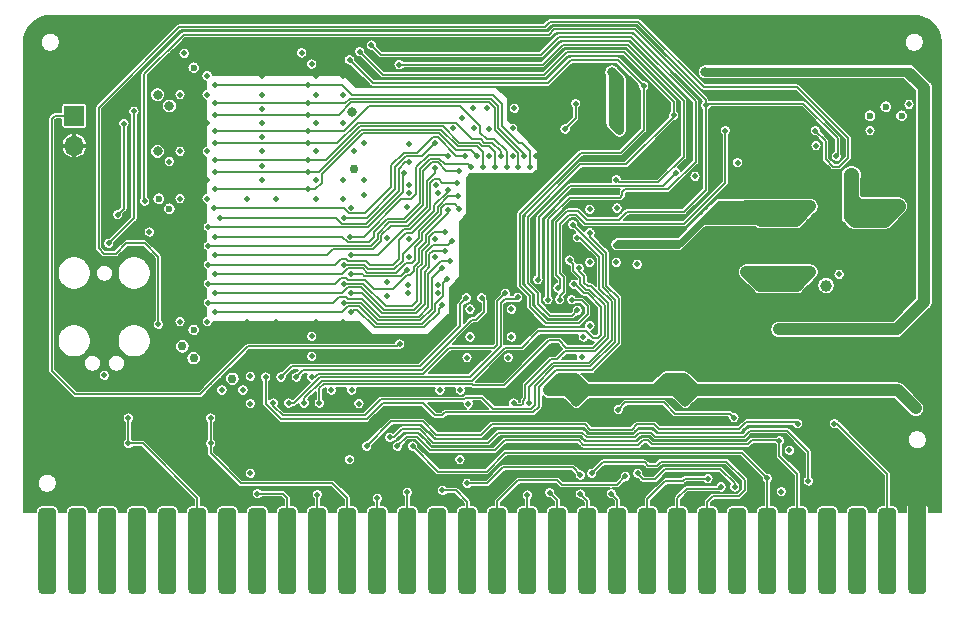
<source format=gbl>
G04 #@! TF.GenerationSoftware,KiCad,Pcbnew,(5.1.10-1-10_14)*
G04 #@! TF.CreationDate,2021-06-01T03:32:12-04:00*
G04 #@! TF.ProjectId,RAM2E,52414d32-452e-46b6-9963-61645f706362,2.0*
G04 #@! TF.SameCoordinates,Original*
G04 #@! TF.FileFunction,Copper,L4,Bot*
G04 #@! TF.FilePolarity,Positive*
%FSLAX46Y46*%
G04 Gerber Fmt 4.6, Leading zero omitted, Abs format (unit mm)*
G04 Created by KiCad (PCBNEW (5.1.10-1-10_14)) date 2021-06-01 03:32:12*
%MOMM*%
%LPD*%
G01*
G04 APERTURE LIST*
G04 #@! TA.AperFunction,ComponentPad*
%ADD10O,1.700000X1.700000*%
G04 #@! TD*
G04 #@! TA.AperFunction,ComponentPad*
%ADD11R,1.700000X1.700000*%
G04 #@! TD*
G04 #@! TA.AperFunction,ComponentPad*
%ADD12C,2.000000*%
G04 #@! TD*
G04 #@! TA.AperFunction,ViaPad*
%ADD13C,0.500000*%
G04 #@! TD*
G04 #@! TA.AperFunction,ViaPad*
%ADD14C,0.762000*%
G04 #@! TD*
G04 #@! TA.AperFunction,ViaPad*
%ADD15C,1.000000*%
G04 #@! TD*
G04 #@! TA.AperFunction,ViaPad*
%ADD16C,0.600000*%
G04 #@! TD*
G04 #@! TA.AperFunction,ViaPad*
%ADD17C,0.800000*%
G04 #@! TD*
G04 #@! TA.AperFunction,ViaPad*
%ADD18C,0.508000*%
G04 #@! TD*
G04 #@! TA.AperFunction,Conductor*
%ADD19C,0.508000*%
G04 #@! TD*
G04 #@! TA.AperFunction,Conductor*
%ADD20C,0.500000*%
G04 #@! TD*
G04 #@! TA.AperFunction,Conductor*
%ADD21C,1.000000*%
G04 #@! TD*
G04 #@! TA.AperFunction,Conductor*
%ADD22C,1.270000*%
G04 #@! TD*
G04 #@! TA.AperFunction,Conductor*
%ADD23C,0.650000*%
G04 #@! TD*
G04 #@! TA.AperFunction,Conductor*
%ADD24C,1.524000*%
G04 #@! TD*
G04 #@! TA.AperFunction,Conductor*
%ADD25C,0.150000*%
G04 #@! TD*
G04 #@! TA.AperFunction,Conductor*
%ADD26C,0.152400*%
G04 #@! TD*
G04 #@! TA.AperFunction,Conductor*
%ADD27C,0.600000*%
G04 #@! TD*
G04 #@! TA.AperFunction,Conductor*
%ADD28C,0.800000*%
G04 #@! TD*
G04 #@! TA.AperFunction,Conductor*
%ADD29C,0.154000*%
G04 #@! TD*
G04 #@! TA.AperFunction,Conductor*
%ADD30C,0.100000*%
G04 #@! TD*
G04 APERTURE END LIST*
D10*
X202946000Y-100965000D03*
D11*
X202946000Y-98425000D03*
D12*
X274320000Y-128397000D03*
G04 #@! TA.AperFunction,SMDPad,CuDef*
G36*
G01*
X201422000Y-131993000D02*
X201422000Y-138571000D01*
G75*
G02*
X201041000Y-138952000I-381000J0D01*
G01*
X200279000Y-138952000D01*
G75*
G02*
X199898000Y-138571000I0J381000D01*
G01*
X199898000Y-131993000D01*
G75*
G02*
X200279000Y-131612000I381000J0D01*
G01*
X201041000Y-131612000D01*
G75*
G02*
X201422000Y-131993000I0J-381000D01*
G01*
G37*
G04 #@! TD.AperFunction*
G04 #@! TA.AperFunction,SMDPad,CuDef*
G36*
G01*
X203962000Y-131993000D02*
X203962000Y-138571000D01*
G75*
G02*
X203581000Y-138952000I-381000J0D01*
G01*
X202819000Y-138952000D01*
G75*
G02*
X202438000Y-138571000I0J381000D01*
G01*
X202438000Y-131993000D01*
G75*
G02*
X202819000Y-131612000I381000J0D01*
G01*
X203581000Y-131612000D01*
G75*
G02*
X203962000Y-131993000I0J-381000D01*
G01*
G37*
G04 #@! TD.AperFunction*
G04 #@! TA.AperFunction,SMDPad,CuDef*
G36*
G01*
X206502000Y-131993000D02*
X206502000Y-138571000D01*
G75*
G02*
X206121000Y-138952000I-381000J0D01*
G01*
X205359000Y-138952000D01*
G75*
G02*
X204978000Y-138571000I0J381000D01*
G01*
X204978000Y-131993000D01*
G75*
G02*
X205359000Y-131612000I381000J0D01*
G01*
X206121000Y-131612000D01*
G75*
G02*
X206502000Y-131993000I0J-381000D01*
G01*
G37*
G04 #@! TD.AperFunction*
G04 #@! TA.AperFunction,SMDPad,CuDef*
G36*
G01*
X209042000Y-131993000D02*
X209042000Y-138571000D01*
G75*
G02*
X208661000Y-138952000I-381000J0D01*
G01*
X207899000Y-138952000D01*
G75*
G02*
X207518000Y-138571000I0J381000D01*
G01*
X207518000Y-131993000D01*
G75*
G02*
X207899000Y-131612000I381000J0D01*
G01*
X208661000Y-131612000D01*
G75*
G02*
X209042000Y-131993000I0J-381000D01*
G01*
G37*
G04 #@! TD.AperFunction*
G04 #@! TA.AperFunction,SMDPad,CuDef*
G36*
G01*
X211582000Y-131993000D02*
X211582000Y-138571000D01*
G75*
G02*
X211201000Y-138952000I-381000J0D01*
G01*
X210439000Y-138952000D01*
G75*
G02*
X210058000Y-138571000I0J381000D01*
G01*
X210058000Y-131993000D01*
G75*
G02*
X210439000Y-131612000I381000J0D01*
G01*
X211201000Y-131612000D01*
G75*
G02*
X211582000Y-131993000I0J-381000D01*
G01*
G37*
G04 #@! TD.AperFunction*
G04 #@! TA.AperFunction,SMDPad,CuDef*
G36*
G01*
X214122000Y-131993000D02*
X214122000Y-138571000D01*
G75*
G02*
X213741000Y-138952000I-381000J0D01*
G01*
X212979000Y-138952000D01*
G75*
G02*
X212598000Y-138571000I0J381000D01*
G01*
X212598000Y-131993000D01*
G75*
G02*
X212979000Y-131612000I381000J0D01*
G01*
X213741000Y-131612000D01*
G75*
G02*
X214122000Y-131993000I0J-381000D01*
G01*
G37*
G04 #@! TD.AperFunction*
G04 #@! TA.AperFunction,SMDPad,CuDef*
G36*
G01*
X216662000Y-131993000D02*
X216662000Y-138571000D01*
G75*
G02*
X216281000Y-138952000I-381000J0D01*
G01*
X215519000Y-138952000D01*
G75*
G02*
X215138000Y-138571000I0J381000D01*
G01*
X215138000Y-131993000D01*
G75*
G02*
X215519000Y-131612000I381000J0D01*
G01*
X216281000Y-131612000D01*
G75*
G02*
X216662000Y-131993000I0J-381000D01*
G01*
G37*
G04 #@! TD.AperFunction*
G04 #@! TA.AperFunction,SMDPad,CuDef*
G36*
G01*
X219202000Y-131993000D02*
X219202000Y-138571000D01*
G75*
G02*
X218821000Y-138952000I-381000J0D01*
G01*
X218059000Y-138952000D01*
G75*
G02*
X217678000Y-138571000I0J381000D01*
G01*
X217678000Y-131993000D01*
G75*
G02*
X218059000Y-131612000I381000J0D01*
G01*
X218821000Y-131612000D01*
G75*
G02*
X219202000Y-131993000I0J-381000D01*
G01*
G37*
G04 #@! TD.AperFunction*
G04 #@! TA.AperFunction,SMDPad,CuDef*
G36*
G01*
X221742000Y-131993000D02*
X221742000Y-138571000D01*
G75*
G02*
X221361000Y-138952000I-381000J0D01*
G01*
X220599000Y-138952000D01*
G75*
G02*
X220218000Y-138571000I0J381000D01*
G01*
X220218000Y-131993000D01*
G75*
G02*
X220599000Y-131612000I381000J0D01*
G01*
X221361000Y-131612000D01*
G75*
G02*
X221742000Y-131993000I0J-381000D01*
G01*
G37*
G04 #@! TD.AperFunction*
G04 #@! TA.AperFunction,SMDPad,CuDef*
G36*
G01*
X224282000Y-131993000D02*
X224282000Y-138571000D01*
G75*
G02*
X223901000Y-138952000I-381000J0D01*
G01*
X223139000Y-138952000D01*
G75*
G02*
X222758000Y-138571000I0J381000D01*
G01*
X222758000Y-131993000D01*
G75*
G02*
X223139000Y-131612000I381000J0D01*
G01*
X223901000Y-131612000D01*
G75*
G02*
X224282000Y-131993000I0J-381000D01*
G01*
G37*
G04 #@! TD.AperFunction*
G04 #@! TA.AperFunction,SMDPad,CuDef*
G36*
G01*
X226822000Y-131993000D02*
X226822000Y-138571000D01*
G75*
G02*
X226441000Y-138952000I-381000J0D01*
G01*
X225679000Y-138952000D01*
G75*
G02*
X225298000Y-138571000I0J381000D01*
G01*
X225298000Y-131993000D01*
G75*
G02*
X225679000Y-131612000I381000J0D01*
G01*
X226441000Y-131612000D01*
G75*
G02*
X226822000Y-131993000I0J-381000D01*
G01*
G37*
G04 #@! TD.AperFunction*
G04 #@! TA.AperFunction,SMDPad,CuDef*
G36*
G01*
X229362000Y-131993000D02*
X229362000Y-138571000D01*
G75*
G02*
X228981000Y-138952000I-381000J0D01*
G01*
X228219000Y-138952000D01*
G75*
G02*
X227838000Y-138571000I0J381000D01*
G01*
X227838000Y-131993000D01*
G75*
G02*
X228219000Y-131612000I381000J0D01*
G01*
X228981000Y-131612000D01*
G75*
G02*
X229362000Y-131993000I0J-381000D01*
G01*
G37*
G04 #@! TD.AperFunction*
G04 #@! TA.AperFunction,SMDPad,CuDef*
G36*
G01*
X231902000Y-131993000D02*
X231902000Y-138571000D01*
G75*
G02*
X231521000Y-138952000I-381000J0D01*
G01*
X230759000Y-138952000D01*
G75*
G02*
X230378000Y-138571000I0J381000D01*
G01*
X230378000Y-131993000D01*
G75*
G02*
X230759000Y-131612000I381000J0D01*
G01*
X231521000Y-131612000D01*
G75*
G02*
X231902000Y-131993000I0J-381000D01*
G01*
G37*
G04 #@! TD.AperFunction*
G04 #@! TA.AperFunction,SMDPad,CuDef*
G36*
G01*
X234442000Y-131993000D02*
X234442000Y-138571000D01*
G75*
G02*
X234061000Y-138952000I-381000J0D01*
G01*
X233299000Y-138952000D01*
G75*
G02*
X232918000Y-138571000I0J381000D01*
G01*
X232918000Y-131993000D01*
G75*
G02*
X233299000Y-131612000I381000J0D01*
G01*
X234061000Y-131612000D01*
G75*
G02*
X234442000Y-131993000I0J-381000D01*
G01*
G37*
G04 #@! TD.AperFunction*
G04 #@! TA.AperFunction,SMDPad,CuDef*
G36*
G01*
X236982000Y-131993000D02*
X236982000Y-138571000D01*
G75*
G02*
X236601000Y-138952000I-381000J0D01*
G01*
X235839000Y-138952000D01*
G75*
G02*
X235458000Y-138571000I0J381000D01*
G01*
X235458000Y-131993000D01*
G75*
G02*
X235839000Y-131612000I381000J0D01*
G01*
X236601000Y-131612000D01*
G75*
G02*
X236982000Y-131993000I0J-381000D01*
G01*
G37*
G04 #@! TD.AperFunction*
G04 #@! TA.AperFunction,SMDPad,CuDef*
G36*
G01*
X239522000Y-131993000D02*
X239522000Y-138571000D01*
G75*
G02*
X239141000Y-138952000I-381000J0D01*
G01*
X238379000Y-138952000D01*
G75*
G02*
X237998000Y-138571000I0J381000D01*
G01*
X237998000Y-131993000D01*
G75*
G02*
X238379000Y-131612000I381000J0D01*
G01*
X239141000Y-131612000D01*
G75*
G02*
X239522000Y-131993000I0J-381000D01*
G01*
G37*
G04 #@! TD.AperFunction*
G04 #@! TA.AperFunction,SMDPad,CuDef*
G36*
G01*
X242062000Y-131993000D02*
X242062000Y-138571000D01*
G75*
G02*
X241681000Y-138952000I-381000J0D01*
G01*
X240919000Y-138952000D01*
G75*
G02*
X240538000Y-138571000I0J381000D01*
G01*
X240538000Y-131993000D01*
G75*
G02*
X240919000Y-131612000I381000J0D01*
G01*
X241681000Y-131612000D01*
G75*
G02*
X242062000Y-131993000I0J-381000D01*
G01*
G37*
G04 #@! TD.AperFunction*
G04 #@! TA.AperFunction,SMDPad,CuDef*
G36*
G01*
X244602000Y-131993000D02*
X244602000Y-138571000D01*
G75*
G02*
X244221000Y-138952000I-381000J0D01*
G01*
X243459000Y-138952000D01*
G75*
G02*
X243078000Y-138571000I0J381000D01*
G01*
X243078000Y-131993000D01*
G75*
G02*
X243459000Y-131612000I381000J0D01*
G01*
X244221000Y-131612000D01*
G75*
G02*
X244602000Y-131993000I0J-381000D01*
G01*
G37*
G04 #@! TD.AperFunction*
G04 #@! TA.AperFunction,SMDPad,CuDef*
G36*
G01*
X247142000Y-131993000D02*
X247142000Y-138571000D01*
G75*
G02*
X246761000Y-138952000I-381000J0D01*
G01*
X245999000Y-138952000D01*
G75*
G02*
X245618000Y-138571000I0J381000D01*
G01*
X245618000Y-131993000D01*
G75*
G02*
X245999000Y-131612000I381000J0D01*
G01*
X246761000Y-131612000D01*
G75*
G02*
X247142000Y-131993000I0J-381000D01*
G01*
G37*
G04 #@! TD.AperFunction*
G04 #@! TA.AperFunction,SMDPad,CuDef*
G36*
G01*
X249682000Y-131993000D02*
X249682000Y-138571000D01*
G75*
G02*
X249301000Y-138952000I-381000J0D01*
G01*
X248539000Y-138952000D01*
G75*
G02*
X248158000Y-138571000I0J381000D01*
G01*
X248158000Y-131993000D01*
G75*
G02*
X248539000Y-131612000I381000J0D01*
G01*
X249301000Y-131612000D01*
G75*
G02*
X249682000Y-131993000I0J-381000D01*
G01*
G37*
G04 #@! TD.AperFunction*
G04 #@! TA.AperFunction,SMDPad,CuDef*
G36*
G01*
X252222000Y-131993000D02*
X252222000Y-138571000D01*
G75*
G02*
X251841000Y-138952000I-381000J0D01*
G01*
X251079000Y-138952000D01*
G75*
G02*
X250698000Y-138571000I0J381000D01*
G01*
X250698000Y-131993000D01*
G75*
G02*
X251079000Y-131612000I381000J0D01*
G01*
X251841000Y-131612000D01*
G75*
G02*
X252222000Y-131993000I0J-381000D01*
G01*
G37*
G04 #@! TD.AperFunction*
G04 #@! TA.AperFunction,SMDPad,CuDef*
G36*
G01*
X254762000Y-131993000D02*
X254762000Y-138571000D01*
G75*
G02*
X254381000Y-138952000I-381000J0D01*
G01*
X253619000Y-138952000D01*
G75*
G02*
X253238000Y-138571000I0J381000D01*
G01*
X253238000Y-131993000D01*
G75*
G02*
X253619000Y-131612000I381000J0D01*
G01*
X254381000Y-131612000D01*
G75*
G02*
X254762000Y-131993000I0J-381000D01*
G01*
G37*
G04 #@! TD.AperFunction*
G04 #@! TA.AperFunction,SMDPad,CuDef*
G36*
G01*
X257302000Y-131993000D02*
X257302000Y-138571000D01*
G75*
G02*
X256921000Y-138952000I-381000J0D01*
G01*
X256159000Y-138952000D01*
G75*
G02*
X255778000Y-138571000I0J381000D01*
G01*
X255778000Y-131993000D01*
G75*
G02*
X256159000Y-131612000I381000J0D01*
G01*
X256921000Y-131612000D01*
G75*
G02*
X257302000Y-131993000I0J-381000D01*
G01*
G37*
G04 #@! TD.AperFunction*
G04 #@! TA.AperFunction,SMDPad,CuDef*
G36*
G01*
X259842000Y-131993000D02*
X259842000Y-138571000D01*
G75*
G02*
X259461000Y-138952000I-381000J0D01*
G01*
X258699000Y-138952000D01*
G75*
G02*
X258318000Y-138571000I0J381000D01*
G01*
X258318000Y-131993000D01*
G75*
G02*
X258699000Y-131612000I381000J0D01*
G01*
X259461000Y-131612000D01*
G75*
G02*
X259842000Y-131993000I0J-381000D01*
G01*
G37*
G04 #@! TD.AperFunction*
G04 #@! TA.AperFunction,SMDPad,CuDef*
G36*
G01*
X262382000Y-131993000D02*
X262382000Y-138571000D01*
G75*
G02*
X262001000Y-138952000I-381000J0D01*
G01*
X261239000Y-138952000D01*
G75*
G02*
X260858000Y-138571000I0J381000D01*
G01*
X260858000Y-131993000D01*
G75*
G02*
X261239000Y-131612000I381000J0D01*
G01*
X262001000Y-131612000D01*
G75*
G02*
X262382000Y-131993000I0J-381000D01*
G01*
G37*
G04 #@! TD.AperFunction*
G04 #@! TA.AperFunction,SMDPad,CuDef*
G36*
G01*
X264922000Y-131993000D02*
X264922000Y-138571000D01*
G75*
G02*
X264541000Y-138952000I-381000J0D01*
G01*
X263779000Y-138952000D01*
G75*
G02*
X263398000Y-138571000I0J381000D01*
G01*
X263398000Y-131993000D01*
G75*
G02*
X263779000Y-131612000I381000J0D01*
G01*
X264541000Y-131612000D01*
G75*
G02*
X264922000Y-131993000I0J-381000D01*
G01*
G37*
G04 #@! TD.AperFunction*
G04 #@! TA.AperFunction,SMDPad,CuDef*
G36*
G01*
X267462000Y-131993000D02*
X267462000Y-138571000D01*
G75*
G02*
X267081000Y-138952000I-381000J0D01*
G01*
X266319000Y-138952000D01*
G75*
G02*
X265938000Y-138571000I0J381000D01*
G01*
X265938000Y-131993000D01*
G75*
G02*
X266319000Y-131612000I381000J0D01*
G01*
X267081000Y-131612000D01*
G75*
G02*
X267462000Y-131993000I0J-381000D01*
G01*
G37*
G04 #@! TD.AperFunction*
G04 #@! TA.AperFunction,SMDPad,CuDef*
G36*
G01*
X270002000Y-131993000D02*
X270002000Y-138571000D01*
G75*
G02*
X269621000Y-138952000I-381000J0D01*
G01*
X268859000Y-138952000D01*
G75*
G02*
X268478000Y-138571000I0J381000D01*
G01*
X268478000Y-131993000D01*
G75*
G02*
X268859000Y-131612000I381000J0D01*
G01*
X269621000Y-131612000D01*
G75*
G02*
X270002000Y-131993000I0J-381000D01*
G01*
G37*
G04 #@! TD.AperFunction*
G04 #@! TA.AperFunction,SMDPad,CuDef*
G36*
G01*
X272542000Y-131993000D02*
X272542000Y-138571000D01*
G75*
G02*
X272161000Y-138952000I-381000J0D01*
G01*
X271399000Y-138952000D01*
G75*
G02*
X271018000Y-138571000I0J381000D01*
G01*
X271018000Y-131993000D01*
G75*
G02*
X271399000Y-131612000I381000J0D01*
G01*
X272161000Y-131612000D01*
G75*
G02*
X272542000Y-131993000I0J-381000D01*
G01*
G37*
G04 #@! TD.AperFunction*
G04 #@! TA.AperFunction,SMDPad,CuDef*
G36*
G01*
X275082000Y-131993000D02*
X275082000Y-138571000D01*
G75*
G02*
X274701000Y-138952000I-381000J0D01*
G01*
X273939000Y-138952000D01*
G75*
G02*
X273558000Y-138571000I0J381000D01*
G01*
X273558000Y-131993000D01*
G75*
G02*
X273939000Y-131612000I381000J0D01*
G01*
X274701000Y-131612000D01*
G75*
G02*
X275082000Y-131993000I0J-381000D01*
G01*
G37*
G04 #@! TD.AperFunction*
D13*
X245450000Y-120500000D03*
X244825000Y-121650000D03*
X245450000Y-122800000D03*
X254650000Y-120500000D03*
X254025000Y-121650000D03*
X254650000Y-122800000D03*
D14*
X253125000Y-120700000D03*
D15*
X274193000Y-123190000D03*
D16*
X268700000Y-106900000D03*
D13*
X252300000Y-121650000D03*
X243100000Y-121650000D03*
D14*
X244050000Y-120700000D03*
D16*
X269800000Y-106100000D03*
D15*
X272650000Y-106100000D03*
D16*
X268750000Y-103450000D03*
D15*
X271350000Y-107250000D03*
D13*
X201676000Y-104775000D03*
X249050000Y-102050000D03*
X246800000Y-98500000D03*
X242050000Y-101800000D03*
X244200000Y-97800000D03*
X247750000Y-99500000D03*
X237150000Y-114800000D03*
X248850000Y-104850000D03*
X240650000Y-114800000D03*
X246600000Y-112350000D03*
X236800000Y-99500000D03*
X236700000Y-97800000D03*
X247750000Y-97800000D03*
X231150000Y-106150000D03*
X246600000Y-104850000D03*
X249750000Y-113150000D03*
X244700000Y-118850000D03*
X250600000Y-112200000D03*
X241850000Y-118050000D03*
X248900000Y-108100000D03*
X240900000Y-118900000D03*
X237400000Y-118900000D03*
X248850000Y-112350000D03*
X240650000Y-117150000D03*
X233500000Y-110350000D03*
X237150000Y-117150000D03*
X231250000Y-104250000D03*
X244550000Y-117150000D03*
X231250000Y-110350000D03*
X241400000Y-97800000D03*
X262509000Y-99060000D03*
X273050000Y-99758500D03*
X262180000Y-100196000D03*
X261620000Y-101854000D03*
X273939000Y-100774500D03*
D16*
X263017000Y-102235000D03*
X265620500Y-102235000D03*
D13*
X226400000Y-106200000D03*
X214200000Y-99050000D03*
X211900000Y-103850000D03*
X214200000Y-103850000D03*
X223400000Y-115850000D03*
X225700000Y-115850000D03*
X223400000Y-95050000D03*
X225700000Y-95050000D03*
X223400000Y-96650000D03*
X225700000Y-96650000D03*
X223400000Y-101450000D03*
X225700000Y-105450000D03*
X223400000Y-105450000D03*
D14*
X214550000Y-118950000D03*
X214550000Y-116950000D03*
X210000000Y-103950000D03*
D13*
X211000000Y-103100000D03*
D14*
X211000000Y-99000000D03*
X233750000Y-123150000D03*
X215350000Y-123150000D03*
X216325000Y-124100000D03*
D13*
X217225000Y-123150000D03*
D14*
X242950000Y-123150000D03*
D13*
X254025000Y-123150000D03*
X244825000Y-123150000D03*
X226425000Y-123150000D03*
X218500000Y-122800000D03*
X227475000Y-105150000D03*
D17*
X210000000Y-95150000D03*
X211000000Y-94200000D03*
X210000000Y-99950000D03*
D13*
X245450000Y-126400000D03*
X219710000Y-131191000D03*
X222250000Y-131191000D03*
X224790000Y-131191000D03*
X227330000Y-131191000D03*
X229870000Y-131191000D03*
X232410000Y-131191000D03*
X234950000Y-131191000D03*
X217170000Y-131191000D03*
D16*
X214630000Y-131191000D03*
X212090000Y-131191000D03*
D13*
X209550000Y-131191000D03*
X204470000Y-131191000D03*
X201930000Y-131191000D03*
X199136000Y-131191000D03*
X265430000Y-131191000D03*
X262890000Y-131191000D03*
X260350000Y-131191000D03*
X257810000Y-131191000D03*
X255270000Y-131191000D03*
X252730000Y-131191000D03*
X250190000Y-131191000D03*
X247650000Y-131191000D03*
X245110000Y-131191000D03*
X242570000Y-131191000D03*
X240030000Y-131191000D03*
X237490000Y-131191000D03*
X275844000Y-118364000D03*
X275844000Y-108204000D03*
X275844000Y-103124000D03*
X199136000Y-93091000D03*
X275844000Y-98044000D03*
X272923000Y-90424000D03*
X199771000Y-90932000D03*
X267970000Y-90424000D03*
X262890000Y-90424000D03*
X252730000Y-90424000D03*
X242570000Y-90424000D03*
X237998000Y-90424000D03*
X227330000Y-90170000D03*
X232410000Y-90424000D03*
X222250000Y-90274000D03*
X212090000Y-90274000D03*
X217170000Y-90274000D03*
X206756000Y-90424000D03*
X202057000Y-90424000D03*
X275209000Y-90932000D03*
X199136000Y-107315000D03*
X199136000Y-112395000D03*
X199136000Y-117475000D03*
X199136000Y-122555000D03*
X199136000Y-128270000D03*
X275844000Y-93091000D03*
X275844000Y-131191000D03*
X270510000Y-131191000D03*
X207010000Y-131191000D03*
X267970000Y-131191000D03*
X275844000Y-123444000D03*
X255270000Y-92964000D03*
X267970000Y-95504000D03*
X262890000Y-95504000D03*
X201676000Y-125095000D03*
X204216000Y-122555000D03*
X209296000Y-122555000D03*
X206756000Y-125095000D03*
X273050000Y-95504000D03*
X211836000Y-125095000D03*
X211836000Y-120015000D03*
X270383000Y-123190000D03*
X218650000Y-125900000D03*
X225400000Y-93150000D03*
X237000000Y-122800000D03*
X226600000Y-101400000D03*
X219710000Y-92964000D03*
X227500000Y-100750000D03*
X230200000Y-124800000D03*
X254250000Y-128850000D03*
D17*
X225550000Y-124750000D03*
D13*
X211650000Y-113200000D03*
D15*
X267850000Y-126200000D03*
X269050000Y-124850000D03*
D13*
X265303000Y-123190000D03*
X269050000Y-127350000D03*
X217050000Y-127100000D03*
X220000000Y-105450000D03*
X217600000Y-105450000D03*
X218800000Y-103850000D03*
X218800000Y-101450000D03*
X218800000Y-99050000D03*
X218800000Y-96650000D03*
X218800000Y-95050000D03*
X218800000Y-102650000D03*
X218800000Y-97850000D03*
X218800000Y-100250000D03*
X220000000Y-115850000D03*
X217600000Y-115850000D03*
X199136000Y-102235000D03*
X199136000Y-97155000D03*
X201676000Y-94615000D03*
D15*
X259850000Y-109950000D03*
X262550000Y-109950000D03*
X261200000Y-108800000D03*
X263900000Y-108800000D03*
X265250000Y-109950000D03*
X266600000Y-108800000D03*
D13*
X275844000Y-113284000D03*
D15*
X259850000Y-113950000D03*
D13*
X267700000Y-109850000D03*
D15*
X271350000Y-113650000D03*
X272700000Y-112500000D03*
D13*
X272923000Y-120650000D03*
X267843000Y-120650000D03*
X262763000Y-120650000D03*
X260223000Y-123190000D03*
X273050000Y-131699000D03*
D15*
X258500000Y-112800000D03*
D13*
X214550000Y-94050000D03*
D16*
X224550000Y-94350000D03*
X267600000Y-105150000D03*
D15*
X272650000Y-104400000D03*
X262600000Y-104400000D03*
X265200000Y-104400000D03*
X259850000Y-104400000D03*
D13*
X228350000Y-128700000D03*
X223700000Y-126400000D03*
X223700000Y-128650000D03*
X232900000Y-128700000D03*
X233550000Y-127550000D03*
X242150000Y-126400000D03*
X242750000Y-127550000D03*
X242100000Y-128700000D03*
X251300000Y-126400000D03*
X251950000Y-127550000D03*
X260500000Y-126400000D03*
X261150000Y-127550000D03*
X260500000Y-128700000D03*
D16*
X224550000Y-116550000D03*
D17*
X215500000Y-117950000D03*
D13*
X257810000Y-90424000D03*
X260350000Y-97917000D03*
D15*
X261200000Y-103250000D03*
D16*
X271350000Y-103450000D03*
D13*
X201580000Y-115850000D03*
X204030000Y-114300000D03*
D15*
X263900000Y-103250000D03*
D13*
X227750000Y-122900000D03*
D15*
X265200000Y-114800000D03*
X262600000Y-114800000D03*
D16*
X269800000Y-105000000D03*
D15*
X270050000Y-112500000D03*
X272650000Y-114800000D03*
D13*
X270383000Y-118110000D03*
X265303000Y-118110000D03*
X260350000Y-118110000D03*
X269875000Y-101600000D03*
D16*
X252250000Y-123250000D03*
D13*
X233700000Y-113450000D03*
X231200000Y-113450000D03*
X229450000Y-113700000D03*
X239050000Y-119850000D03*
X249950000Y-107050000D03*
X241900000Y-99550000D03*
X205486000Y-110617000D03*
X233600000Y-104300000D03*
X257810000Y-95504000D03*
X232900000Y-118050000D03*
X250150000Y-99000000D03*
X235050000Y-99500000D03*
X235750000Y-98650000D03*
X252400000Y-114400000D03*
X247050000Y-116750000D03*
X243750000Y-117950000D03*
X234650000Y-119700000D03*
X244550000Y-114850000D03*
X257810000Y-115570000D03*
X248000000Y-122950000D03*
X224550000Y-118800000D03*
D16*
X269800000Y-115550000D03*
D13*
X255050000Y-101450000D03*
X250150000Y-103050000D03*
X249850000Y-105150000D03*
X250650000Y-108050000D03*
X215350000Y-93150000D03*
X235600000Y-123000000D03*
D17*
X234750000Y-124200000D03*
D13*
X263500000Y-130250000D03*
X209423000Y-92075000D03*
X206756000Y-94615000D03*
X206629000Y-100076000D03*
X230300000Y-126400000D03*
X262650000Y-125950000D03*
X231600000Y-126400000D03*
X261620000Y-129120000D03*
X249000000Y-123300000D03*
X258800000Y-124000000D03*
X257700000Y-129850000D03*
X256600000Y-129150000D03*
X243200000Y-130350000D03*
X241300000Y-130550000D03*
X214503000Y-124015500D03*
X214503000Y-126174500D03*
X265100000Y-129350000D03*
X229650000Y-125650000D03*
X218440000Y-130429000D03*
X234100000Y-130150000D03*
X231140000Y-130302000D03*
X228600000Y-130810000D03*
X223520000Y-130500000D03*
X267300000Y-124500000D03*
X249600000Y-128950000D03*
X245800000Y-130450000D03*
X248412000Y-130429000D03*
X246750000Y-128700000D03*
X250650000Y-128700000D03*
X258850000Y-129850000D03*
X236200000Y-129550000D03*
X245800000Y-128850000D03*
X223050000Y-118800000D03*
X246050000Y-117150000D03*
X239950000Y-117150000D03*
X240050000Y-99500000D03*
X240200000Y-97800000D03*
X239950000Y-114800000D03*
X246600000Y-116200000D03*
X239700000Y-118900000D03*
X240050000Y-101800000D03*
X245900000Y-118850000D03*
X236450000Y-117150000D03*
X233500000Y-108850000D03*
X237900000Y-97800000D03*
X238050000Y-99550000D03*
X246600000Y-110850000D03*
X231250000Y-104950000D03*
X248900000Y-106250000D03*
X250600000Y-111000000D03*
X238050000Y-101800000D03*
X246600000Y-106350000D03*
X248850000Y-110850000D03*
X236450000Y-114800000D03*
X231250000Y-108850000D03*
X236200000Y-118900000D03*
X265747500Y-100965000D03*
D16*
X272986500Y-98425000D03*
X270319500Y-98425000D03*
D13*
X270319500Y-99695000D03*
D16*
X271653000Y-97663000D03*
D18*
X214200000Y-96650000D03*
D13*
X214200000Y-101450000D03*
X211900000Y-96650000D03*
X211900000Y-101450000D03*
X211900000Y-105450000D03*
X211900000Y-115850000D03*
X214200000Y-115850000D03*
X225700000Y-99050000D03*
X223400000Y-99050000D03*
X223400000Y-103850000D03*
X225700000Y-103850000D03*
D14*
X212100000Y-117950000D03*
X213050000Y-118950000D03*
D13*
X211000000Y-102300000D03*
D14*
X226600000Y-102900000D03*
D18*
X214200000Y-95050000D03*
D13*
X235625000Y-121650000D03*
X236300000Y-122800000D03*
X217850000Y-120500000D03*
X215450000Y-121650000D03*
X217225000Y-121650000D03*
D14*
X216325000Y-120700000D03*
D13*
X217850000Y-122800000D03*
X226425000Y-121650000D03*
X227050000Y-122800000D03*
X217850000Y-128700000D03*
D18*
X214200000Y-105450000D03*
D17*
X210000000Y-96650000D03*
X211000000Y-97600000D03*
X210000000Y-101450000D03*
D13*
X235600000Y-127550000D03*
X226250000Y-127550000D03*
X223050000Y-94050000D03*
X222200000Y-93100000D03*
D15*
X259850000Y-111650000D03*
X261200000Y-112800000D03*
X262550000Y-111650000D03*
X265250000Y-111650000D03*
X263900000Y-112800000D03*
X266600000Y-112800000D03*
D16*
X213050000Y-116550000D03*
X213050000Y-94350000D03*
D13*
X267700000Y-111850000D03*
X227500000Y-103850000D03*
X233900000Y-121650000D03*
X224700000Y-121650000D03*
X205486000Y-120396000D03*
X273621500Y-97472500D03*
X233700000Y-112750000D03*
X231200000Y-112750000D03*
X229450000Y-112500000D03*
D16*
X211000000Y-106300000D03*
X210100000Y-105450000D03*
D13*
X233700000Y-105000000D03*
X229450000Y-108750000D03*
X209296000Y-108267500D03*
X223050000Y-117100000D03*
D17*
X226500000Y-98100000D03*
D13*
X259100000Y-102400000D03*
X231250000Y-100800000D03*
X255500000Y-103550000D03*
X212250000Y-93150000D03*
X263500000Y-126750000D03*
X262800000Y-130250000D03*
X222700000Y-102150000D03*
D18*
X214900000Y-102150000D03*
D13*
X238550000Y-102750000D03*
X222700000Y-100750000D03*
X214900000Y-100750000D03*
X239050000Y-101800000D03*
X222700000Y-99750000D03*
D18*
X214900000Y-99750000D03*
D13*
X239550000Y-102750000D03*
X222700000Y-98350000D03*
X214900000Y-98350000D03*
X240550000Y-102750000D03*
X222700000Y-104650000D03*
D18*
X214900000Y-104650000D03*
D13*
X237050000Y-101800000D03*
X222700000Y-103150000D03*
X214900000Y-103150000D03*
X237550000Y-102750000D03*
D18*
X222700000Y-95850000D03*
X214900000Y-95850000D03*
D13*
X241550000Y-102750000D03*
D18*
X214900000Y-97350000D03*
X222700000Y-97350000D03*
D13*
X241050000Y-101800000D03*
X225800000Y-107050000D03*
X233500000Y-100700000D03*
X215300000Y-107050000D03*
X231300000Y-102350000D03*
X214300000Y-107850000D03*
X230900000Y-103300000D03*
X234550000Y-101800000D03*
X226300000Y-108650000D03*
X236550000Y-102750000D03*
X214850000Y-108650000D03*
X214850000Y-110250000D03*
X233500000Y-102850000D03*
X235350000Y-104100000D03*
X226350000Y-110250000D03*
X235550000Y-103100000D03*
X214300000Y-109450000D03*
X214300000Y-111050000D03*
X234550000Y-104700000D03*
X225750000Y-111050000D03*
X235450000Y-105200000D03*
X235550000Y-106300000D03*
X214850000Y-111850000D03*
X226350000Y-111850000D03*
X231150000Y-111450000D03*
X234550000Y-106400000D03*
X214300000Y-112650000D03*
X225750000Y-112650000D03*
X234300000Y-108250000D03*
X234950000Y-109000000D03*
X214850000Y-113450000D03*
X234350000Y-109850000D03*
X226350000Y-113450000D03*
X226350000Y-115050000D03*
X234100000Y-114450000D03*
X234500000Y-112250000D03*
X214850000Y-115050000D03*
X234050000Y-111350000D03*
X225750000Y-114250000D03*
X234800000Y-110700000D03*
X214300000Y-114250000D03*
X236050000Y-101800000D03*
D18*
X214750000Y-106250000D03*
D13*
X245150000Y-107650000D03*
X219800000Y-122750000D03*
X246600000Y-108350000D03*
X219150000Y-120550000D03*
X221750000Y-120550000D03*
X237450000Y-113850000D03*
X240500000Y-113800000D03*
X221100000Y-122750000D03*
X245250000Y-112700000D03*
X222400000Y-122750000D03*
X223700000Y-122750000D03*
X244900000Y-110650000D03*
X239450000Y-113450000D03*
X223050000Y-120550000D03*
X236150000Y-113850000D03*
X220450000Y-120550000D03*
X240150000Y-122750000D03*
X245700000Y-111350000D03*
X245550000Y-108750000D03*
X241450000Y-122750000D03*
X244500000Y-99550000D03*
X245400000Y-97400000D03*
X207518000Y-124015500D03*
X207518000Y-126174500D03*
X230500000Y-117750000D03*
X227700000Y-126400000D03*
X264200000Y-124500000D03*
X248850000Y-109350000D03*
X250600000Y-109200000D03*
D15*
X263900000Y-107250000D03*
X262600000Y-106100000D03*
X265250000Y-106100000D03*
X259850000Y-106100000D03*
X261200000Y-107300000D03*
X265250000Y-116500000D03*
X262600000Y-116500000D03*
D17*
X249100000Y-99650000D03*
D13*
X248950000Y-97800000D03*
D17*
X248450000Y-94700000D03*
X256350000Y-94700000D03*
D13*
X210058000Y-116078000D03*
X244050000Y-114000000D03*
X258064000Y-99695000D03*
X265684000Y-99695000D03*
X243900000Y-113000000D03*
X208900000Y-105650000D03*
X267462000Y-101854000D03*
X256400000Y-97550000D03*
X206629000Y-106807000D03*
X243050000Y-114000000D03*
X228100000Y-92450000D03*
X207150000Y-99100000D03*
X205867000Y-109220000D03*
X245550000Y-114900000D03*
X227100000Y-93000000D03*
X253700000Y-98400000D03*
X208000000Y-98050000D03*
X242200000Y-112300000D03*
X253900000Y-103250000D03*
X245050000Y-114000000D03*
X226250000Y-93700000D03*
X251150000Y-95900000D03*
X248850000Y-103850000D03*
X230450000Y-94100000D03*
D19*
X245450000Y-122800000D02*
X245450000Y-120500000D01*
X254650000Y-122800000D02*
X254650000Y-120500000D01*
X254025000Y-122175000D02*
X254650000Y-122800000D01*
X254025000Y-121650000D02*
X254025000Y-122175000D01*
X254025000Y-121125000D02*
X254650000Y-120500000D01*
X254025000Y-121650000D02*
X254025000Y-121125000D01*
X244825000Y-121125000D02*
X245450000Y-120500000D01*
X244825000Y-121650000D02*
X244825000Y-121125000D01*
X244825000Y-122175000D02*
X245450000Y-122800000D01*
X244825000Y-121650000D02*
X244825000Y-122175000D01*
D20*
X245450000Y-120500000D02*
X246600000Y-121650000D01*
X245450000Y-122800000D02*
X246600000Y-121650000D01*
X245450000Y-120500000D02*
X245350000Y-120600000D01*
X245350000Y-122700000D02*
X245450000Y-122800000D01*
X245350000Y-120600000D02*
X245350000Y-122700000D01*
X245450000Y-120500000D02*
X245550000Y-120600000D01*
X245550000Y-122700000D02*
X245450000Y-122800000D01*
X244300000Y-121650000D02*
X245450000Y-122800000D01*
X244300000Y-121650000D02*
X245450000Y-120500000D01*
X245550000Y-121650000D02*
X245550000Y-122700000D01*
X245550000Y-120600000D02*
X245550000Y-121650000D01*
X254650000Y-120500000D02*
X255800000Y-121650000D01*
X254650000Y-122800000D02*
X255800000Y-121650000D01*
X254650000Y-120500000D02*
X254550000Y-120600000D01*
X254550000Y-122700000D02*
X254650000Y-122800000D01*
X254550000Y-120600000D02*
X254550000Y-122700000D01*
X254650000Y-120500000D02*
X254750000Y-120600000D01*
X254750000Y-122700000D02*
X254650000Y-122800000D01*
X254750000Y-120600000D02*
X254750000Y-122700000D01*
D21*
X252175000Y-121650000D02*
X244825000Y-121650000D01*
X253125000Y-120700000D02*
X252175000Y-121650000D01*
X254025000Y-121600000D02*
X254025000Y-121650000D01*
X253125000Y-120700000D02*
X254025000Y-121600000D01*
X254500000Y-120700000D02*
X255450000Y-121650000D01*
X253125000Y-120700000D02*
X254500000Y-120700000D01*
X272653000Y-121650000D02*
X254025000Y-121650000D01*
X274193000Y-123190000D02*
X272653000Y-121650000D01*
D20*
X252300000Y-121650000D02*
X253500000Y-121650000D01*
X246600000Y-121650000D02*
X252300000Y-121650000D01*
D21*
X252300000Y-121650000D02*
X244825000Y-121650000D01*
D20*
X253500000Y-121650000D02*
X254650000Y-122800000D01*
D21*
X254025000Y-121650000D02*
X252300000Y-121650000D01*
D20*
X243100000Y-121650000D02*
X244300000Y-121650000D01*
D21*
X244825000Y-121650000D02*
X243100000Y-121650000D01*
D20*
X244050000Y-120700000D02*
X244825000Y-121475000D01*
D21*
X244050000Y-120700000D02*
X245300000Y-120700000D01*
X245300000Y-120700000D02*
X245550000Y-120950000D01*
X245550000Y-120950000D02*
X245550000Y-121650000D01*
D20*
X244825000Y-121475000D02*
X244825000Y-121650000D01*
D21*
X244050000Y-120700000D02*
X243100000Y-121650000D01*
D22*
X269500000Y-106100000D02*
X268700000Y-106900000D01*
X272650000Y-106100000D02*
X269500000Y-106100000D01*
X268700000Y-103500000D02*
X268700000Y-106900000D01*
D23*
X268750000Y-105100000D02*
X269750000Y-106100000D01*
D22*
X268750000Y-103450000D02*
X268700000Y-103500000D01*
D23*
X268750000Y-103450000D02*
X268750000Y-105100000D01*
X269750000Y-106100000D02*
X272650000Y-106100000D01*
D22*
X271500000Y-107250000D02*
X271350000Y-107250000D01*
X272650000Y-106100000D02*
X271500000Y-107250000D01*
X272500000Y-106100000D02*
X272650000Y-106100000D01*
X271350000Y-107250000D02*
X272500000Y-106100000D01*
X269050000Y-107250000D02*
X268700000Y-106900000D01*
X271350000Y-107250000D02*
X270200000Y-106100000D01*
X270200000Y-106100000D02*
X269800000Y-106100000D01*
X271350000Y-107250000D02*
X269050000Y-107250000D01*
D24*
X274320000Y-135282000D02*
X274320000Y-128397000D01*
D25*
X231100000Y-125600000D02*
X230300000Y-126400000D01*
X250700000Y-126300000D02*
X246050000Y-126300000D01*
X262600000Y-125900000D02*
X260300000Y-125900000D01*
X251500000Y-125900000D02*
X251100000Y-125900000D01*
X251850000Y-126250000D02*
X251500000Y-125900000D01*
X238550000Y-126750000D02*
X233100000Y-126750000D01*
X239400000Y-125900000D02*
X238550000Y-126750000D01*
X246050000Y-126300000D02*
X245650000Y-125900000D01*
X259950000Y-126250000D02*
X251850000Y-126250000D01*
X260300000Y-125900000D02*
X259950000Y-126250000D01*
X231950000Y-125600000D02*
X231100000Y-125600000D01*
X245650000Y-125900000D02*
X239400000Y-125900000D01*
X262650000Y-125950000D02*
X262600000Y-125900000D01*
X233100000Y-126750000D02*
X231950000Y-125600000D01*
X251100000Y-125900000D02*
X250700000Y-126300000D01*
X264160000Y-128760000D02*
X264160000Y-135282000D01*
X262650000Y-127250000D02*
X264160000Y-128760000D01*
X262650000Y-125950000D02*
X262650000Y-127250000D01*
X261620000Y-135282000D02*
X261620000Y-129120000D01*
X233750000Y-128550000D02*
X231600000Y-126400000D01*
X237850000Y-128550000D02*
X233750000Y-128550000D01*
X239450000Y-126950000D02*
X237850000Y-128550000D01*
X259450000Y-126950000D02*
X239450000Y-126950000D01*
X261620000Y-129120000D02*
X259450000Y-126950000D01*
X249600000Y-122700000D02*
X249000000Y-123300000D01*
X252850000Y-122700000D02*
X249600000Y-122700000D01*
X253800000Y-123650000D02*
X252850000Y-122700000D01*
X258450000Y-123650000D02*
X253800000Y-123650000D01*
X258800000Y-124000000D02*
X258450000Y-123650000D01*
D26*
X254000000Y-130810000D02*
X254000000Y-135382000D01*
D25*
X254810000Y-130000000D02*
X254000000Y-130810000D01*
X257700000Y-129850000D02*
X257550000Y-130000000D01*
X257550000Y-130000000D02*
X254810000Y-130000000D01*
X254450000Y-129350000D02*
X253000000Y-129350000D01*
X254650000Y-129150000D02*
X254450000Y-129350000D01*
X253000000Y-129350000D02*
X251460000Y-130890000D01*
X251460000Y-130890000D02*
X251460000Y-135282000D01*
X256600000Y-129150000D02*
X254650000Y-129150000D01*
X243840000Y-130990000D02*
X243840000Y-135282000D01*
X243200000Y-130350000D02*
X243840000Y-130990000D01*
D26*
X241300000Y-130810000D02*
X241300000Y-135382000D01*
D25*
X241300000Y-130810000D02*
X241300000Y-130550000D01*
D26*
X226060000Y-130810000D02*
X226060000Y-135382000D01*
D25*
X217043000Y-129540000D02*
X224790000Y-129540000D01*
X224790000Y-129540000D02*
X226060000Y-130810000D01*
X214503000Y-126174500D02*
X214503000Y-124015500D01*
X214503000Y-127000000D02*
X217043000Y-129540000D01*
X214503000Y-126174500D02*
X214503000Y-127000000D01*
X233350000Y-126100000D02*
X232200000Y-124950000D01*
X238850000Y-125250000D02*
X238000000Y-126100000D01*
X230700000Y-124950000D02*
X230000000Y-125650000D01*
X245950000Y-125250000D02*
X238850000Y-125250000D01*
X265100000Y-129350000D02*
X265100000Y-126900000D01*
X246350000Y-125650000D02*
X245950000Y-125250000D01*
X238000000Y-126100000D02*
X233350000Y-126100000D01*
X250400000Y-125650000D02*
X246350000Y-125650000D01*
X250800000Y-125250000D02*
X250400000Y-125650000D01*
X251800000Y-125250000D02*
X250800000Y-125250000D01*
X230000000Y-125650000D02*
X229650000Y-125650000D01*
X252150000Y-125600000D02*
X251800000Y-125250000D01*
X260150000Y-125100000D02*
X259650000Y-125600000D01*
X232200000Y-124950000D02*
X230700000Y-124950000D01*
X259650000Y-125600000D02*
X252150000Y-125600000D01*
X263300000Y-125100000D02*
X260150000Y-125100000D01*
X265100000Y-126900000D02*
X263300000Y-125100000D01*
X220599000Y-130429000D02*
X218440000Y-130429000D01*
X220980000Y-130810000D02*
X220599000Y-130429000D01*
X220980000Y-135282000D02*
X220980000Y-130810000D01*
D26*
X236220000Y-131120000D02*
X236220000Y-135382000D01*
X234100000Y-130150000D02*
X235250000Y-130150000D01*
X235250000Y-130150000D02*
X236220000Y-131120000D01*
X231140000Y-135382000D02*
X231140000Y-130302000D01*
X228600000Y-135382000D02*
X228600000Y-130810000D01*
X223520000Y-135382000D02*
X223520000Y-130500000D01*
D25*
X271780000Y-128780000D02*
X271780000Y-135282000D01*
X267500000Y-124500000D02*
X271780000Y-128780000D01*
X267300000Y-124500000D02*
X267500000Y-124500000D01*
X238760000Y-131064000D02*
X238760000Y-135282000D01*
X249600000Y-128950000D02*
X248900000Y-129650000D01*
X240538000Y-129286000D02*
X238760000Y-131064000D01*
X244204000Y-129650000D02*
X243840000Y-129286000D01*
X243840000Y-129286000D02*
X240538000Y-129286000D01*
X248900000Y-129650000D02*
X244204000Y-129650000D01*
X245800000Y-130450000D02*
X246380000Y-131030000D01*
X246380000Y-131030000D02*
X246380000Y-135282000D01*
X248920000Y-130937000D02*
X248920000Y-135282000D01*
X248412000Y-130429000D02*
X248920000Y-130937000D01*
X256540000Y-131110000D02*
X256540000Y-135282000D01*
X257000000Y-130650000D02*
X256540000Y-131110000D01*
X259200000Y-130650000D02*
X257000000Y-130650000D01*
X259700000Y-130150000D02*
X259200000Y-130650000D01*
X259700000Y-129250000D02*
X259700000Y-130150000D01*
X258150000Y-127700000D02*
X259700000Y-129250000D01*
X252600000Y-127700000D02*
X258150000Y-127700000D01*
X252250000Y-128050000D02*
X252600000Y-127700000D01*
X251550000Y-128050000D02*
X252250000Y-128050000D01*
X251250000Y-127750000D02*
X251550000Y-128050000D01*
X247700000Y-127750000D02*
X251250000Y-127750000D01*
X246750000Y-128700000D02*
X247700000Y-127750000D01*
X251100000Y-129200000D02*
X250650000Y-128750000D01*
X250650000Y-128750000D02*
X250650000Y-128700000D01*
X252950000Y-128350000D02*
X252100000Y-129200000D01*
X257650000Y-128350000D02*
X252950000Y-128350000D01*
X258850000Y-129550000D02*
X257650000Y-128350000D01*
X258850000Y-129850000D02*
X258850000Y-129550000D01*
X252100000Y-129200000D02*
X251100000Y-129200000D01*
X245150000Y-128200000D02*
X245800000Y-128850000D01*
X237900000Y-129550000D02*
X239250000Y-128200000D01*
X239250000Y-128200000D02*
X245150000Y-128200000D01*
X236200000Y-129550000D02*
X237900000Y-129550000D01*
D21*
X261000000Y-112800000D02*
X261200000Y-112800000D01*
X259850000Y-111650000D02*
X261000000Y-112800000D01*
X261200000Y-112800000D02*
X263900000Y-112800000D01*
X263900000Y-112800000D02*
X264100000Y-112800000D01*
X259850000Y-111650000D02*
X265250000Y-111650000D01*
X260450000Y-112250000D02*
X264650000Y-112250000D01*
X259850000Y-111650000D02*
X260450000Y-112250000D01*
X264650000Y-112250000D02*
X265250000Y-111650000D01*
X264100000Y-112800000D02*
X264650000Y-112250000D01*
D25*
X214900000Y-102150000D02*
X222700000Y-102150000D01*
X227100000Y-99300000D02*
X224250000Y-102150000D01*
X234150000Y-99300000D02*
X227100000Y-99300000D01*
X224250000Y-102150000D02*
X222750000Y-102150000D01*
X237200000Y-100700000D02*
X235550000Y-100700000D01*
X238550000Y-101500000D02*
X238050000Y-101000000D01*
X237500000Y-101000000D02*
X237200000Y-100700000D01*
X235550000Y-100700000D02*
X234150000Y-99300000D01*
X238050000Y-101000000D02*
X237500000Y-101000000D01*
X238550000Y-102750000D02*
X238550000Y-101500000D01*
X221149998Y-100750000D02*
X214900000Y-100750000D01*
X222700000Y-100750000D02*
X221149998Y-100750000D01*
X226950000Y-99000000D02*
X225200000Y-100750000D01*
X237650000Y-100700000D02*
X237350000Y-100400000D01*
X225200000Y-100750000D02*
X222700000Y-100750000D01*
X236650000Y-100400000D02*
X235250000Y-99000000D01*
X238350000Y-100700000D02*
X237650000Y-100700000D01*
X235250000Y-99000000D02*
X226950000Y-99000000D01*
X239050000Y-101400000D02*
X238350000Y-100700000D01*
X237350000Y-100400000D02*
X236650000Y-100400000D01*
X239050000Y-101800000D02*
X239050000Y-101400000D01*
X216559338Y-99750000D02*
X214900000Y-99750000D01*
X222700000Y-99750000D02*
X216559338Y-99750000D01*
X239550000Y-101450000D02*
X239550000Y-102750000D01*
X238500000Y-100400000D02*
X239550000Y-101450000D01*
X237850000Y-100400000D02*
X238500000Y-100400000D01*
X237300000Y-99850000D02*
X237850000Y-100400000D01*
X225775000Y-99750000D02*
X227925000Y-97600000D01*
X227925000Y-97600000D02*
X235600000Y-97600000D01*
X235600000Y-97600000D02*
X237300000Y-99300000D01*
X237300000Y-99300000D02*
X237300000Y-99850000D01*
X222700000Y-99750000D02*
X225775000Y-99750000D01*
X222700000Y-98350000D02*
X222800000Y-98250000D01*
X214900000Y-98350000D02*
X222700000Y-98350000D01*
X225350000Y-98350000D02*
X222700000Y-98350000D01*
X226400000Y-97300000D02*
X225350000Y-98350000D01*
X238550000Y-97750000D02*
X238100000Y-97300000D01*
X238100000Y-97300000D02*
X226400000Y-97300000D01*
X238550000Y-99600000D02*
X238550000Y-97750000D01*
X240550000Y-101600000D02*
X238550000Y-99600000D01*
X240550000Y-102750000D02*
X240550000Y-101600000D01*
X214900000Y-104650000D02*
X222700000Y-104650000D01*
X223350000Y-104650000D02*
X222750000Y-104650000D01*
X223900000Y-104100000D02*
X223350000Y-104650000D01*
X223900000Y-103400000D02*
X223900000Y-104100000D01*
X227400000Y-99900000D02*
X223900000Y-103400000D01*
X233850000Y-99900000D02*
X227400000Y-99900000D01*
X235250000Y-101300000D02*
X233850000Y-99900000D01*
X236550000Y-101300000D02*
X235250000Y-101300000D01*
X237050000Y-101800000D02*
X236550000Y-101300000D01*
X222700000Y-103150000D02*
X214900000Y-103150000D01*
X227250000Y-99600000D02*
X223700000Y-103150000D01*
X235400000Y-101000000D02*
X234000000Y-99600000D01*
X223700000Y-103150000D02*
X222700000Y-103150000D01*
X234000000Y-99600000D02*
X227250000Y-99600000D01*
X237050000Y-101000000D02*
X235400000Y-101000000D01*
X237550000Y-101500000D02*
X237050000Y-101000000D01*
X237550000Y-102750000D02*
X237550000Y-101500000D01*
X214900000Y-95850000D02*
X222700000Y-95850000D01*
X225600000Y-95850000D02*
X222700000Y-95850000D01*
X226450000Y-96700000D02*
X225600000Y-95850000D01*
X238400000Y-96700000D02*
X226450000Y-96700000D01*
X239150000Y-97450000D02*
X238400000Y-96700000D01*
X239150000Y-99300000D02*
X239150000Y-97450000D01*
X240600000Y-100750000D02*
X239150000Y-99300000D01*
X240850000Y-100750000D02*
X240600000Y-100750000D01*
X241550000Y-101450000D02*
X240850000Y-100750000D01*
X241550000Y-102750000D02*
X241550000Y-101450000D01*
X219049998Y-97350000D02*
X214900000Y-97350000D01*
X222700000Y-97350000D02*
X219049998Y-97350000D01*
X241050000Y-101650000D02*
X241050000Y-101800000D01*
X225900000Y-97350000D02*
X226250000Y-97000000D01*
X238850000Y-97600000D02*
X238850000Y-99450000D01*
X238250000Y-97000000D02*
X238850000Y-97600000D01*
X238850000Y-99450000D02*
X241050000Y-101650000D01*
X226250000Y-97000000D02*
X238250000Y-97000000D01*
X222700000Y-97350000D02*
X225900000Y-97350000D01*
X232350000Y-101850000D02*
X233500000Y-100700000D01*
X230100000Y-104650000D02*
X230100000Y-102750000D01*
X227700000Y-107050000D02*
X230100000Y-104650000D01*
X230100000Y-102750000D02*
X231000000Y-101850000D01*
X231000000Y-101850000D02*
X232350000Y-101850000D01*
X225800000Y-107050000D02*
X227700000Y-107050000D01*
X225100000Y-107050000D02*
X215300000Y-107050000D01*
X225600000Y-107550000D02*
X225100000Y-107050000D01*
X230400000Y-104800000D02*
X227650000Y-107550000D01*
X230400000Y-102900000D02*
X230400000Y-104800000D01*
X227650000Y-107550000D02*
X225600000Y-107550000D01*
X230950000Y-102350000D02*
X230400000Y-102900000D01*
X231300000Y-102350000D02*
X230950000Y-102350000D01*
X227800000Y-107850000D02*
X214300000Y-107850000D01*
X230750000Y-104900000D02*
X227800000Y-107850000D01*
X230750000Y-103450000D02*
X230750000Y-104900000D01*
X230900000Y-103300000D02*
X230750000Y-103450000D01*
X227450000Y-108650000D02*
X226300000Y-108650000D01*
X230600000Y-105500000D02*
X227450000Y-108650000D01*
X231450000Y-105500000D02*
X230600000Y-105500000D01*
X231900000Y-105050000D02*
X231450000Y-105500000D01*
X231900000Y-102800000D02*
X231900000Y-105050000D01*
X232950000Y-101750000D02*
X231900000Y-102800000D01*
X234500000Y-101750000D02*
X232950000Y-101750000D01*
X234550000Y-101800000D02*
X234500000Y-101750000D01*
X236300000Y-102500000D02*
X236550000Y-102750000D01*
X230900000Y-107150000D02*
X232200000Y-105850000D01*
X232200000Y-105850000D02*
X232200000Y-102950000D01*
X233100000Y-102050000D02*
X233850000Y-102050000D01*
X228350000Y-108250000D02*
X229450000Y-107150000D01*
X229450000Y-107150000D02*
X230900000Y-107150000D01*
X227900000Y-109150000D02*
X228350000Y-108700000D01*
X232200000Y-102950000D02*
X233100000Y-102050000D01*
X234300000Y-102500000D02*
X236300000Y-102500000D01*
X214850000Y-108650000D02*
X225600000Y-108650000D01*
X233850000Y-102050000D02*
X234300000Y-102500000D01*
X225600000Y-108650000D02*
X226100000Y-109150000D01*
X228350000Y-108700000D02*
X228350000Y-108250000D01*
X226100000Y-109150000D02*
X227900000Y-109150000D01*
X231200000Y-107750000D02*
X232800000Y-106150000D01*
X228950000Y-109000000D02*
X228950000Y-108550000D01*
X233500000Y-103250000D02*
X233500000Y-102850000D01*
X232800000Y-103950000D02*
X233500000Y-103250000D01*
X229750000Y-107750000D02*
X231200000Y-107750000D01*
X224350000Y-110250000D02*
X224850000Y-109750000D01*
X228200000Y-109750000D02*
X228950000Y-109000000D01*
X224850000Y-109750000D02*
X228200000Y-109750000D01*
X232800000Y-106150000D02*
X232800000Y-103950000D01*
X228950000Y-108550000D02*
X229750000Y-107750000D01*
X214850000Y-110250000D02*
X224350000Y-110250000D01*
X235250000Y-104200000D02*
X235350000Y-104100000D01*
X230900000Y-108050000D02*
X228700000Y-110250000D01*
X231350000Y-108050000D02*
X230900000Y-108050000D01*
X233100000Y-106300000D02*
X231350000Y-108050000D01*
X233100000Y-104100000D02*
X233100000Y-106300000D01*
X233400000Y-103800000D02*
X233100000Y-104100000D01*
X233800000Y-103800000D02*
X233400000Y-103800000D01*
X228700000Y-110250000D02*
X226350000Y-110250000D01*
X234100000Y-104100000D02*
X233800000Y-103800000D01*
X235350000Y-104100000D02*
X234100000Y-104100000D01*
X235550000Y-103100000D02*
X235450000Y-103200000D01*
X228650000Y-108850000D02*
X228050000Y-109450000D01*
X228650000Y-108400000D02*
X228650000Y-108850000D01*
X231050000Y-107450000D02*
X229600000Y-107450000D01*
X232500000Y-106000000D02*
X231050000Y-107450000D01*
X228050000Y-109450000D02*
X214300000Y-109450000D01*
X235550000Y-103100000D02*
X234450000Y-103100000D01*
X233700000Y-102350000D02*
X233250000Y-102350000D01*
X229600000Y-107450000D02*
X228650000Y-108400000D01*
X233250000Y-102350000D02*
X232500000Y-103100000D01*
X234450000Y-103100000D02*
X233700000Y-102350000D01*
X232500000Y-103100000D02*
X232500000Y-106000000D01*
X225050000Y-111050000D02*
X214300000Y-111050000D01*
X225550000Y-110550000D02*
X225050000Y-111050000D01*
X225950000Y-110550000D02*
X225550000Y-110550000D01*
X226150000Y-110750000D02*
X225950000Y-110550000D01*
X227650000Y-110750000D02*
X226150000Y-110750000D01*
X228000000Y-111100000D02*
X227650000Y-110750000D01*
X229900000Y-111100000D02*
X228000000Y-111100000D01*
X230450000Y-110550000D02*
X229900000Y-111100000D01*
X230450000Y-108950000D02*
X230450000Y-110550000D01*
X231050000Y-108350000D02*
X230450000Y-108950000D01*
X234550000Y-104700000D02*
X234550000Y-104850000D01*
X233400000Y-106000000D02*
X233400000Y-106450000D01*
X233400000Y-106450000D02*
X231500000Y-108350000D01*
X231500000Y-108350000D02*
X231050000Y-108350000D01*
X234550000Y-104850000D02*
X233400000Y-106000000D01*
X234625000Y-105200000D02*
X235450000Y-105200000D01*
X233700000Y-106125000D02*
X234625000Y-105200000D01*
X233700000Y-106600000D02*
X233700000Y-106125000D01*
X232100000Y-108200000D02*
X233700000Y-106600000D01*
X230050000Y-111400000D02*
X230750000Y-110700000D01*
X227850000Y-111400000D02*
X230050000Y-111400000D01*
X227500000Y-111050000D02*
X227850000Y-111400000D01*
X232100000Y-108800000D02*
X232100000Y-108200000D01*
X230750000Y-110150000D02*
X232100000Y-108800000D01*
X230750000Y-110700000D02*
X230750000Y-110150000D01*
X225750000Y-111050000D02*
X227500000Y-111050000D01*
X227350000Y-111350000D02*
X226150000Y-111350000D01*
X231800000Y-109550000D02*
X231800000Y-110650000D01*
X230200000Y-111700000D02*
X227700000Y-111700000D01*
X234000000Y-106275000D02*
X234000000Y-106750000D01*
X231550000Y-110900000D02*
X231000000Y-110900000D01*
X226150000Y-111350000D02*
X225650000Y-111850000D01*
X235150000Y-105900000D02*
X234375000Y-105900000D01*
X232400000Y-108950000D02*
X231800000Y-109550000D01*
X227700000Y-111700000D02*
X227350000Y-111350000D01*
X231000000Y-110900000D02*
X230200000Y-111700000D01*
X234000000Y-106750000D02*
X232400000Y-108350000D01*
X232400000Y-108350000D02*
X232400000Y-108950000D01*
X231800000Y-110650000D02*
X231550000Y-110900000D01*
X234375000Y-105900000D02*
X234000000Y-106275000D01*
X225650000Y-111850000D02*
X214850000Y-111850000D01*
X235550000Y-106300000D02*
X235150000Y-105900000D01*
X227500000Y-112000000D02*
X227350000Y-111850000D01*
X230600000Y-112000000D02*
X227500000Y-112000000D01*
X231150000Y-111450000D02*
X230600000Y-112000000D01*
X227350000Y-111850000D02*
X226350000Y-111850000D01*
X225550000Y-112150000D02*
X225050000Y-112650000D01*
X225950000Y-112150000D02*
X225550000Y-112150000D01*
X225050000Y-112650000D02*
X214300000Y-112650000D01*
X226150000Y-112350000D02*
X225950000Y-112150000D01*
X228300000Y-113100000D02*
X227550000Y-112350000D01*
X229950000Y-113100000D02*
X228300000Y-113100000D01*
X231100000Y-111950000D02*
X229950000Y-113100000D01*
X231350000Y-111950000D02*
X231100000Y-111950000D01*
X231700000Y-111600000D02*
X231350000Y-111950000D01*
X232100000Y-110800000D02*
X231700000Y-111200000D01*
X231700000Y-111200000D02*
X231700000Y-111600000D01*
X227550000Y-112350000D02*
X226200000Y-112350000D01*
X232700000Y-108500000D02*
X232700000Y-109100000D01*
X234550000Y-106650000D02*
X232700000Y-108500000D01*
X232100000Y-109700000D02*
X232100000Y-110800000D01*
X232700000Y-109100000D02*
X232100000Y-109700000D01*
X234550000Y-106400000D02*
X234550000Y-106650000D01*
X232000000Y-114100000D02*
X231550000Y-114550000D01*
X232000000Y-111350000D02*
X232000000Y-114100000D01*
X232400000Y-110950000D02*
X232000000Y-111350000D01*
X232400000Y-109850000D02*
X232400000Y-110950000D01*
X233000000Y-109250000D02*
X232400000Y-109850000D01*
X233000000Y-108650000D02*
X233000000Y-109250000D01*
X233400000Y-108250000D02*
X233000000Y-108650000D01*
X234300000Y-108250000D02*
X233400000Y-108250000D01*
X227400000Y-112650000D02*
X229300000Y-114550000D01*
X229300000Y-114550000D02*
X231550000Y-114550000D01*
X225750000Y-112650000D02*
X227400000Y-112650000D01*
X232300000Y-114250000D02*
X231700000Y-114850000D01*
X232300000Y-111500000D02*
X232300000Y-114250000D01*
X234950000Y-109000000D02*
X234600000Y-109350000D01*
X234600000Y-109350000D02*
X233350000Y-109350000D01*
X232700000Y-110000000D02*
X232700000Y-111100000D01*
X233350000Y-109350000D02*
X232700000Y-110000000D01*
X232700000Y-111100000D02*
X232300000Y-111500000D01*
X227250000Y-112950000D02*
X229150000Y-114850000D01*
X229150000Y-114850000D02*
X231700000Y-114850000D01*
X225650000Y-113450000D02*
X226150000Y-112950000D01*
X226150000Y-112950000D02*
X227250000Y-112950000D01*
X214850000Y-113450000D02*
X225650000Y-113450000D01*
X233300000Y-109850000D02*
X234350000Y-109850000D01*
X233000000Y-110150000D02*
X233300000Y-109850000D01*
X233000000Y-111250000D02*
X233000000Y-110150000D01*
X232600000Y-111650000D02*
X233000000Y-111250000D01*
X232600000Y-114400000D02*
X232600000Y-111650000D01*
X231850000Y-115150000D02*
X232600000Y-114400000D01*
X227300000Y-113450000D02*
X229000000Y-115150000D01*
X229000000Y-115150000D02*
X231850000Y-115150000D01*
X226350000Y-113450000D02*
X227300000Y-113450000D01*
X226550000Y-114850000D02*
X226350000Y-115050000D01*
X226900000Y-114850000D02*
X226550000Y-114850000D01*
X228400000Y-116350000D02*
X226900000Y-114850000D01*
X232550000Y-116350000D02*
X228400000Y-116350000D01*
X233800000Y-115100000D02*
X232550000Y-116350000D01*
X233800000Y-114750000D02*
X233800000Y-115100000D01*
X234100000Y-114450000D02*
X233800000Y-114750000D01*
X225650000Y-115050000D02*
X214850000Y-115050000D01*
X226150000Y-114550000D02*
X225650000Y-115050000D01*
X227050000Y-114550000D02*
X226150000Y-114550000D01*
X232400000Y-116050000D02*
X228550000Y-116050000D01*
X234500000Y-112250000D02*
X234200000Y-112550000D01*
X233500000Y-114950000D02*
X232400000Y-116050000D01*
X228550000Y-116050000D02*
X227050000Y-114550000D01*
X233500000Y-114350000D02*
X233500000Y-114950000D01*
X234200000Y-112550000D02*
X234200000Y-113650000D01*
X234200000Y-113650000D02*
X233500000Y-114350000D01*
X232250000Y-115750000D02*
X228700000Y-115750000D01*
X228700000Y-115750000D02*
X227200000Y-114250000D01*
X227200000Y-114250000D02*
X225750000Y-114250000D01*
X233200000Y-112200000D02*
X233200000Y-114800000D01*
X233200000Y-114800000D02*
X232250000Y-115750000D01*
X234050000Y-111350000D02*
X233200000Y-112200000D01*
X225950000Y-113750000D02*
X225350000Y-113750000D01*
X226150000Y-113950000D02*
X225950000Y-113750000D01*
X224850000Y-114250000D02*
X214300000Y-114250000D01*
X227337500Y-113950000D02*
X226150000Y-113950000D01*
X228837500Y-115450000D02*
X227337500Y-113950000D01*
X232100000Y-115450000D02*
X228837500Y-115450000D01*
X232900000Y-114650000D02*
X232100000Y-115450000D01*
X232900000Y-111800000D02*
X232900000Y-114650000D01*
X234000000Y-110700000D02*
X232900000Y-111800000D01*
X225350000Y-113750000D02*
X224850000Y-114250000D01*
X234800000Y-110700000D02*
X234000000Y-110700000D01*
X225750000Y-106250000D02*
X214750000Y-106250000D01*
X226200000Y-106700000D02*
X225750000Y-106250000D01*
X227600000Y-106700000D02*
X226200000Y-106700000D01*
X229800000Y-104500000D02*
X227600000Y-106700000D01*
X229800000Y-102600000D02*
X229800000Y-104500000D01*
X230850000Y-101550000D02*
X229800000Y-102600000D01*
X231950000Y-101550000D02*
X230850000Y-101550000D01*
X233300000Y-100200000D02*
X231950000Y-101550000D01*
X233700000Y-100200000D02*
X233300000Y-100200000D01*
X235300000Y-101800000D02*
X233700000Y-100200000D01*
X236050000Y-101800000D02*
X235300000Y-101800000D01*
X220600000Y-123800000D02*
X219800000Y-123000000D01*
X227550000Y-123800000D02*
X220600000Y-123800000D01*
X219800000Y-123000000D02*
X219800000Y-122750000D01*
X235950000Y-122450000D02*
X228900000Y-122450000D01*
X237450000Y-122300000D02*
X236100000Y-122300000D01*
X236100000Y-122300000D02*
X235950000Y-122450000D01*
X247700000Y-112950000D02*
X248750000Y-114000000D01*
X241950000Y-122950000D02*
X241650000Y-123250000D01*
X241950000Y-121300000D02*
X241950000Y-122950000D01*
X243600000Y-119650000D02*
X241950000Y-121300000D01*
X248750000Y-114000000D02*
X248750000Y-117550000D01*
X241650000Y-123250000D02*
X238400000Y-123250000D01*
X248750000Y-117550000D02*
X246650000Y-119650000D01*
X246650000Y-119650000D02*
X243600000Y-119650000D01*
X245150000Y-107650000D02*
X247700000Y-110200000D01*
X247700000Y-110200000D02*
X247700000Y-112950000D01*
X228900000Y-122450000D02*
X227550000Y-123800000D01*
X238400000Y-123250000D02*
X237450000Y-122300000D01*
X219150000Y-122800000D02*
X219150000Y-120550000D01*
X220450000Y-124100000D02*
X219150000Y-122800000D01*
X233500000Y-123800000D02*
X232450000Y-122750000D01*
X227700000Y-124100000D02*
X220450000Y-124100000D01*
X234100000Y-123800000D02*
X233500000Y-123800000D01*
X241800000Y-123550000D02*
X234350000Y-123550000D01*
X242300000Y-123050000D02*
X241800000Y-123550000D01*
X229050000Y-122750000D02*
X227700000Y-124100000D01*
X232450000Y-122750000D02*
X229050000Y-122750000D01*
X242300000Y-121400000D02*
X242300000Y-123050000D01*
X234350000Y-123550000D02*
X234100000Y-123800000D01*
X243750000Y-119950000D02*
X242300000Y-121400000D01*
X246800000Y-119950000D02*
X243750000Y-119950000D01*
X249050000Y-117700000D02*
X246800000Y-119950000D01*
X248000000Y-110050000D02*
X248000000Y-112800000D01*
X248000000Y-112800000D02*
X249050000Y-113850000D01*
X249050000Y-113850000D02*
X249050000Y-117700000D01*
X246600000Y-108650000D02*
X248000000Y-110050000D01*
X246600000Y-108350000D02*
X246600000Y-108650000D01*
X222350000Y-119950000D02*
X221750000Y-120550000D01*
X232350000Y-119950000D02*
X222350000Y-119950000D01*
X236950000Y-115700000D02*
X236600000Y-115700000D01*
X236600000Y-115700000D02*
X232350000Y-119950000D01*
X237650000Y-115000000D02*
X236950000Y-115700000D01*
X237650000Y-114050000D02*
X237650000Y-115000000D01*
X237450000Y-113850000D02*
X237650000Y-114050000D01*
X221550000Y-122750000D02*
X221100000Y-122750000D01*
X223750000Y-120550000D02*
X221550000Y-122750000D01*
X236450000Y-120550000D02*
X223750000Y-120550000D01*
X239050000Y-117950000D02*
X236450000Y-120550000D01*
X239050000Y-114300000D02*
X239050000Y-117950000D01*
X239400000Y-113950000D02*
X239050000Y-114300000D01*
X240350000Y-113950000D02*
X239400000Y-113950000D01*
X240500000Y-113800000D02*
X240350000Y-113950000D01*
X222400000Y-122350000D02*
X222400000Y-122750000D01*
X223900000Y-120850000D02*
X222400000Y-122350000D01*
X236600000Y-120850000D02*
X223900000Y-120850000D01*
X239400000Y-118050000D02*
X236600000Y-120850000D01*
X240850000Y-118050000D02*
X239400000Y-118050000D01*
X242250000Y-116650000D02*
X240850000Y-118050000D01*
X246250000Y-116650000D02*
X242250000Y-116650000D01*
X246850000Y-117250000D02*
X246250000Y-116650000D01*
X247250000Y-117250000D02*
X246850000Y-117250000D01*
X247550000Y-116950000D02*
X247250000Y-117250000D01*
X247550000Y-114600000D02*
X247550000Y-116950000D01*
X245250000Y-112700000D02*
X245350000Y-112700000D01*
X246400000Y-113450000D02*
X247550000Y-114600000D01*
X246100000Y-113450000D02*
X246400000Y-113450000D01*
X245350000Y-112700000D02*
X246100000Y-113450000D01*
X245200000Y-110950000D02*
X244900000Y-110650000D01*
X245200000Y-111550000D02*
X245200000Y-110950000D01*
X245800000Y-112150000D02*
X245200000Y-111550000D01*
X245800000Y-112700000D02*
X245800000Y-112150000D01*
X246250000Y-113150000D02*
X245800000Y-112700000D01*
X246550000Y-113150000D02*
X246250000Y-113150000D01*
X247850000Y-114450000D02*
X246550000Y-113150000D01*
X247850000Y-117100000D02*
X247850000Y-114450000D01*
X246900000Y-118050000D02*
X247850000Y-117100000D01*
X244600000Y-118050000D02*
X246900000Y-118050000D01*
X244000000Y-117450000D02*
X244600000Y-118050000D01*
X243150000Y-117450000D02*
X244000000Y-117450000D01*
X239350000Y-121250000D02*
X243150000Y-117450000D01*
X236700000Y-121250000D02*
X239350000Y-121250000D01*
X223700000Y-121500000D02*
X224050000Y-121150000D01*
X224050000Y-121150000D02*
X236600000Y-121150000D01*
X223700000Y-122750000D02*
X223700000Y-121500000D01*
X236600000Y-121150000D02*
X236700000Y-121250000D01*
X223300000Y-120550000D02*
X223050000Y-120550000D01*
X232500000Y-120250000D02*
X223600000Y-120250000D01*
X223600000Y-120250000D02*
X223300000Y-120550000D01*
X234700000Y-118050000D02*
X232500000Y-120250000D01*
X238500000Y-118050000D02*
X234700000Y-118050000D01*
X238750000Y-117800000D02*
X238500000Y-118050000D01*
X238750000Y-114150000D02*
X238750000Y-117800000D01*
X239450000Y-113450000D02*
X238750000Y-114150000D01*
X221350000Y-119650000D02*
X220450000Y-120550000D01*
X232200000Y-119650000D02*
X221350000Y-119650000D01*
X235600000Y-116250000D02*
X232200000Y-119650000D01*
X235600000Y-114400000D02*
X235600000Y-116250000D01*
X236150000Y-113850000D02*
X235600000Y-114400000D01*
X245700000Y-111600000D02*
X245700000Y-111350000D01*
X246100000Y-112000000D02*
X245700000Y-111600000D01*
X248150000Y-114300000D02*
X246700000Y-112850000D01*
X244500000Y-118350000D02*
X247050000Y-118350000D01*
X246400000Y-112850000D02*
X246100000Y-112550000D01*
X246700000Y-112850000D02*
X246400000Y-112850000D01*
X248150000Y-117250000D02*
X248150000Y-114300000D01*
X247050000Y-118350000D02*
X248150000Y-117250000D01*
X243800000Y-119050000D02*
X244500000Y-118350000D01*
X243300000Y-119050000D02*
X243800000Y-119050000D01*
X241150000Y-122350000D02*
X241150000Y-121200000D01*
X241150000Y-121200000D02*
X243300000Y-119050000D01*
X246100000Y-112550000D02*
X246100000Y-112000000D01*
X240150000Y-122750000D02*
X240350000Y-122950000D01*
X240950000Y-122800000D02*
X240950000Y-122550000D01*
X240950000Y-122550000D02*
X241150000Y-122350000D01*
X240800000Y-122950000D02*
X240950000Y-122800000D01*
X240350000Y-122950000D02*
X240800000Y-122950000D01*
X245800000Y-108750000D02*
X245550000Y-108750000D01*
X247400000Y-110350000D02*
X245800000Y-108750000D01*
X247400000Y-113100000D02*
X247400000Y-110350000D01*
X248450000Y-114150000D02*
X247400000Y-113100000D01*
X248450000Y-117400000D02*
X248450000Y-114150000D01*
X246500000Y-119350000D02*
X248450000Y-117400000D01*
X241450000Y-122750000D02*
X241450000Y-121350000D01*
X243450000Y-119350000D02*
X246500000Y-119350000D01*
X241450000Y-121350000D02*
X243450000Y-119350000D01*
X245400000Y-98650000D02*
X245400000Y-97400000D01*
X244500000Y-99550000D02*
X245400000Y-98650000D01*
X207518000Y-126174500D02*
X207518000Y-124015500D01*
X208724500Y-126174500D02*
X207518000Y-126174500D01*
X213360000Y-130810000D02*
X208724500Y-126174500D01*
X213360000Y-135282000D02*
X213360000Y-130810000D01*
X203026000Y-122000000D02*
X201041000Y-120015000D01*
X201041000Y-120015000D02*
X201041000Y-98679000D01*
X213600000Y-122000000D02*
X203026000Y-122000000D01*
X214550000Y-121050000D02*
X214500000Y-121100000D01*
X201295000Y-98425000D02*
X202946000Y-98425000D01*
X214550000Y-121050000D02*
X213600000Y-122000000D01*
X201041000Y-98679000D02*
X201295000Y-98425000D01*
X217650000Y-117950000D02*
X214550000Y-121050000D01*
X230500000Y-117750000D02*
X230300000Y-117950000D01*
X230300000Y-117950000D02*
X217650000Y-117950000D01*
X237400000Y-125450000D02*
X233600000Y-125450000D01*
X232450000Y-124300000D02*
X229800000Y-124300000D01*
X246200000Y-124550000D02*
X238300000Y-124550000D01*
X250150000Y-125000000D02*
X246650000Y-125000000D01*
X229800000Y-124300000D02*
X227700000Y-126400000D01*
X252050000Y-124550000D02*
X250600000Y-124550000D01*
X250600000Y-124550000D02*
X250150000Y-125000000D01*
X246650000Y-125000000D02*
X246200000Y-124550000D01*
X238300000Y-124550000D02*
X237400000Y-125450000D01*
X259250000Y-124950000D02*
X252450000Y-124950000D01*
X233600000Y-125450000D02*
X232450000Y-124300000D01*
X252450000Y-124950000D02*
X252050000Y-124550000D01*
X259850000Y-124350000D02*
X259250000Y-124950000D01*
X264050000Y-124350000D02*
X259850000Y-124350000D01*
X264200000Y-124500000D02*
X264050000Y-124350000D01*
D27*
X248850000Y-109350000D02*
X250750000Y-109350000D01*
X249000000Y-109200000D02*
X248850000Y-109350000D01*
X250600000Y-109200000D02*
X249000000Y-109200000D01*
X250600000Y-109200000D02*
X250750000Y-109350000D01*
D21*
X265250000Y-106100000D02*
X262600000Y-106100000D01*
X262600000Y-106100000D02*
X259850000Y-106100000D01*
X261050000Y-107300000D02*
X261200000Y-107300000D01*
X259850000Y-106100000D02*
X261050000Y-107300000D01*
X263850000Y-107300000D02*
X263900000Y-107250000D01*
X261200000Y-107300000D02*
X263850000Y-107300000D01*
X263900000Y-107250000D02*
X264100000Y-107250000D01*
X259850000Y-106100000D02*
X260500000Y-106750000D01*
X264600000Y-106750000D02*
X265250000Y-106100000D01*
X264100000Y-107250000D02*
X264600000Y-106750000D01*
X263200000Y-106750000D02*
X264600000Y-106750000D01*
X260500000Y-106750000D02*
X263200000Y-106750000D01*
D28*
X260650000Y-106750000D02*
X261200000Y-107300000D01*
D27*
X254250000Y-109200000D02*
X250600000Y-109200000D01*
X256350000Y-107100000D02*
X254250000Y-109200000D01*
X254100000Y-109350000D02*
X248850000Y-109350000D01*
X254250000Y-109200000D02*
X254100000Y-109350000D01*
D21*
X264050000Y-107300000D02*
X265250000Y-106100000D01*
X261200000Y-107300000D02*
X264050000Y-107300000D01*
D27*
X256150000Y-107300000D02*
X254100000Y-109350000D01*
X261000000Y-107100000D02*
X261200000Y-107300000D01*
X256350000Y-107100000D02*
X256750000Y-106700000D01*
X260600000Y-106700000D02*
X261200000Y-107300000D01*
X261200000Y-107300000D02*
X256150000Y-107300000D01*
X256750000Y-106700000D02*
X260600000Y-106700000D01*
X256350000Y-107100000D02*
X261000000Y-107100000D01*
X262600000Y-106100000D02*
X262400000Y-105900000D01*
X262400000Y-105900000D02*
X257550000Y-105900000D01*
X257200000Y-106250000D02*
X259700000Y-106250000D01*
X257550000Y-105900000D02*
X257200000Y-106250000D01*
X259700000Y-106250000D02*
X259850000Y-106100000D01*
X257200000Y-106250000D02*
X256750000Y-106700000D01*
X263850000Y-107300000D02*
X256150000Y-107300000D01*
D21*
X265250000Y-116500000D02*
X262600000Y-116500000D01*
D28*
X249100000Y-95350000D02*
X248450000Y-94700000D01*
X249100000Y-99650000D02*
X249100000Y-95350000D01*
X248450000Y-94700000D02*
X248550000Y-94800000D01*
X248550000Y-99100000D02*
X249100000Y-99650000D01*
X248550000Y-94800000D02*
X248550000Y-99100000D01*
D21*
X272600000Y-116500000D02*
X265250000Y-116500000D01*
X274900000Y-114200000D02*
X272600000Y-116500000D01*
X274900000Y-96050000D02*
X274900000Y-114200000D01*
D28*
X275000000Y-96000000D02*
X275000000Y-96350000D01*
X273700000Y-94700000D02*
X275000000Y-96000000D01*
X256350000Y-94700000D02*
X273700000Y-94700000D01*
X273400000Y-94700000D02*
X274800000Y-96100000D01*
X274800000Y-96100000D02*
X274800000Y-97750000D01*
X256350000Y-94700000D02*
X273400000Y-94700000D01*
D25*
X258005000Y-99695000D02*
X258064000Y-99695000D01*
X258064000Y-104086000D02*
X258064000Y-99695000D01*
X254600000Y-107550000D02*
X258064000Y-104086000D01*
X246200000Y-107550000D02*
X254600000Y-107550000D01*
X245450000Y-106800000D02*
X246200000Y-107550000D01*
X244850000Y-106800000D02*
X245450000Y-106800000D01*
X244050000Y-107600000D02*
X244850000Y-106800000D01*
X244050000Y-113700000D02*
X244400000Y-113350000D01*
X244400000Y-112100000D02*
X244050000Y-111750000D01*
X244050000Y-114000000D02*
X244050000Y-113700000D01*
X244400000Y-113350000D02*
X244400000Y-112100000D01*
X244050000Y-111750000D02*
X244050000Y-107600000D01*
X266573000Y-102108000D02*
X266573000Y-100584000D01*
X267208000Y-102743000D02*
X266573000Y-102108000D01*
X267716000Y-102743000D02*
X267208000Y-102743000D01*
X268478000Y-101981000D02*
X267716000Y-102743000D01*
X268478000Y-100330000D02*
X268478000Y-101981000D01*
X242800000Y-90900000D02*
X243250000Y-90450000D01*
X266573000Y-100584000D02*
X265684000Y-99695000D01*
X211850000Y-90900000D02*
X242800000Y-90900000D01*
X205000000Y-97750000D02*
X211850000Y-90900000D01*
X205000000Y-109650000D02*
X205000000Y-97750000D01*
X206450000Y-110100000D02*
X205450000Y-110100000D01*
X205450000Y-110100000D02*
X205000000Y-109650000D01*
X207350000Y-109200000D02*
X206450000Y-110100000D01*
X208895000Y-109200000D02*
X207350000Y-109200000D01*
X264148000Y-96000000D02*
X268478000Y-100330000D01*
X256250000Y-96000000D02*
X264148000Y-96000000D01*
X250700000Y-90450000D02*
X256250000Y-96000000D01*
X243250000Y-90450000D02*
X250700000Y-90450000D01*
X210058000Y-110363000D02*
X208895000Y-109200000D01*
X210058000Y-116078000D02*
X210058000Y-110363000D01*
X256550000Y-97400000D02*
X264659000Y-97400000D01*
X267589000Y-101727000D02*
X267462000Y-101854000D01*
X267589000Y-100330000D02*
X267589000Y-101727000D01*
X264659000Y-97400000D02*
X267589000Y-100330000D01*
X256400000Y-97550000D02*
X256550000Y-97400000D01*
X244100000Y-112800000D02*
X243900000Y-113000000D01*
X244100000Y-112250000D02*
X244100000Y-112800000D01*
X243750000Y-111900000D02*
X244100000Y-112250000D01*
X243750000Y-107450000D02*
X243750000Y-111900000D01*
X244700000Y-106500000D02*
X243750000Y-107450000D01*
X245600000Y-106500000D02*
X244700000Y-106500000D01*
X246350000Y-107250000D02*
X245600000Y-106500000D01*
X249050000Y-107250000D02*
X246350000Y-107250000D01*
X249750000Y-106550000D02*
X249050000Y-107250000D01*
X254550000Y-106550000D02*
X249750000Y-106550000D01*
X256400000Y-104700000D02*
X254550000Y-106550000D01*
X256400000Y-97550000D02*
X256400000Y-104700000D01*
X208850000Y-105600000D02*
X208900000Y-105650000D01*
X212200000Y-91550000D02*
X208850000Y-94900000D01*
X243150000Y-91550000D02*
X212200000Y-91550000D01*
X243600000Y-91100000D02*
X243150000Y-91550000D01*
X250400000Y-91100000D02*
X243600000Y-91100000D01*
X208850000Y-94900000D02*
X208850000Y-105600000D01*
X256400000Y-97100000D02*
X250400000Y-91100000D01*
X256400000Y-97550000D02*
X256400000Y-97100000D01*
X243050000Y-107200000D02*
X243050000Y-114000000D01*
X244900000Y-105350000D02*
X243050000Y-107200000D01*
X249150000Y-105350000D02*
X244900000Y-105350000D01*
X249350000Y-104850000D02*
X249350000Y-105150000D01*
X249350000Y-105150000D02*
X249150000Y-105350000D01*
X249550000Y-104650000D02*
X249350000Y-104850000D01*
X253200000Y-104650000D02*
X249550000Y-104650000D01*
X255550000Y-102300000D02*
X253200000Y-104650000D01*
X255550000Y-97200000D02*
X255550000Y-102300000D01*
X250100000Y-91750000D02*
X255550000Y-97200000D01*
X243950000Y-91750000D02*
X250100000Y-91750000D01*
X242450000Y-93250000D02*
X243950000Y-91750000D01*
X228900000Y-93250000D02*
X242450000Y-93250000D01*
X228100000Y-92450000D02*
X228900000Y-93250000D01*
X207150000Y-106286000D02*
X206629000Y-106807000D01*
X207150000Y-99100000D02*
X207150000Y-106286000D01*
X229050000Y-94950000D02*
X227100000Y-93000000D01*
X249500000Y-93050000D02*
X244650000Y-93050000D01*
X253700000Y-98400000D02*
X253700000Y-97250000D01*
X245100000Y-115350000D02*
X245550000Y-114900000D01*
X244650000Y-93050000D02*
X242750000Y-94950000D01*
X243200000Y-115350000D02*
X245100000Y-115350000D01*
X242200000Y-114350000D02*
X243200000Y-115350000D01*
X253700000Y-97250000D02*
X249500000Y-93050000D01*
X241350000Y-107000000D02*
X241350000Y-112600000D01*
X242200000Y-113450000D02*
X242200000Y-114350000D01*
X241350000Y-112600000D02*
X242200000Y-113450000D01*
X245800000Y-102550000D02*
X241350000Y-107000000D01*
X249650000Y-102550000D02*
X245800000Y-102550000D01*
X253700000Y-98400000D02*
X253700000Y-98500000D01*
X253700000Y-98500000D02*
X249650000Y-102550000D01*
X242750000Y-94950000D02*
X229050000Y-94950000D01*
X208000000Y-107087000D02*
X205867000Y-109220000D01*
X208000000Y-98050000D02*
X208000000Y-107087000D01*
X252800000Y-104350000D02*
X253900000Y-103250000D01*
X242300000Y-107000000D02*
X244950000Y-104350000D01*
X242300000Y-112200000D02*
X242300000Y-107000000D01*
X244950000Y-104350000D02*
X252800000Y-104350000D01*
X242200000Y-112300000D02*
X242300000Y-112200000D01*
X228200000Y-95650000D02*
X226250000Y-93700000D01*
X243050000Y-95650000D02*
X228200000Y-95650000D01*
X245000000Y-93700000D02*
X243050000Y-95650000D01*
X248950000Y-93700000D02*
X245000000Y-93700000D01*
X251150000Y-95900000D02*
X248950000Y-93700000D01*
X245100000Y-114050000D02*
X245050000Y-114000000D01*
X245900000Y-114050000D02*
X245100000Y-114050000D01*
X245650000Y-116000000D02*
X246400000Y-115250000D01*
X242900000Y-116000000D02*
X245650000Y-116000000D01*
X241500000Y-114600000D02*
X242900000Y-116000000D01*
X241500000Y-113653125D02*
X241500000Y-114600000D01*
X240650000Y-112803125D02*
X241500000Y-113653125D01*
X245850000Y-101550000D02*
X240650000Y-106750000D01*
X249200000Y-101550000D02*
X245850000Y-101550000D01*
X240650000Y-106750000D02*
X240650000Y-112803125D01*
X246400000Y-114550000D02*
X245900000Y-114050000D01*
X246400000Y-115250000D02*
X246400000Y-114550000D01*
X251150000Y-99600000D02*
X249200000Y-101550000D01*
X251150000Y-95900000D02*
X251150000Y-99600000D01*
X249050000Y-104050000D02*
X248850000Y-103850000D01*
X254550000Y-101900000D02*
X252400000Y-104050000D01*
X252400000Y-104050000D02*
X249050000Y-104050000D01*
X244300000Y-92400000D02*
X249800000Y-92400000D01*
X242600000Y-94100000D02*
X244300000Y-92400000D01*
X254550000Y-97150000D02*
X254550000Y-101900000D01*
X249800000Y-92400000D02*
X254550000Y-97150000D01*
X230450000Y-94100000D02*
X242600000Y-94100000D01*
D29*
X274499635Y-90011986D02*
X274916753Y-90137921D01*
X275301466Y-90342477D01*
X275639121Y-90617861D01*
X275916853Y-90953583D01*
X276124089Y-91336857D01*
X276252933Y-91753085D01*
X276299994Y-92200843D01*
X276300000Y-92202498D01*
X276300001Y-132003000D01*
X275313994Y-132003000D01*
X275314118Y-131612000D01*
X275309658Y-131566716D01*
X275296449Y-131523172D01*
X275274999Y-131483042D01*
X275246132Y-131447868D01*
X275210958Y-131419001D01*
X275170828Y-131397551D01*
X275127284Y-131384342D01*
X275082000Y-131379882D01*
X274450750Y-131381000D01*
X274393000Y-131438750D01*
X274393000Y-132003000D01*
X274247000Y-132003000D01*
X274247000Y-131438750D01*
X274189250Y-131381000D01*
X273558000Y-131379882D01*
X273512716Y-131384342D01*
X273469172Y-131397551D01*
X273429042Y-131419001D01*
X273393868Y-131447868D01*
X273365001Y-131483042D01*
X273343551Y-131523172D01*
X273330342Y-131566716D01*
X273325882Y-131612000D01*
X273326006Y-132003000D01*
X272774117Y-132003000D01*
X272774117Y-131993000D01*
X272762336Y-131873387D01*
X272727446Y-131758370D01*
X272670788Y-131652370D01*
X272594539Y-131559461D01*
X272501630Y-131483212D01*
X272395630Y-131426554D01*
X272280613Y-131391664D01*
X272161000Y-131379883D01*
X272086000Y-131379883D01*
X272086000Y-128795016D01*
X272087479Y-128779999D01*
X272086000Y-128764982D01*
X272086000Y-128764973D01*
X272081572Y-128720014D01*
X272064074Y-128662332D01*
X272036095Y-128609986D01*
X272035660Y-128609172D01*
X272007000Y-128574250D01*
X272006996Y-128574246D01*
X271997421Y-128562579D01*
X271985755Y-128553005D01*
X269210266Y-125777517D01*
X273513000Y-125777517D01*
X273513000Y-125936483D01*
X273544012Y-126092393D01*
X273604846Y-126239258D01*
X273693162Y-126371433D01*
X273805567Y-126483838D01*
X273937742Y-126572154D01*
X274084607Y-126632988D01*
X274240517Y-126664000D01*
X274399483Y-126664000D01*
X274555393Y-126632988D01*
X274702258Y-126572154D01*
X274834433Y-126483838D01*
X274946838Y-126371433D01*
X275035154Y-126239258D01*
X275095988Y-126092393D01*
X275127000Y-125936483D01*
X275127000Y-125777517D01*
X275095988Y-125621607D01*
X275035154Y-125474742D01*
X274946838Y-125342567D01*
X274834433Y-125230162D01*
X274702258Y-125141846D01*
X274555393Y-125081012D01*
X274399483Y-125050000D01*
X274240517Y-125050000D01*
X274084607Y-125081012D01*
X273937742Y-125141846D01*
X273805567Y-125230162D01*
X273693162Y-125342567D01*
X273604846Y-125474742D01*
X273544012Y-125621607D01*
X273513000Y-125777517D01*
X269210266Y-125777517D01*
X267741351Y-124308603D01*
X267726256Y-124272161D01*
X267673617Y-124193381D01*
X267606619Y-124126383D01*
X267527839Y-124073744D01*
X267440302Y-124037485D01*
X267347374Y-124019000D01*
X267252626Y-124019000D01*
X267159698Y-124037485D01*
X267072161Y-124073744D01*
X266993381Y-124126383D01*
X266926383Y-124193381D01*
X266873744Y-124272161D01*
X266837485Y-124359698D01*
X266819000Y-124452626D01*
X266819000Y-124547374D01*
X266837485Y-124640302D01*
X266873744Y-124727839D01*
X266926383Y-124806619D01*
X266993381Y-124873617D01*
X267072161Y-124926256D01*
X267159698Y-124962515D01*
X267252626Y-124981000D01*
X267347374Y-124981000D01*
X267440302Y-124962515D01*
X267503563Y-124936311D01*
X271474000Y-128906750D01*
X271474000Y-131379883D01*
X271399000Y-131379883D01*
X271279387Y-131391664D01*
X271164370Y-131426554D01*
X271058370Y-131483212D01*
X270965461Y-131559461D01*
X270889212Y-131652370D01*
X270832554Y-131758370D01*
X270797664Y-131873387D01*
X270785883Y-131993000D01*
X270785883Y-132003000D01*
X270234117Y-132003000D01*
X270234117Y-131993000D01*
X270222336Y-131873387D01*
X270187446Y-131758370D01*
X270130788Y-131652370D01*
X270054539Y-131559461D01*
X269961630Y-131483212D01*
X269855630Y-131426554D01*
X269740613Y-131391664D01*
X269621000Y-131379883D01*
X268859000Y-131379883D01*
X268739387Y-131391664D01*
X268624370Y-131426554D01*
X268518370Y-131483212D01*
X268425461Y-131559461D01*
X268349212Y-131652370D01*
X268292554Y-131758370D01*
X268257664Y-131873387D01*
X268245883Y-131993000D01*
X268245883Y-132003000D01*
X267694117Y-132003000D01*
X267694117Y-131993000D01*
X267682336Y-131873387D01*
X267647446Y-131758370D01*
X267590788Y-131652370D01*
X267514539Y-131559461D01*
X267421630Y-131483212D01*
X267315630Y-131426554D01*
X267200613Y-131391664D01*
X267081000Y-131379883D01*
X266319000Y-131379883D01*
X266199387Y-131391664D01*
X266084370Y-131426554D01*
X265978370Y-131483212D01*
X265885461Y-131559461D01*
X265809212Y-131652370D01*
X265752554Y-131758370D01*
X265717664Y-131873387D01*
X265705883Y-131993000D01*
X265705883Y-132003000D01*
X265154117Y-132003000D01*
X265154117Y-131993000D01*
X265142336Y-131873387D01*
X265107446Y-131758370D01*
X265050788Y-131652370D01*
X264974539Y-131559461D01*
X264881630Y-131483212D01*
X264775630Y-131426554D01*
X264660613Y-131391664D01*
X264541000Y-131379883D01*
X264466000Y-131379883D01*
X264466000Y-128775016D01*
X264467479Y-128759999D01*
X264466000Y-128744982D01*
X264466000Y-128744973D01*
X264461572Y-128700014D01*
X264444074Y-128642332D01*
X264415660Y-128589173D01*
X264407453Y-128579173D01*
X264387000Y-128554250D01*
X264386996Y-128554246D01*
X264377421Y-128542579D01*
X264365755Y-128533005D01*
X262956000Y-127123252D01*
X262956000Y-126702626D01*
X263019000Y-126702626D01*
X263019000Y-126797374D01*
X263037485Y-126890302D01*
X263073744Y-126977839D01*
X263126383Y-127056619D01*
X263193381Y-127123617D01*
X263272161Y-127176256D01*
X263359698Y-127212515D01*
X263452626Y-127231000D01*
X263547374Y-127231000D01*
X263640302Y-127212515D01*
X263727839Y-127176256D01*
X263806619Y-127123617D01*
X263873617Y-127056619D01*
X263926256Y-126977839D01*
X263962515Y-126890302D01*
X263981000Y-126797374D01*
X263981000Y-126702626D01*
X263962515Y-126609698D01*
X263926256Y-126522161D01*
X263873617Y-126443381D01*
X263806619Y-126376383D01*
X263727839Y-126323744D01*
X263640302Y-126287485D01*
X263547374Y-126269000D01*
X263452626Y-126269000D01*
X263359698Y-126287485D01*
X263272161Y-126323744D01*
X263193381Y-126376383D01*
X263126383Y-126443381D01*
X263073744Y-126522161D01*
X263037485Y-126609698D01*
X263019000Y-126702626D01*
X262956000Y-126702626D01*
X262956000Y-126324031D01*
X262956619Y-126323617D01*
X263023617Y-126256619D01*
X263076256Y-126177839D01*
X263112515Y-126090302D01*
X263131000Y-125997374D01*
X263131000Y-125902626D01*
X263112515Y-125809698D01*
X263076256Y-125722161D01*
X263023617Y-125643381D01*
X262956619Y-125576383D01*
X262877839Y-125523744D01*
X262790302Y-125487485D01*
X262697374Y-125469000D01*
X262602626Y-125469000D01*
X262509698Y-125487485D01*
X262422161Y-125523744D01*
X262343381Y-125576383D01*
X262325764Y-125594000D01*
X260315019Y-125594000D01*
X260300000Y-125592521D01*
X260284981Y-125594000D01*
X260284973Y-125594000D01*
X260240014Y-125598428D01*
X260182332Y-125615926D01*
X260129173Y-125644340D01*
X260082579Y-125682579D01*
X260073000Y-125694252D01*
X259823252Y-125944000D01*
X251976749Y-125944000D01*
X251727005Y-125694256D01*
X251717421Y-125682579D01*
X251670827Y-125644340D01*
X251617668Y-125615926D01*
X251559986Y-125598428D01*
X251515027Y-125594000D01*
X251515017Y-125594000D01*
X251500000Y-125592521D01*
X251484983Y-125594000D01*
X251115016Y-125594000D01*
X251099999Y-125592521D01*
X251084982Y-125594000D01*
X251084973Y-125594000D01*
X251040014Y-125598428D01*
X250982332Y-125615926D01*
X250929173Y-125644340D01*
X250929171Y-125644341D01*
X250929172Y-125644341D01*
X250894250Y-125673000D01*
X250894246Y-125673004D01*
X250882579Y-125682579D01*
X250873004Y-125694246D01*
X250573252Y-125994000D01*
X246176750Y-125994000D01*
X245877004Y-125694256D01*
X245867421Y-125682579D01*
X245820827Y-125644340D01*
X245767668Y-125615926D01*
X245709986Y-125598428D01*
X245665027Y-125594000D01*
X245665017Y-125594000D01*
X245650000Y-125592521D01*
X245634983Y-125594000D01*
X239415027Y-125594000D01*
X239400000Y-125592520D01*
X239384973Y-125594000D01*
X239340014Y-125598428D01*
X239282332Y-125615926D01*
X239229173Y-125644340D01*
X239182579Y-125682579D01*
X239173000Y-125694251D01*
X238423252Y-126444000D01*
X233226749Y-126444000D01*
X232177005Y-125394257D01*
X232167421Y-125382579D01*
X232120827Y-125344340D01*
X232067668Y-125315926D01*
X232009986Y-125298428D01*
X231965027Y-125294000D01*
X231965017Y-125294000D01*
X231950000Y-125292521D01*
X231934983Y-125294000D01*
X231115017Y-125294000D01*
X231100000Y-125292521D01*
X231084983Y-125294000D01*
X231084973Y-125294000D01*
X231040014Y-125298428D01*
X230982332Y-125315926D01*
X230929173Y-125344340D01*
X230882579Y-125382579D01*
X230873000Y-125394251D01*
X230348106Y-125919146D01*
X230347374Y-125919000D01*
X230252626Y-125919000D01*
X230159698Y-125937485D01*
X230072161Y-125973744D01*
X229993381Y-126026383D01*
X229926383Y-126093381D01*
X229873744Y-126172161D01*
X229837485Y-126259698D01*
X229819000Y-126352626D01*
X229819000Y-126447374D01*
X229837485Y-126540302D01*
X229873744Y-126627839D01*
X229926383Y-126706619D01*
X229993381Y-126773617D01*
X230072161Y-126826256D01*
X230159698Y-126862515D01*
X230252626Y-126881000D01*
X230347374Y-126881000D01*
X230440302Y-126862515D01*
X230527839Y-126826256D01*
X230606619Y-126773617D01*
X230673617Y-126706619D01*
X230726256Y-126627839D01*
X230762515Y-126540302D01*
X230781000Y-126447374D01*
X230781000Y-126352626D01*
X230780854Y-126351894D01*
X231226749Y-125906000D01*
X231823252Y-125906000D01*
X232873000Y-126955749D01*
X232882579Y-126967421D01*
X232929173Y-127005660D01*
X232982332Y-127034074D01*
X233040011Y-127051571D01*
X233040014Y-127051572D01*
X233100000Y-127057480D01*
X233115027Y-127056000D01*
X238534983Y-127056000D01*
X238550000Y-127057479D01*
X238565017Y-127056000D01*
X238565027Y-127056000D01*
X238609986Y-127051572D01*
X238667668Y-127034074D01*
X238720827Y-127005660D01*
X238767421Y-126967421D01*
X238777005Y-126955743D01*
X239526749Y-126206000D01*
X245523252Y-126206000D01*
X245823004Y-126505754D01*
X245832579Y-126517421D01*
X245844246Y-126526996D01*
X245844250Y-126527000D01*
X245860459Y-126540302D01*
X245879173Y-126555660D01*
X245932332Y-126584074D01*
X245990014Y-126601572D01*
X246034973Y-126606000D01*
X246034982Y-126606000D01*
X246049999Y-126607479D01*
X246065016Y-126606000D01*
X250684983Y-126606000D01*
X250700000Y-126607479D01*
X250715017Y-126606000D01*
X250715027Y-126606000D01*
X250759986Y-126601572D01*
X250817668Y-126584074D01*
X250870827Y-126555660D01*
X250917421Y-126517421D01*
X250927004Y-126505744D01*
X251226750Y-126206000D01*
X251373252Y-126206000D01*
X251623000Y-126455748D01*
X251632579Y-126467421D01*
X251679173Y-126505660D01*
X251732332Y-126534074D01*
X251790014Y-126551572D01*
X251834973Y-126556000D01*
X251834981Y-126556000D01*
X251850000Y-126557479D01*
X251865019Y-126556000D01*
X259934983Y-126556000D01*
X259950000Y-126557479D01*
X259965017Y-126556000D01*
X259965027Y-126556000D01*
X260009986Y-126551572D01*
X260067668Y-126534074D01*
X260120827Y-126505660D01*
X260167421Y-126467421D01*
X260177005Y-126455744D01*
X260426749Y-126206000D01*
X262242561Y-126206000D01*
X262276383Y-126256619D01*
X262343381Y-126323617D01*
X262344000Y-126324031D01*
X262344001Y-127234974D01*
X262342521Y-127250000D01*
X262348429Y-127309985D01*
X262365926Y-127367666D01*
X262394340Y-127420827D01*
X262423000Y-127455748D01*
X262432580Y-127467421D01*
X262444252Y-127477000D01*
X263854000Y-128886750D01*
X263854000Y-131379883D01*
X263779000Y-131379883D01*
X263659387Y-131391664D01*
X263544370Y-131426554D01*
X263438370Y-131483212D01*
X263345461Y-131559461D01*
X263269212Y-131652370D01*
X263212554Y-131758370D01*
X263177664Y-131873387D01*
X263165883Y-131993000D01*
X263165883Y-132003000D01*
X262614117Y-132003000D01*
X262614117Y-131993000D01*
X262602336Y-131873387D01*
X262567446Y-131758370D01*
X262510788Y-131652370D01*
X262434539Y-131559461D01*
X262341630Y-131483212D01*
X262235630Y-131426554D01*
X262120613Y-131391664D01*
X262001000Y-131379883D01*
X261926000Y-131379883D01*
X261926000Y-130202626D01*
X262319000Y-130202626D01*
X262319000Y-130297374D01*
X262337485Y-130390302D01*
X262373744Y-130477839D01*
X262426383Y-130556619D01*
X262493381Y-130623617D01*
X262572161Y-130676256D01*
X262659698Y-130712515D01*
X262752626Y-130731000D01*
X262847374Y-130731000D01*
X262940302Y-130712515D01*
X263027839Y-130676256D01*
X263106619Y-130623617D01*
X263173617Y-130556619D01*
X263226256Y-130477839D01*
X263262515Y-130390302D01*
X263281000Y-130297374D01*
X263281000Y-130202626D01*
X263262515Y-130109698D01*
X263226256Y-130022161D01*
X263173617Y-129943381D01*
X263106619Y-129876383D01*
X263027839Y-129823744D01*
X262940302Y-129787485D01*
X262847374Y-129769000D01*
X262752626Y-129769000D01*
X262659698Y-129787485D01*
X262572161Y-129823744D01*
X262493381Y-129876383D01*
X262426383Y-129943381D01*
X262373744Y-130022161D01*
X262337485Y-130109698D01*
X262319000Y-130202626D01*
X261926000Y-130202626D01*
X261926000Y-129494031D01*
X261926619Y-129493617D01*
X261993617Y-129426619D01*
X262046256Y-129347839D01*
X262082515Y-129260302D01*
X262101000Y-129167374D01*
X262101000Y-129072626D01*
X262082515Y-128979698D01*
X262046256Y-128892161D01*
X261993617Y-128813381D01*
X261926619Y-128746383D01*
X261847839Y-128693744D01*
X261760302Y-128657485D01*
X261667374Y-128639000D01*
X261572626Y-128639000D01*
X261571895Y-128639145D01*
X259677005Y-126744257D01*
X259667421Y-126732579D01*
X259620827Y-126694340D01*
X259567668Y-126665926D01*
X259509986Y-126648428D01*
X259465027Y-126644000D01*
X259465017Y-126644000D01*
X259450000Y-126642521D01*
X259434983Y-126644000D01*
X239465019Y-126644000D01*
X239450000Y-126642521D01*
X239434981Y-126644000D01*
X239434973Y-126644000D01*
X239390014Y-126648428D01*
X239332332Y-126665926D01*
X239279173Y-126694340D01*
X239232579Y-126732579D01*
X239223000Y-126744251D01*
X237723252Y-128244000D01*
X233876750Y-128244000D01*
X233135376Y-127502626D01*
X235119000Y-127502626D01*
X235119000Y-127597374D01*
X235137485Y-127690302D01*
X235173744Y-127777839D01*
X235226383Y-127856619D01*
X235293381Y-127923617D01*
X235372161Y-127976256D01*
X235459698Y-128012515D01*
X235552626Y-128031000D01*
X235647374Y-128031000D01*
X235740302Y-128012515D01*
X235827839Y-127976256D01*
X235906619Y-127923617D01*
X235973617Y-127856619D01*
X236026256Y-127777839D01*
X236062515Y-127690302D01*
X236081000Y-127597374D01*
X236081000Y-127502626D01*
X236062515Y-127409698D01*
X236026256Y-127322161D01*
X235973617Y-127243381D01*
X235906619Y-127176383D01*
X235827839Y-127123744D01*
X235740302Y-127087485D01*
X235647374Y-127069000D01*
X235552626Y-127069000D01*
X235459698Y-127087485D01*
X235372161Y-127123744D01*
X235293381Y-127176383D01*
X235226383Y-127243381D01*
X235173744Y-127322161D01*
X235137485Y-127409698D01*
X235119000Y-127502626D01*
X233135376Y-127502626D01*
X232080854Y-126448106D01*
X232081000Y-126447374D01*
X232081000Y-126352626D01*
X232062515Y-126259698D01*
X232026256Y-126172161D01*
X231973617Y-126093381D01*
X231906619Y-126026383D01*
X231827839Y-125973744D01*
X231740302Y-125937485D01*
X231647374Y-125919000D01*
X231552626Y-125919000D01*
X231459698Y-125937485D01*
X231372161Y-125973744D01*
X231293381Y-126026383D01*
X231226383Y-126093381D01*
X231173744Y-126172161D01*
X231137485Y-126259698D01*
X231119000Y-126352626D01*
X231119000Y-126447374D01*
X231137485Y-126540302D01*
X231173744Y-126627839D01*
X231226383Y-126706619D01*
X231293381Y-126773617D01*
X231372161Y-126826256D01*
X231459698Y-126862515D01*
X231552626Y-126881000D01*
X231647374Y-126881000D01*
X231648106Y-126880854D01*
X233523004Y-128755754D01*
X233532579Y-128767421D01*
X233544246Y-128776996D01*
X233544250Y-128777000D01*
X233579172Y-128805660D01*
X233587266Y-128809986D01*
X233632332Y-128834074D01*
X233690014Y-128851572D01*
X233734973Y-128856000D01*
X233734982Y-128856000D01*
X233749999Y-128857479D01*
X233765016Y-128856000D01*
X237834983Y-128856000D01*
X237850000Y-128857479D01*
X237865017Y-128856000D01*
X237865027Y-128856000D01*
X237909986Y-128851572D01*
X237967668Y-128834074D01*
X238020827Y-128805660D01*
X238067421Y-128767421D01*
X238077005Y-128755743D01*
X239576749Y-127256000D01*
X259323252Y-127256000D01*
X261139145Y-129071895D01*
X261139000Y-129072626D01*
X261139000Y-129167374D01*
X261157485Y-129260302D01*
X261193744Y-129347839D01*
X261246383Y-129426619D01*
X261313381Y-129493617D01*
X261314001Y-129494031D01*
X261314001Y-131379883D01*
X261239000Y-131379883D01*
X261119387Y-131391664D01*
X261004370Y-131426554D01*
X260898370Y-131483212D01*
X260805461Y-131559461D01*
X260729212Y-131652370D01*
X260672554Y-131758370D01*
X260637664Y-131873387D01*
X260625883Y-131993000D01*
X260625883Y-132003000D01*
X260074117Y-132003000D01*
X260074117Y-131993000D01*
X260062336Y-131873387D01*
X260027446Y-131758370D01*
X259970788Y-131652370D01*
X259894539Y-131559461D01*
X259801630Y-131483212D01*
X259695630Y-131426554D01*
X259580613Y-131391664D01*
X259461000Y-131379883D01*
X258699000Y-131379883D01*
X258579387Y-131391664D01*
X258464370Y-131426554D01*
X258358370Y-131483212D01*
X258265461Y-131559461D01*
X258189212Y-131652370D01*
X258132554Y-131758370D01*
X258097664Y-131873387D01*
X258085883Y-131993000D01*
X258085883Y-132003000D01*
X257534117Y-132003000D01*
X257534117Y-131993000D01*
X257522336Y-131873387D01*
X257487446Y-131758370D01*
X257430788Y-131652370D01*
X257354539Y-131559461D01*
X257261630Y-131483212D01*
X257155630Y-131426554D01*
X257040613Y-131391664D01*
X256921000Y-131379883D01*
X256846000Y-131379883D01*
X256846000Y-131236748D01*
X257126750Y-130956000D01*
X259184983Y-130956000D01*
X259200000Y-130957479D01*
X259215017Y-130956000D01*
X259215027Y-130956000D01*
X259259986Y-130951572D01*
X259317668Y-130934074D01*
X259370827Y-130905660D01*
X259417421Y-130867421D01*
X259427005Y-130855743D01*
X259905749Y-130377000D01*
X259917421Y-130367421D01*
X259955660Y-130320827D01*
X259984074Y-130267668D01*
X260001572Y-130209986D01*
X260006000Y-130165027D01*
X260006000Y-130165019D01*
X260007479Y-130150000D01*
X260006000Y-130134981D01*
X260006000Y-129265016D01*
X260007479Y-129249999D01*
X260006000Y-129234982D01*
X260006000Y-129234973D01*
X260001572Y-129190014D01*
X259984074Y-129132332D01*
X259957350Y-129082334D01*
X259955660Y-129079172D01*
X259927000Y-129044251D01*
X259917421Y-129032579D01*
X259905750Y-129023001D01*
X258377005Y-127494257D01*
X258367421Y-127482579D01*
X258320827Y-127444340D01*
X258267668Y-127415926D01*
X258209986Y-127398428D01*
X258165027Y-127394000D01*
X258165017Y-127394000D01*
X258150000Y-127392521D01*
X258134983Y-127394000D01*
X252615019Y-127394000D01*
X252600000Y-127392521D01*
X252584981Y-127394000D01*
X252584973Y-127394000D01*
X252540014Y-127398428D01*
X252482332Y-127415926D01*
X252429173Y-127444340D01*
X252382579Y-127482579D01*
X252373000Y-127494252D01*
X252123252Y-127744000D01*
X251676749Y-127744000D01*
X251477004Y-127544256D01*
X251467421Y-127532579D01*
X251420827Y-127494340D01*
X251367668Y-127465926D01*
X251309986Y-127448428D01*
X251265027Y-127444000D01*
X251265017Y-127444000D01*
X251250000Y-127442521D01*
X251234983Y-127444000D01*
X247715017Y-127444000D01*
X247700000Y-127442521D01*
X247684983Y-127444000D01*
X247684973Y-127444000D01*
X247640014Y-127448428D01*
X247582332Y-127465926D01*
X247555753Y-127480133D01*
X247529172Y-127494340D01*
X247495722Y-127521792D01*
X247482579Y-127532579D01*
X247473000Y-127544251D01*
X246798106Y-128219146D01*
X246797374Y-128219000D01*
X246702626Y-128219000D01*
X246609698Y-128237485D01*
X246522161Y-128273744D01*
X246443381Y-128326383D01*
X246376383Y-128393381D01*
X246323744Y-128472161D01*
X246287485Y-128559698D01*
X246269000Y-128652626D01*
X246269000Y-128742299D01*
X246262515Y-128709698D01*
X246226256Y-128622161D01*
X246173617Y-128543381D01*
X246106619Y-128476383D01*
X246027839Y-128423744D01*
X245940302Y-128387485D01*
X245847374Y-128369000D01*
X245752626Y-128369000D01*
X245751894Y-128369146D01*
X245377005Y-127994257D01*
X245367421Y-127982579D01*
X245320827Y-127944340D01*
X245267668Y-127915926D01*
X245209986Y-127898428D01*
X245165027Y-127894000D01*
X245165017Y-127894000D01*
X245150000Y-127892521D01*
X245134983Y-127894000D01*
X239265016Y-127894000D01*
X239249999Y-127892521D01*
X239234982Y-127894000D01*
X239234973Y-127894000D01*
X239190014Y-127898428D01*
X239132332Y-127915926D01*
X239079173Y-127944340D01*
X239079171Y-127944341D01*
X239079172Y-127944341D01*
X239044250Y-127973000D01*
X239044246Y-127973004D01*
X239032579Y-127982579D01*
X239023004Y-127994246D01*
X237773252Y-129244000D01*
X236574031Y-129244000D01*
X236573617Y-129243381D01*
X236506619Y-129176383D01*
X236427839Y-129123744D01*
X236340302Y-129087485D01*
X236247374Y-129069000D01*
X236152626Y-129069000D01*
X236059698Y-129087485D01*
X235972161Y-129123744D01*
X235893381Y-129176383D01*
X235826383Y-129243381D01*
X235773744Y-129322161D01*
X235737485Y-129409698D01*
X235719000Y-129502626D01*
X235719000Y-129597374D01*
X235737485Y-129690302D01*
X235773744Y-129777839D01*
X235826383Y-129856619D01*
X235893381Y-129923617D01*
X235972161Y-129976256D01*
X236059698Y-130012515D01*
X236152626Y-130031000D01*
X236247374Y-130031000D01*
X236340302Y-130012515D01*
X236427839Y-129976256D01*
X236506619Y-129923617D01*
X236573617Y-129856619D01*
X236574031Y-129856000D01*
X237884983Y-129856000D01*
X237900000Y-129857479D01*
X237915017Y-129856000D01*
X237915027Y-129856000D01*
X237959986Y-129851572D01*
X238017668Y-129834074D01*
X238070827Y-129805660D01*
X238117421Y-129767421D01*
X238127005Y-129755743D01*
X239376750Y-128506000D01*
X245023252Y-128506000D01*
X245319146Y-128801894D01*
X245319000Y-128802626D01*
X245319000Y-128897374D01*
X245337485Y-128990302D01*
X245373744Y-129077839D01*
X245426383Y-129156619D01*
X245493381Y-129223617D01*
X245572161Y-129276256D01*
X245659698Y-129312515D01*
X245752626Y-129331000D01*
X245847374Y-129331000D01*
X245940302Y-129312515D01*
X246027839Y-129276256D01*
X246106619Y-129223617D01*
X246173617Y-129156619D01*
X246226256Y-129077839D01*
X246262515Y-128990302D01*
X246281000Y-128897374D01*
X246281000Y-128807701D01*
X246287485Y-128840302D01*
X246323744Y-128927839D01*
X246376383Y-129006619D01*
X246443381Y-129073617D01*
X246522161Y-129126256D01*
X246609698Y-129162515D01*
X246702626Y-129181000D01*
X246797374Y-129181000D01*
X246890302Y-129162515D01*
X246977839Y-129126256D01*
X247056619Y-129073617D01*
X247123617Y-129006619D01*
X247176256Y-128927839D01*
X247212515Y-128840302D01*
X247231000Y-128747374D01*
X247231000Y-128652626D01*
X247230854Y-128651894D01*
X247826749Y-128056000D01*
X251123251Y-128056000D01*
X251323004Y-128255754D01*
X251332579Y-128267421D01*
X251344246Y-128276996D01*
X251344250Y-128277000D01*
X251379172Y-128305660D01*
X251401635Y-128317666D01*
X251432332Y-128334074D01*
X251490014Y-128351572D01*
X251534973Y-128356000D01*
X251534982Y-128356000D01*
X251549999Y-128357479D01*
X251565016Y-128356000D01*
X252234983Y-128356000D01*
X252250000Y-128357479D01*
X252265017Y-128356000D01*
X252265027Y-128356000D01*
X252309986Y-128351572D01*
X252367668Y-128334074D01*
X252420827Y-128305660D01*
X252467421Y-128267421D01*
X252477005Y-128255744D01*
X252726749Y-128006000D01*
X258023252Y-128006000D01*
X259394000Y-129376749D01*
X259394001Y-130023250D01*
X259073252Y-130344000D01*
X257015016Y-130344000D01*
X256999999Y-130342521D01*
X256984982Y-130344000D01*
X256984973Y-130344000D01*
X256940014Y-130348428D01*
X256882332Y-130365926D01*
X256829173Y-130394340D01*
X256829171Y-130394341D01*
X256829172Y-130394341D01*
X256794250Y-130423000D01*
X256794246Y-130423004D01*
X256782579Y-130432579D01*
X256773004Y-130444246D01*
X256334256Y-130882996D01*
X256322579Y-130892579D01*
X256306368Y-130912333D01*
X256284340Y-130939173D01*
X256277713Y-130951572D01*
X256255926Y-130992333D01*
X256238428Y-131050015D01*
X256234000Y-131094974D01*
X256234000Y-131094983D01*
X256232521Y-131110000D01*
X256234000Y-131125017D01*
X256234000Y-131379883D01*
X256159000Y-131379883D01*
X256039387Y-131391664D01*
X255924370Y-131426554D01*
X255818370Y-131483212D01*
X255725461Y-131559461D01*
X255649212Y-131652370D01*
X255592554Y-131758370D01*
X255557664Y-131873387D01*
X255545883Y-131993000D01*
X255545883Y-132003000D01*
X254994117Y-132003000D01*
X254994117Y-131993000D01*
X254982336Y-131873387D01*
X254947446Y-131758370D01*
X254890788Y-131652370D01*
X254814539Y-131559461D01*
X254721630Y-131483212D01*
X254615630Y-131426554D01*
X254500613Y-131391664D01*
X254381000Y-131379883D01*
X254307200Y-131379883D01*
X254307200Y-130935548D01*
X254936749Y-130306000D01*
X257534983Y-130306000D01*
X257546773Y-130307161D01*
X257559698Y-130312515D01*
X257652626Y-130331000D01*
X257747374Y-130331000D01*
X257840302Y-130312515D01*
X257927839Y-130276256D01*
X258006619Y-130223617D01*
X258073617Y-130156619D01*
X258126256Y-130077839D01*
X258162515Y-129990302D01*
X258181000Y-129897374D01*
X258181000Y-129802626D01*
X258162515Y-129709698D01*
X258126256Y-129622161D01*
X258073617Y-129543381D01*
X258006619Y-129476383D01*
X257927839Y-129423744D01*
X257840302Y-129387485D01*
X257747374Y-129369000D01*
X257652626Y-129369000D01*
X257559698Y-129387485D01*
X257472161Y-129423744D01*
X257393381Y-129476383D01*
X257326383Y-129543381D01*
X257273744Y-129622161D01*
X257243987Y-129694000D01*
X254825017Y-129694000D01*
X254810000Y-129692521D01*
X254794983Y-129694000D01*
X254794973Y-129694000D01*
X254750014Y-129698428D01*
X254692332Y-129715926D01*
X254677706Y-129723744D01*
X254639172Y-129744340D01*
X254611562Y-129767000D01*
X254592579Y-129782579D01*
X254583000Y-129794251D01*
X253802917Y-130574335D01*
X253781726Y-130591726D01*
X253743337Y-130638504D01*
X253714811Y-130691872D01*
X253697245Y-130749779D01*
X253692800Y-130794913D01*
X253692800Y-130807167D01*
X253692521Y-130810000D01*
X253692800Y-130812833D01*
X253692800Y-131379883D01*
X253619000Y-131379883D01*
X253499387Y-131391664D01*
X253384370Y-131426554D01*
X253278370Y-131483212D01*
X253185461Y-131559461D01*
X253109212Y-131652370D01*
X253052554Y-131758370D01*
X253017664Y-131873387D01*
X253005883Y-131993000D01*
X253005883Y-132003000D01*
X252454117Y-132003000D01*
X252454117Y-131993000D01*
X252442336Y-131873387D01*
X252407446Y-131758370D01*
X252350788Y-131652370D01*
X252274539Y-131559461D01*
X252181630Y-131483212D01*
X252075630Y-131426554D01*
X251960613Y-131391664D01*
X251841000Y-131379883D01*
X251766000Y-131379883D01*
X251766000Y-131016748D01*
X253126749Y-129656000D01*
X254434983Y-129656000D01*
X254450000Y-129657479D01*
X254465017Y-129656000D01*
X254465027Y-129656000D01*
X254509986Y-129651572D01*
X254567668Y-129634074D01*
X254620827Y-129605660D01*
X254667421Y-129567421D01*
X254677005Y-129555743D01*
X254776748Y-129456000D01*
X256225969Y-129456000D01*
X256226383Y-129456619D01*
X256293381Y-129523617D01*
X256372161Y-129576256D01*
X256459698Y-129612515D01*
X256552626Y-129631000D01*
X256647374Y-129631000D01*
X256740302Y-129612515D01*
X256827839Y-129576256D01*
X256906619Y-129523617D01*
X256973617Y-129456619D01*
X257026256Y-129377839D01*
X257062515Y-129290302D01*
X257081000Y-129197374D01*
X257081000Y-129102626D01*
X257062515Y-129009698D01*
X257026256Y-128922161D01*
X256973617Y-128843381D01*
X256906619Y-128776383D01*
X256827839Y-128723744D01*
X256740302Y-128687485D01*
X256647374Y-128669000D01*
X256552626Y-128669000D01*
X256459698Y-128687485D01*
X256372161Y-128723744D01*
X256293381Y-128776383D01*
X256226383Y-128843381D01*
X256225969Y-128844000D01*
X254665019Y-128844000D01*
X254650000Y-128842521D01*
X254634981Y-128844000D01*
X254634973Y-128844000D01*
X254590014Y-128848428D01*
X254532332Y-128865926D01*
X254479173Y-128894340D01*
X254432579Y-128932579D01*
X254422995Y-128944257D01*
X254323252Y-129044000D01*
X253015017Y-129044000D01*
X253000000Y-129042521D01*
X252984983Y-129044000D01*
X252984973Y-129044000D01*
X252940014Y-129048428D01*
X252882332Y-129065926D01*
X252861614Y-129077000D01*
X252829172Y-129094340D01*
X252795722Y-129121792D01*
X252782579Y-129132579D01*
X252773000Y-129144251D01*
X251254257Y-130662995D01*
X251242579Y-130672579D01*
X251226368Y-130692333D01*
X251204340Y-130719173D01*
X251195881Y-130735000D01*
X251175926Y-130772333D01*
X251158428Y-130830015D01*
X251154000Y-130874974D01*
X251154000Y-130874983D01*
X251152521Y-130890000D01*
X251154000Y-130905017D01*
X251154000Y-131379883D01*
X251079000Y-131379883D01*
X250959387Y-131391664D01*
X250844370Y-131426554D01*
X250738370Y-131483212D01*
X250645461Y-131559461D01*
X250569212Y-131652370D01*
X250512554Y-131758370D01*
X250477664Y-131873387D01*
X250465883Y-131993000D01*
X250465883Y-132003000D01*
X249914117Y-132003000D01*
X249914117Y-131993000D01*
X249902336Y-131873387D01*
X249867446Y-131758370D01*
X249810788Y-131652370D01*
X249734539Y-131559461D01*
X249641630Y-131483212D01*
X249535630Y-131426554D01*
X249420613Y-131391664D01*
X249301000Y-131379883D01*
X249226000Y-131379883D01*
X249226000Y-130952016D01*
X249227479Y-130936999D01*
X249226000Y-130921982D01*
X249226000Y-130921973D01*
X249221572Y-130877014D01*
X249204074Y-130819332D01*
X249175660Y-130766173D01*
X249167738Y-130756520D01*
X249147000Y-130731250D01*
X249146996Y-130731246D01*
X249137421Y-130719579D01*
X249125755Y-130710005D01*
X248892854Y-130477105D01*
X248893000Y-130476374D01*
X248893000Y-130381626D01*
X248874515Y-130288698D01*
X248838256Y-130201161D01*
X248785617Y-130122381D01*
X248718619Y-130055383D01*
X248639839Y-130002744D01*
X248552302Y-129966485D01*
X248499592Y-129956000D01*
X248884983Y-129956000D01*
X248900000Y-129957479D01*
X248915017Y-129956000D01*
X248915027Y-129956000D01*
X248959986Y-129951572D01*
X249017668Y-129934074D01*
X249070827Y-129905660D01*
X249117421Y-129867421D01*
X249127005Y-129855744D01*
X249551895Y-129430855D01*
X249552626Y-129431000D01*
X249647374Y-129431000D01*
X249740302Y-129412515D01*
X249827839Y-129376256D01*
X249906619Y-129323617D01*
X249973617Y-129256619D01*
X250026256Y-129177839D01*
X250062515Y-129090302D01*
X250081000Y-128997374D01*
X250081000Y-128902626D01*
X250062515Y-128809698D01*
X250026256Y-128722161D01*
X249979795Y-128652626D01*
X250169000Y-128652626D01*
X250169000Y-128747374D01*
X250187485Y-128840302D01*
X250223744Y-128927839D01*
X250276383Y-129006619D01*
X250343381Y-129073617D01*
X250422161Y-129126256D01*
X250509698Y-129162515D01*
X250602626Y-129181000D01*
X250648251Y-129181000D01*
X250873004Y-129405754D01*
X250882579Y-129417421D01*
X250894246Y-129426996D01*
X250894250Y-129427000D01*
X250929172Y-129455660D01*
X250951638Y-129467668D01*
X250982332Y-129484074D01*
X251040014Y-129501572D01*
X251084973Y-129506000D01*
X251084982Y-129506000D01*
X251099999Y-129507479D01*
X251115016Y-129506000D01*
X252084983Y-129506000D01*
X252100000Y-129507479D01*
X252115017Y-129506000D01*
X252115027Y-129506000D01*
X252159986Y-129501572D01*
X252217668Y-129484074D01*
X252270827Y-129455660D01*
X252317421Y-129417421D01*
X252327005Y-129405743D01*
X253076749Y-128656000D01*
X257523252Y-128656000D01*
X258450047Y-129582796D01*
X258423744Y-129622161D01*
X258387485Y-129709698D01*
X258369000Y-129802626D01*
X258369000Y-129897374D01*
X258387485Y-129990302D01*
X258423744Y-130077839D01*
X258476383Y-130156619D01*
X258543381Y-130223617D01*
X258622161Y-130276256D01*
X258709698Y-130312515D01*
X258802626Y-130331000D01*
X258897374Y-130331000D01*
X258990302Y-130312515D01*
X259077839Y-130276256D01*
X259156619Y-130223617D01*
X259223617Y-130156619D01*
X259276256Y-130077839D01*
X259312515Y-129990302D01*
X259331000Y-129897374D01*
X259331000Y-129802626D01*
X259312515Y-129709698D01*
X259276256Y-129622161D01*
X259223617Y-129543381D01*
X259156619Y-129476383D01*
X259145103Y-129468688D01*
X259134074Y-129432332D01*
X259105660Y-129379173D01*
X259097311Y-129369000D01*
X259077000Y-129344250D01*
X259076996Y-129344246D01*
X259067421Y-129332579D01*
X259055754Y-129323004D01*
X257877005Y-128144257D01*
X257867421Y-128132579D01*
X257820827Y-128094340D01*
X257767668Y-128065926D01*
X257709986Y-128048428D01*
X257665027Y-128044000D01*
X257665017Y-128044000D01*
X257650000Y-128042521D01*
X257634983Y-128044000D01*
X252965027Y-128044000D01*
X252950000Y-128042520D01*
X252934973Y-128044000D01*
X252890014Y-128048428D01*
X252832332Y-128065926D01*
X252779173Y-128094340D01*
X252732579Y-128132579D01*
X252723000Y-128144251D01*
X251973252Y-128894000D01*
X251226750Y-128894000D01*
X251122559Y-128789810D01*
X251131000Y-128747374D01*
X251131000Y-128652626D01*
X251112515Y-128559698D01*
X251076256Y-128472161D01*
X251023617Y-128393381D01*
X250956619Y-128326383D01*
X250877839Y-128273744D01*
X250790302Y-128237485D01*
X250697374Y-128219000D01*
X250602626Y-128219000D01*
X250509698Y-128237485D01*
X250422161Y-128273744D01*
X250343381Y-128326383D01*
X250276383Y-128393381D01*
X250223744Y-128472161D01*
X250187485Y-128559698D01*
X250169000Y-128652626D01*
X249979795Y-128652626D01*
X249973617Y-128643381D01*
X249906619Y-128576383D01*
X249827839Y-128523744D01*
X249740302Y-128487485D01*
X249647374Y-128469000D01*
X249552626Y-128469000D01*
X249459698Y-128487485D01*
X249372161Y-128523744D01*
X249293381Y-128576383D01*
X249226383Y-128643381D01*
X249173744Y-128722161D01*
X249137485Y-128809698D01*
X249119000Y-128902626D01*
X249119000Y-128997374D01*
X249119145Y-128998105D01*
X248773252Y-129344000D01*
X244330749Y-129344000D01*
X244067005Y-129080256D01*
X244057421Y-129068579D01*
X244010827Y-129030340D01*
X243957668Y-129001926D01*
X243899986Y-128984428D01*
X243855027Y-128980000D01*
X243855017Y-128980000D01*
X243840000Y-128978521D01*
X243824983Y-128980000D01*
X240553019Y-128980000D01*
X240538000Y-128978521D01*
X240522981Y-128980000D01*
X240522973Y-128980000D01*
X240478014Y-128984428D01*
X240420332Y-129001926D01*
X240367173Y-129030340D01*
X240320579Y-129068579D01*
X240311000Y-129080251D01*
X238554257Y-130836995D01*
X238542579Y-130846579D01*
X238523370Y-130869986D01*
X238504340Y-130893173D01*
X238497666Y-130905660D01*
X238475926Y-130946333D01*
X238458428Y-131004015D01*
X238454000Y-131048974D01*
X238454000Y-131048983D01*
X238452521Y-131064000D01*
X238454000Y-131079017D01*
X238454000Y-131379883D01*
X238379000Y-131379883D01*
X238259387Y-131391664D01*
X238144370Y-131426554D01*
X238038370Y-131483212D01*
X237945461Y-131559461D01*
X237869212Y-131652370D01*
X237812554Y-131758370D01*
X237777664Y-131873387D01*
X237765883Y-131993000D01*
X237765883Y-132003000D01*
X237214117Y-132003000D01*
X237214117Y-131993000D01*
X237202336Y-131873387D01*
X237167446Y-131758370D01*
X237110788Y-131652370D01*
X237034539Y-131559461D01*
X236941630Y-131483212D01*
X236835630Y-131426554D01*
X236720613Y-131391664D01*
X236601000Y-131379883D01*
X236527200Y-131379883D01*
X236527200Y-131135077D01*
X236528685Y-131119999D01*
X236527200Y-131104921D01*
X236527200Y-131104912D01*
X236522755Y-131059778D01*
X236505189Y-131001871D01*
X236476663Y-130948503D01*
X236438274Y-130901726D01*
X236426553Y-130892107D01*
X235477894Y-129943448D01*
X235468274Y-129931726D01*
X235421497Y-129893337D01*
X235368129Y-129864811D01*
X235310222Y-129847245D01*
X235265088Y-129842800D01*
X235265086Y-129842800D01*
X235250000Y-129841314D01*
X235234914Y-129842800D01*
X234473036Y-129842800D01*
X234406619Y-129776383D01*
X234327839Y-129723744D01*
X234240302Y-129687485D01*
X234147374Y-129669000D01*
X234052626Y-129669000D01*
X233959698Y-129687485D01*
X233872161Y-129723744D01*
X233793381Y-129776383D01*
X233726383Y-129843381D01*
X233673744Y-129922161D01*
X233637485Y-130009698D01*
X233619000Y-130102626D01*
X233619000Y-130197374D01*
X233637485Y-130290302D01*
X233673744Y-130377839D01*
X233726383Y-130456619D01*
X233793381Y-130523617D01*
X233872161Y-130576256D01*
X233959698Y-130612515D01*
X234052626Y-130631000D01*
X234147374Y-130631000D01*
X234240302Y-130612515D01*
X234327839Y-130576256D01*
X234406619Y-130523617D01*
X234473036Y-130457200D01*
X235122754Y-130457200D01*
X235912800Y-131247246D01*
X235912800Y-131379883D01*
X235839000Y-131379883D01*
X235719387Y-131391664D01*
X235604370Y-131426554D01*
X235498370Y-131483212D01*
X235405461Y-131559461D01*
X235329212Y-131652370D01*
X235272554Y-131758370D01*
X235237664Y-131873387D01*
X235225883Y-131993000D01*
X235225883Y-132003000D01*
X234674117Y-132003000D01*
X234674117Y-131993000D01*
X234662336Y-131873387D01*
X234627446Y-131758370D01*
X234570788Y-131652370D01*
X234494539Y-131559461D01*
X234401630Y-131483212D01*
X234295630Y-131426554D01*
X234180613Y-131391664D01*
X234061000Y-131379883D01*
X233299000Y-131379883D01*
X233179387Y-131391664D01*
X233064370Y-131426554D01*
X232958370Y-131483212D01*
X232865461Y-131559461D01*
X232789212Y-131652370D01*
X232732554Y-131758370D01*
X232697664Y-131873387D01*
X232685883Y-131993000D01*
X232685883Y-132003000D01*
X232134117Y-132003000D01*
X232134117Y-131993000D01*
X232122336Y-131873387D01*
X232087446Y-131758370D01*
X232030788Y-131652370D01*
X231954539Y-131559461D01*
X231861630Y-131483212D01*
X231755630Y-131426554D01*
X231640613Y-131391664D01*
X231521000Y-131379883D01*
X231447200Y-131379883D01*
X231447200Y-130675036D01*
X231513617Y-130608619D01*
X231566256Y-130529839D01*
X231602515Y-130442302D01*
X231621000Y-130349374D01*
X231621000Y-130254626D01*
X231602515Y-130161698D01*
X231566256Y-130074161D01*
X231513617Y-129995381D01*
X231446619Y-129928383D01*
X231367839Y-129875744D01*
X231280302Y-129839485D01*
X231187374Y-129821000D01*
X231092626Y-129821000D01*
X230999698Y-129839485D01*
X230912161Y-129875744D01*
X230833381Y-129928383D01*
X230766383Y-129995381D01*
X230713744Y-130074161D01*
X230677485Y-130161698D01*
X230659000Y-130254626D01*
X230659000Y-130349374D01*
X230677485Y-130442302D01*
X230713744Y-130529839D01*
X230766383Y-130608619D01*
X230832801Y-130675037D01*
X230832801Y-131379883D01*
X230759000Y-131379883D01*
X230639387Y-131391664D01*
X230524370Y-131426554D01*
X230418370Y-131483212D01*
X230325461Y-131559461D01*
X230249212Y-131652370D01*
X230192554Y-131758370D01*
X230157664Y-131873387D01*
X230145883Y-131993000D01*
X230145883Y-132003000D01*
X229594117Y-132003000D01*
X229594117Y-131993000D01*
X229582336Y-131873387D01*
X229547446Y-131758370D01*
X229490788Y-131652370D01*
X229414539Y-131559461D01*
X229321630Y-131483212D01*
X229215630Y-131426554D01*
X229100613Y-131391664D01*
X228981000Y-131379883D01*
X228907200Y-131379883D01*
X228907200Y-131183036D01*
X228973617Y-131116619D01*
X229026256Y-131037839D01*
X229062515Y-130950302D01*
X229081000Y-130857374D01*
X229081000Y-130762626D01*
X229062515Y-130669698D01*
X229026256Y-130582161D01*
X228973617Y-130503381D01*
X228906619Y-130436383D01*
X228827839Y-130383744D01*
X228740302Y-130347485D01*
X228647374Y-130329000D01*
X228552626Y-130329000D01*
X228459698Y-130347485D01*
X228372161Y-130383744D01*
X228293381Y-130436383D01*
X228226383Y-130503381D01*
X228173744Y-130582161D01*
X228137485Y-130669698D01*
X228119000Y-130762626D01*
X228119000Y-130857374D01*
X228137485Y-130950302D01*
X228173744Y-131037839D01*
X228226383Y-131116619D01*
X228292801Y-131183037D01*
X228292801Y-131379883D01*
X228219000Y-131379883D01*
X228099387Y-131391664D01*
X227984370Y-131426554D01*
X227878370Y-131483212D01*
X227785461Y-131559461D01*
X227709212Y-131652370D01*
X227652554Y-131758370D01*
X227617664Y-131873387D01*
X227605883Y-131993000D01*
X227605883Y-132003000D01*
X227054117Y-132003000D01*
X227054117Y-131993000D01*
X227042336Y-131873387D01*
X227007446Y-131758370D01*
X226950788Y-131652370D01*
X226874539Y-131559461D01*
X226781630Y-131483212D01*
X226675630Y-131426554D01*
X226560613Y-131391664D01*
X226441000Y-131379883D01*
X226367200Y-131379883D01*
X226367200Y-130812832D01*
X226367479Y-130809999D01*
X226367200Y-130807166D01*
X226367200Y-130794912D01*
X226362755Y-130749778D01*
X226345189Y-130691871D01*
X226316663Y-130638503D01*
X226278274Y-130591726D01*
X226257096Y-130574346D01*
X225017005Y-129334257D01*
X225007421Y-129322579D01*
X224960827Y-129284340D01*
X224907668Y-129255926D01*
X224849986Y-129238428D01*
X224805027Y-129234000D01*
X224805017Y-129234000D01*
X224790000Y-129232521D01*
X224774983Y-129234000D01*
X217169750Y-129234000D01*
X216588376Y-128652626D01*
X217369000Y-128652626D01*
X217369000Y-128747374D01*
X217387485Y-128840302D01*
X217423744Y-128927839D01*
X217476383Y-129006619D01*
X217543381Y-129073617D01*
X217622161Y-129126256D01*
X217709698Y-129162515D01*
X217802626Y-129181000D01*
X217897374Y-129181000D01*
X217990302Y-129162515D01*
X218077839Y-129126256D01*
X218156619Y-129073617D01*
X218223617Y-129006619D01*
X218276256Y-128927839D01*
X218312515Y-128840302D01*
X218331000Y-128747374D01*
X218331000Y-128652626D01*
X218312515Y-128559698D01*
X218276256Y-128472161D01*
X218223617Y-128393381D01*
X218156619Y-128326383D01*
X218077839Y-128273744D01*
X217990302Y-128237485D01*
X217897374Y-128219000D01*
X217802626Y-128219000D01*
X217709698Y-128237485D01*
X217622161Y-128273744D01*
X217543381Y-128326383D01*
X217476383Y-128393381D01*
X217423744Y-128472161D01*
X217387485Y-128559698D01*
X217369000Y-128652626D01*
X216588376Y-128652626D01*
X215438375Y-127502626D01*
X225769000Y-127502626D01*
X225769000Y-127597374D01*
X225787485Y-127690302D01*
X225823744Y-127777839D01*
X225876383Y-127856619D01*
X225943381Y-127923617D01*
X226022161Y-127976256D01*
X226109698Y-128012515D01*
X226202626Y-128031000D01*
X226297374Y-128031000D01*
X226390302Y-128012515D01*
X226477839Y-127976256D01*
X226556619Y-127923617D01*
X226623617Y-127856619D01*
X226676256Y-127777839D01*
X226712515Y-127690302D01*
X226731000Y-127597374D01*
X226731000Y-127502626D01*
X226712515Y-127409698D01*
X226676256Y-127322161D01*
X226623617Y-127243381D01*
X226556619Y-127176383D01*
X226477839Y-127123744D01*
X226390302Y-127087485D01*
X226297374Y-127069000D01*
X226202626Y-127069000D01*
X226109698Y-127087485D01*
X226022161Y-127123744D01*
X225943381Y-127176383D01*
X225876383Y-127243381D01*
X225823744Y-127322161D01*
X225787485Y-127409698D01*
X225769000Y-127502626D01*
X215438375Y-127502626D01*
X214809000Y-126873252D01*
X214809000Y-126548531D01*
X214809619Y-126548117D01*
X214876617Y-126481119D01*
X214929256Y-126402339D01*
X214949847Y-126352626D01*
X227219000Y-126352626D01*
X227219000Y-126447374D01*
X227237485Y-126540302D01*
X227273744Y-126627839D01*
X227326383Y-126706619D01*
X227393381Y-126773617D01*
X227472161Y-126826256D01*
X227559698Y-126862515D01*
X227652626Y-126881000D01*
X227747374Y-126881000D01*
X227840302Y-126862515D01*
X227927839Y-126826256D01*
X228006619Y-126773617D01*
X228073617Y-126706619D01*
X228126256Y-126627839D01*
X228162515Y-126540302D01*
X228181000Y-126447374D01*
X228181000Y-126352626D01*
X228180854Y-126351894D01*
X228930122Y-125602626D01*
X229169000Y-125602626D01*
X229169000Y-125697374D01*
X229187485Y-125790302D01*
X229223744Y-125877839D01*
X229276383Y-125956619D01*
X229343381Y-126023617D01*
X229422161Y-126076256D01*
X229509698Y-126112515D01*
X229602626Y-126131000D01*
X229697374Y-126131000D01*
X229790302Y-126112515D01*
X229877839Y-126076256D01*
X229956619Y-126023617D01*
X230023617Y-125956619D01*
X230024665Y-125955051D01*
X230059986Y-125951572D01*
X230117668Y-125934074D01*
X230170827Y-125905660D01*
X230217421Y-125867421D01*
X230227005Y-125855744D01*
X230826750Y-125256000D01*
X232073252Y-125256000D01*
X233123000Y-126305749D01*
X233132579Y-126317421D01*
X233179173Y-126355660D01*
X233232332Y-126384074D01*
X233258200Y-126391921D01*
X233290014Y-126401572D01*
X233350000Y-126407480D01*
X233365027Y-126406000D01*
X237984983Y-126406000D01*
X238000000Y-126407479D01*
X238015017Y-126406000D01*
X238015027Y-126406000D01*
X238059986Y-126401572D01*
X238117668Y-126384074D01*
X238170827Y-126355660D01*
X238217421Y-126317421D01*
X238227005Y-126305743D01*
X238976749Y-125556000D01*
X245823252Y-125556000D01*
X246123004Y-125855754D01*
X246132579Y-125867421D01*
X246144246Y-125876996D01*
X246144250Y-125877000D01*
X246160610Y-125890426D01*
X246179173Y-125905660D01*
X246232332Y-125934074D01*
X246290014Y-125951572D01*
X246334973Y-125956000D01*
X246334982Y-125956000D01*
X246349999Y-125957479D01*
X246365016Y-125956000D01*
X250384983Y-125956000D01*
X250400000Y-125957479D01*
X250415017Y-125956000D01*
X250415027Y-125956000D01*
X250459986Y-125951572D01*
X250517668Y-125934074D01*
X250570827Y-125905660D01*
X250617421Y-125867421D01*
X250627004Y-125855744D01*
X250926750Y-125556000D01*
X251673252Y-125556000D01*
X251923000Y-125805748D01*
X251932579Y-125817421D01*
X251979173Y-125855660D01*
X252032332Y-125884074D01*
X252090014Y-125901572D01*
X252134973Y-125906000D01*
X252134981Y-125906000D01*
X252150000Y-125907479D01*
X252165019Y-125906000D01*
X259634983Y-125906000D01*
X259650000Y-125907479D01*
X259665017Y-125906000D01*
X259665027Y-125906000D01*
X259709986Y-125901572D01*
X259767668Y-125884074D01*
X259820827Y-125855660D01*
X259867421Y-125817421D01*
X259877005Y-125805743D01*
X260276749Y-125406000D01*
X263173252Y-125406000D01*
X264794001Y-127026751D01*
X264794000Y-128975969D01*
X264793381Y-128976383D01*
X264726383Y-129043381D01*
X264673744Y-129122161D01*
X264637485Y-129209698D01*
X264619000Y-129302626D01*
X264619000Y-129397374D01*
X264637485Y-129490302D01*
X264673744Y-129577839D01*
X264726383Y-129656619D01*
X264793381Y-129723617D01*
X264872161Y-129776256D01*
X264959698Y-129812515D01*
X265052626Y-129831000D01*
X265147374Y-129831000D01*
X265240302Y-129812515D01*
X265327839Y-129776256D01*
X265406619Y-129723617D01*
X265473617Y-129656619D01*
X265526256Y-129577839D01*
X265562515Y-129490302D01*
X265581000Y-129397374D01*
X265581000Y-129302626D01*
X265562515Y-129209698D01*
X265526256Y-129122161D01*
X265473617Y-129043381D01*
X265406619Y-128976383D01*
X265406000Y-128975969D01*
X265406000Y-126915016D01*
X265407479Y-126899999D01*
X265406000Y-126884982D01*
X265406000Y-126884973D01*
X265401572Y-126840014D01*
X265384074Y-126782332D01*
X265355660Y-126729173D01*
X265350328Y-126722675D01*
X265327000Y-126694250D01*
X265326996Y-126694246D01*
X265317421Y-126682579D01*
X265305754Y-126673004D01*
X263527005Y-124894257D01*
X263517421Y-124882579D01*
X263470827Y-124844340D01*
X263417668Y-124815926D01*
X263359986Y-124798428D01*
X263315027Y-124794000D01*
X263315017Y-124794000D01*
X263300000Y-124792521D01*
X263284983Y-124794000D01*
X260165019Y-124794000D01*
X260150000Y-124792521D01*
X260134981Y-124794000D01*
X260134973Y-124794000D01*
X260090014Y-124798428D01*
X260032332Y-124815926D01*
X259979173Y-124844340D01*
X259932579Y-124882579D01*
X259923000Y-124894251D01*
X259523252Y-125294000D01*
X252276749Y-125294000D01*
X252027005Y-125044256D01*
X252017421Y-125032579D01*
X251970827Y-124994340D01*
X251917668Y-124965926D01*
X251859986Y-124948428D01*
X251815027Y-124944000D01*
X251815017Y-124944000D01*
X251800000Y-124942521D01*
X251784983Y-124944000D01*
X250815016Y-124944000D01*
X250799999Y-124942521D01*
X250784982Y-124944000D01*
X250784973Y-124944000D01*
X250740014Y-124948428D01*
X250682332Y-124965926D01*
X250629173Y-124994340D01*
X250629171Y-124994341D01*
X250629172Y-124994341D01*
X250594250Y-125023000D01*
X250594246Y-125023004D01*
X250582579Y-125032579D01*
X250573004Y-125044246D01*
X250273252Y-125344000D01*
X246476750Y-125344000D01*
X246177004Y-125044256D01*
X246167421Y-125032579D01*
X246120827Y-124994340D01*
X246067668Y-124965926D01*
X246009986Y-124948428D01*
X245965027Y-124944000D01*
X245965017Y-124944000D01*
X245950000Y-124942521D01*
X245934983Y-124944000D01*
X238865027Y-124944000D01*
X238850000Y-124942520D01*
X238834973Y-124944000D01*
X238790014Y-124948428D01*
X238732332Y-124965926D01*
X238679173Y-124994340D01*
X238632579Y-125032579D01*
X238623000Y-125044251D01*
X237873252Y-125794000D01*
X233476749Y-125794000D01*
X232427005Y-124744257D01*
X232417421Y-124732579D01*
X232370827Y-124694340D01*
X232317668Y-124665926D01*
X232259986Y-124648428D01*
X232215027Y-124644000D01*
X232215017Y-124644000D01*
X232200000Y-124642521D01*
X232184983Y-124644000D01*
X230715016Y-124644000D01*
X230699999Y-124642521D01*
X230684982Y-124644000D01*
X230684973Y-124644000D01*
X230640014Y-124648428D01*
X230582332Y-124665926D01*
X230529173Y-124694340D01*
X230529171Y-124694341D01*
X230529172Y-124694341D01*
X230494250Y-124723000D01*
X230494246Y-124723004D01*
X230482579Y-124732579D01*
X230473004Y-124744246D01*
X229947177Y-125270074D01*
X229877839Y-125223744D01*
X229790302Y-125187485D01*
X229697374Y-125169000D01*
X229602626Y-125169000D01*
X229509698Y-125187485D01*
X229422161Y-125223744D01*
X229343381Y-125276383D01*
X229276383Y-125343381D01*
X229223744Y-125422161D01*
X229187485Y-125509698D01*
X229169000Y-125602626D01*
X228930122Y-125602626D01*
X229926750Y-124606000D01*
X232323252Y-124606000D01*
X233373000Y-125655749D01*
X233382579Y-125667421D01*
X233429173Y-125705660D01*
X233482332Y-125734074D01*
X233515884Y-125744252D01*
X233540014Y-125751572D01*
X233600000Y-125757480D01*
X233615027Y-125756000D01*
X237384983Y-125756000D01*
X237400000Y-125757479D01*
X237415017Y-125756000D01*
X237415027Y-125756000D01*
X237459986Y-125751572D01*
X237517668Y-125734074D01*
X237570827Y-125705660D01*
X237617421Y-125667421D01*
X237627005Y-125655743D01*
X238426750Y-124856000D01*
X246073252Y-124856000D01*
X246423004Y-125205754D01*
X246432579Y-125217421D01*
X246444246Y-125226996D01*
X246444250Y-125227000D01*
X246479172Y-125255660D01*
X246532332Y-125284074D01*
X246590014Y-125301572D01*
X246634973Y-125306000D01*
X246634982Y-125306000D01*
X246649999Y-125307479D01*
X246665016Y-125306000D01*
X250134983Y-125306000D01*
X250150000Y-125307479D01*
X250165017Y-125306000D01*
X250165027Y-125306000D01*
X250209986Y-125301572D01*
X250267668Y-125284074D01*
X250320827Y-125255660D01*
X250367421Y-125217421D01*
X250377004Y-125205744D01*
X250726750Y-124856000D01*
X251923252Y-124856000D01*
X252223004Y-125155754D01*
X252232579Y-125167421D01*
X252244246Y-125176996D01*
X252244250Y-125177000D01*
X252272675Y-125200328D01*
X252279173Y-125205660D01*
X252332332Y-125234074D01*
X252390014Y-125251572D01*
X252434973Y-125256000D01*
X252434982Y-125256000D01*
X252449999Y-125257479D01*
X252465016Y-125256000D01*
X259234983Y-125256000D01*
X259250000Y-125257479D01*
X259265017Y-125256000D01*
X259265027Y-125256000D01*
X259309986Y-125251572D01*
X259367668Y-125234074D01*
X259420827Y-125205660D01*
X259467421Y-125167421D01*
X259477004Y-125155744D01*
X259976750Y-124656000D01*
X263743987Y-124656000D01*
X263773744Y-124727839D01*
X263826383Y-124806619D01*
X263893381Y-124873617D01*
X263972161Y-124926256D01*
X264059698Y-124962515D01*
X264152626Y-124981000D01*
X264247374Y-124981000D01*
X264340302Y-124962515D01*
X264427839Y-124926256D01*
X264506619Y-124873617D01*
X264573617Y-124806619D01*
X264626256Y-124727839D01*
X264662515Y-124640302D01*
X264681000Y-124547374D01*
X264681000Y-124452626D01*
X264662515Y-124359698D01*
X264626256Y-124272161D01*
X264573617Y-124193381D01*
X264506619Y-124126383D01*
X264427839Y-124073744D01*
X264340302Y-124037485D01*
X264247374Y-124019000D01*
X264152626Y-124019000D01*
X264059698Y-124037485D01*
X264046773Y-124042839D01*
X264034983Y-124044000D01*
X259865016Y-124044000D01*
X259849999Y-124042521D01*
X259834982Y-124044000D01*
X259834973Y-124044000D01*
X259790014Y-124048428D01*
X259732332Y-124065926D01*
X259717706Y-124073744D01*
X259679172Y-124094340D01*
X259644250Y-124123000D01*
X259644246Y-124123004D01*
X259632579Y-124132579D01*
X259623004Y-124144246D01*
X259123252Y-124644000D01*
X252576750Y-124644000D01*
X252277004Y-124344256D01*
X252267421Y-124332579D01*
X252220827Y-124294340D01*
X252167668Y-124265926D01*
X252109986Y-124248428D01*
X252065027Y-124244000D01*
X252065017Y-124244000D01*
X252050000Y-124242521D01*
X252034983Y-124244000D01*
X250615016Y-124244000D01*
X250599999Y-124242521D01*
X250584982Y-124244000D01*
X250584973Y-124244000D01*
X250540014Y-124248428D01*
X250482332Y-124265926D01*
X250429172Y-124294340D01*
X250394250Y-124323000D01*
X250394246Y-124323004D01*
X250382579Y-124332579D01*
X250373004Y-124344246D01*
X250023252Y-124694000D01*
X246776750Y-124694000D01*
X246427004Y-124344256D01*
X246417421Y-124332579D01*
X246370827Y-124294340D01*
X246317668Y-124265926D01*
X246259986Y-124248428D01*
X246215027Y-124244000D01*
X246215017Y-124244000D01*
X246200000Y-124242521D01*
X246184983Y-124244000D01*
X238315016Y-124244000D01*
X238299999Y-124242521D01*
X238284982Y-124244000D01*
X238284973Y-124244000D01*
X238240014Y-124248428D01*
X238182332Y-124265926D01*
X238129173Y-124294340D01*
X238129171Y-124294341D01*
X238129172Y-124294341D01*
X238094250Y-124323000D01*
X238094246Y-124323004D01*
X238082579Y-124332579D01*
X238073004Y-124344246D01*
X237273252Y-125144000D01*
X233726749Y-125144000D01*
X232677005Y-124094257D01*
X232667421Y-124082579D01*
X232620827Y-124044340D01*
X232567668Y-124015926D01*
X232509986Y-123998428D01*
X232465027Y-123994000D01*
X232465017Y-123994000D01*
X232450000Y-123992521D01*
X232434983Y-123994000D01*
X229815016Y-123994000D01*
X229799999Y-123992521D01*
X229784982Y-123994000D01*
X229784973Y-123994000D01*
X229740014Y-123998428D01*
X229682332Y-124015926D01*
X229629173Y-124044340D01*
X229629171Y-124044341D01*
X229629172Y-124044341D01*
X229594250Y-124073000D01*
X229594246Y-124073004D01*
X229582579Y-124082579D01*
X229573004Y-124094246D01*
X227748106Y-125919146D01*
X227747374Y-125919000D01*
X227652626Y-125919000D01*
X227559698Y-125937485D01*
X227472161Y-125973744D01*
X227393381Y-126026383D01*
X227326383Y-126093381D01*
X227273744Y-126172161D01*
X227237485Y-126259698D01*
X227219000Y-126352626D01*
X214949847Y-126352626D01*
X214965515Y-126314802D01*
X214984000Y-126221874D01*
X214984000Y-126127126D01*
X214965515Y-126034198D01*
X214929256Y-125946661D01*
X214876617Y-125867881D01*
X214809619Y-125800883D01*
X214809000Y-125800469D01*
X214809000Y-124389531D01*
X214809619Y-124389117D01*
X214876617Y-124322119D01*
X214929256Y-124243339D01*
X214965515Y-124155802D01*
X214984000Y-124062874D01*
X214984000Y-123968126D01*
X214965515Y-123875198D01*
X214929256Y-123787661D01*
X214876617Y-123708881D01*
X214809619Y-123641883D01*
X214730839Y-123589244D01*
X214643302Y-123552985D01*
X214550374Y-123534500D01*
X214455626Y-123534500D01*
X214362698Y-123552985D01*
X214275161Y-123589244D01*
X214196381Y-123641883D01*
X214129383Y-123708881D01*
X214076744Y-123787661D01*
X214040485Y-123875198D01*
X214022000Y-123968126D01*
X214022000Y-124062874D01*
X214040485Y-124155802D01*
X214076744Y-124243339D01*
X214129383Y-124322119D01*
X214196381Y-124389117D01*
X214197001Y-124389531D01*
X214197000Y-125800469D01*
X214196381Y-125800883D01*
X214129383Y-125867881D01*
X214076744Y-125946661D01*
X214040485Y-126034198D01*
X214022000Y-126127126D01*
X214022000Y-126221874D01*
X214040485Y-126314802D01*
X214076744Y-126402339D01*
X214129383Y-126481119D01*
X214196381Y-126548117D01*
X214197000Y-126548531D01*
X214197001Y-126984974D01*
X214195521Y-127000000D01*
X214197001Y-127015027D01*
X214201429Y-127059986D01*
X214209048Y-127085102D01*
X214218926Y-127117666D01*
X214247340Y-127170827D01*
X214263088Y-127190015D01*
X214285580Y-127217421D01*
X214297252Y-127227000D01*
X216816004Y-129745754D01*
X216825579Y-129757421D01*
X216837246Y-129766996D01*
X216837250Y-129767000D01*
X216850458Y-129777839D01*
X216872173Y-129795660D01*
X216925332Y-129824074D01*
X216983014Y-129841572D01*
X217027973Y-129846000D01*
X217027982Y-129846000D01*
X217042999Y-129847479D01*
X217058016Y-129846000D01*
X224663252Y-129846000D01*
X225752800Y-130935550D01*
X225752800Y-131379883D01*
X225679000Y-131379883D01*
X225559387Y-131391664D01*
X225444370Y-131426554D01*
X225338370Y-131483212D01*
X225245461Y-131559461D01*
X225169212Y-131652370D01*
X225112554Y-131758370D01*
X225077664Y-131873387D01*
X225065883Y-131993000D01*
X225065883Y-132003000D01*
X224514117Y-132003000D01*
X224514117Y-131993000D01*
X224502336Y-131873387D01*
X224467446Y-131758370D01*
X224410788Y-131652370D01*
X224334539Y-131559461D01*
X224241630Y-131483212D01*
X224135630Y-131426554D01*
X224020613Y-131391664D01*
X223901000Y-131379883D01*
X223827200Y-131379883D01*
X223827200Y-130873036D01*
X223893617Y-130806619D01*
X223946256Y-130727839D01*
X223982515Y-130640302D01*
X224001000Y-130547374D01*
X224001000Y-130452626D01*
X223982515Y-130359698D01*
X223946256Y-130272161D01*
X223893617Y-130193381D01*
X223826619Y-130126383D01*
X223747839Y-130073744D01*
X223660302Y-130037485D01*
X223567374Y-130019000D01*
X223472626Y-130019000D01*
X223379698Y-130037485D01*
X223292161Y-130073744D01*
X223213381Y-130126383D01*
X223146383Y-130193381D01*
X223093744Y-130272161D01*
X223057485Y-130359698D01*
X223039000Y-130452626D01*
X223039000Y-130547374D01*
X223057485Y-130640302D01*
X223093744Y-130727839D01*
X223146383Y-130806619D01*
X223212801Y-130873037D01*
X223212801Y-131379883D01*
X223139000Y-131379883D01*
X223019387Y-131391664D01*
X222904370Y-131426554D01*
X222798370Y-131483212D01*
X222705461Y-131559461D01*
X222629212Y-131652370D01*
X222572554Y-131758370D01*
X222537664Y-131873387D01*
X222525883Y-131993000D01*
X222525883Y-132003000D01*
X221974117Y-132003000D01*
X221974117Y-131993000D01*
X221962336Y-131873387D01*
X221927446Y-131758370D01*
X221870788Y-131652370D01*
X221794539Y-131559461D01*
X221701630Y-131483212D01*
X221595630Y-131426554D01*
X221480613Y-131391664D01*
X221361000Y-131379883D01*
X221286000Y-131379883D01*
X221286000Y-130825016D01*
X221287479Y-130809999D01*
X221286000Y-130794982D01*
X221286000Y-130794973D01*
X221281572Y-130750014D01*
X221264074Y-130692332D01*
X221235660Y-130639173D01*
X221227738Y-130629520D01*
X221207000Y-130604250D01*
X221206996Y-130604246D01*
X221197421Y-130592579D01*
X221185754Y-130583004D01*
X220826004Y-130223256D01*
X220816421Y-130211579D01*
X220769827Y-130173340D01*
X220716668Y-130144926D01*
X220658986Y-130127428D01*
X220614027Y-130123000D01*
X220614017Y-130123000D01*
X220599000Y-130121521D01*
X220583983Y-130123000D01*
X218814031Y-130123000D01*
X218813617Y-130122381D01*
X218746619Y-130055383D01*
X218667839Y-130002744D01*
X218580302Y-129966485D01*
X218487374Y-129948000D01*
X218392626Y-129948000D01*
X218299698Y-129966485D01*
X218212161Y-130002744D01*
X218133381Y-130055383D01*
X218066383Y-130122381D01*
X218013744Y-130201161D01*
X217977485Y-130288698D01*
X217959000Y-130381626D01*
X217959000Y-130476374D01*
X217977485Y-130569302D01*
X218013744Y-130656839D01*
X218066383Y-130735619D01*
X218133381Y-130802617D01*
X218212161Y-130855256D01*
X218299698Y-130891515D01*
X218392626Y-130910000D01*
X218487374Y-130910000D01*
X218580302Y-130891515D01*
X218667839Y-130855256D01*
X218746619Y-130802617D01*
X218813617Y-130735619D01*
X218814031Y-130735000D01*
X220472252Y-130735000D01*
X220674001Y-130936750D01*
X220674001Y-131379883D01*
X220599000Y-131379883D01*
X220479387Y-131391664D01*
X220364370Y-131426554D01*
X220258370Y-131483212D01*
X220165461Y-131559461D01*
X220089212Y-131652370D01*
X220032554Y-131758370D01*
X219997664Y-131873387D01*
X219985883Y-131993000D01*
X219985883Y-132003000D01*
X219434117Y-132003000D01*
X219434117Y-131993000D01*
X219422336Y-131873387D01*
X219387446Y-131758370D01*
X219330788Y-131652370D01*
X219254539Y-131559461D01*
X219161630Y-131483212D01*
X219055630Y-131426554D01*
X218940613Y-131391664D01*
X218821000Y-131379883D01*
X218059000Y-131379883D01*
X217939387Y-131391664D01*
X217824370Y-131426554D01*
X217718370Y-131483212D01*
X217625461Y-131559461D01*
X217549212Y-131652370D01*
X217492554Y-131758370D01*
X217457664Y-131873387D01*
X217445883Y-131993000D01*
X217445883Y-132003000D01*
X216894117Y-132003000D01*
X216894117Y-131993000D01*
X216882336Y-131873387D01*
X216847446Y-131758370D01*
X216790788Y-131652370D01*
X216714539Y-131559461D01*
X216621630Y-131483212D01*
X216515630Y-131426554D01*
X216400613Y-131391664D01*
X216281000Y-131379883D01*
X215519000Y-131379883D01*
X215399387Y-131391664D01*
X215284370Y-131426554D01*
X215178370Y-131483212D01*
X215085461Y-131559461D01*
X215009212Y-131652370D01*
X214952554Y-131758370D01*
X214917664Y-131873387D01*
X214905883Y-131993000D01*
X214905883Y-132003000D01*
X214354117Y-132003000D01*
X214354117Y-131993000D01*
X214342336Y-131873387D01*
X214307446Y-131758370D01*
X214250788Y-131652370D01*
X214174539Y-131559461D01*
X214081630Y-131483212D01*
X213975630Y-131426554D01*
X213860613Y-131391664D01*
X213741000Y-131379883D01*
X213666000Y-131379883D01*
X213666000Y-130825017D01*
X213667479Y-130810000D01*
X213666000Y-130794983D01*
X213666000Y-130794973D01*
X213661572Y-130750014D01*
X213644074Y-130692332D01*
X213624985Y-130656619D01*
X213615660Y-130639172D01*
X213587000Y-130604251D01*
X213586999Y-130604250D01*
X213577421Y-130592579D01*
X213565749Y-130583000D01*
X208951505Y-125968757D01*
X208941921Y-125957079D01*
X208895327Y-125918840D01*
X208842168Y-125890426D01*
X208784486Y-125872928D01*
X208739527Y-125868500D01*
X208739517Y-125868500D01*
X208724500Y-125867021D01*
X208709483Y-125868500D01*
X207892031Y-125868500D01*
X207891617Y-125867881D01*
X207824619Y-125800883D01*
X207824000Y-125800469D01*
X207824000Y-124389531D01*
X207824619Y-124389117D01*
X207891617Y-124322119D01*
X207944256Y-124243339D01*
X207980515Y-124155802D01*
X207999000Y-124062874D01*
X207999000Y-123968126D01*
X207980515Y-123875198D01*
X207944256Y-123787661D01*
X207891617Y-123708881D01*
X207824619Y-123641883D01*
X207745839Y-123589244D01*
X207658302Y-123552985D01*
X207565374Y-123534500D01*
X207470626Y-123534500D01*
X207377698Y-123552985D01*
X207290161Y-123589244D01*
X207211381Y-123641883D01*
X207144383Y-123708881D01*
X207091744Y-123787661D01*
X207055485Y-123875198D01*
X207037000Y-123968126D01*
X207037000Y-124062874D01*
X207055485Y-124155802D01*
X207091744Y-124243339D01*
X207144383Y-124322119D01*
X207211381Y-124389117D01*
X207212001Y-124389531D01*
X207212000Y-125800469D01*
X207211381Y-125800883D01*
X207144383Y-125867881D01*
X207091744Y-125946661D01*
X207055485Y-126034198D01*
X207037000Y-126127126D01*
X207037000Y-126221874D01*
X207055485Y-126314802D01*
X207091744Y-126402339D01*
X207144383Y-126481119D01*
X207211381Y-126548117D01*
X207290161Y-126600756D01*
X207377698Y-126637015D01*
X207470626Y-126655500D01*
X207565374Y-126655500D01*
X207658302Y-126637015D01*
X207745839Y-126600756D01*
X207824619Y-126548117D01*
X207891617Y-126481119D01*
X207892031Y-126480500D01*
X208597752Y-126480500D01*
X213054001Y-130936750D01*
X213054001Y-131379883D01*
X212979000Y-131379883D01*
X212859387Y-131391664D01*
X212744370Y-131426554D01*
X212638370Y-131483212D01*
X212545461Y-131559461D01*
X212469212Y-131652370D01*
X212412554Y-131758370D01*
X212377664Y-131873387D01*
X212365883Y-131993000D01*
X212365883Y-132003000D01*
X211814117Y-132003000D01*
X211814117Y-131993000D01*
X211802336Y-131873387D01*
X211767446Y-131758370D01*
X211710788Y-131652370D01*
X211634539Y-131559461D01*
X211541630Y-131483212D01*
X211435630Y-131426554D01*
X211320613Y-131391664D01*
X211201000Y-131379883D01*
X210439000Y-131379883D01*
X210319387Y-131391664D01*
X210204370Y-131426554D01*
X210098370Y-131483212D01*
X210005461Y-131559461D01*
X209929212Y-131652370D01*
X209872554Y-131758370D01*
X209837664Y-131873387D01*
X209825883Y-131993000D01*
X209825883Y-132003000D01*
X209274117Y-132003000D01*
X209274117Y-131993000D01*
X209262336Y-131873387D01*
X209227446Y-131758370D01*
X209170788Y-131652370D01*
X209094539Y-131559461D01*
X209001630Y-131483212D01*
X208895630Y-131426554D01*
X208780613Y-131391664D01*
X208661000Y-131379883D01*
X207899000Y-131379883D01*
X207779387Y-131391664D01*
X207664370Y-131426554D01*
X207558370Y-131483212D01*
X207465461Y-131559461D01*
X207389212Y-131652370D01*
X207332554Y-131758370D01*
X207297664Y-131873387D01*
X207285883Y-131993000D01*
X207285883Y-132003000D01*
X206734117Y-132003000D01*
X206734117Y-131993000D01*
X206722336Y-131873387D01*
X206687446Y-131758370D01*
X206630788Y-131652370D01*
X206554539Y-131559461D01*
X206461630Y-131483212D01*
X206355630Y-131426554D01*
X206240613Y-131391664D01*
X206121000Y-131379883D01*
X205359000Y-131379883D01*
X205239387Y-131391664D01*
X205124370Y-131426554D01*
X205018370Y-131483212D01*
X204925461Y-131559461D01*
X204849212Y-131652370D01*
X204792554Y-131758370D01*
X204757664Y-131873387D01*
X204745883Y-131993000D01*
X204745883Y-132003000D01*
X204194117Y-132003000D01*
X204194117Y-131993000D01*
X204182336Y-131873387D01*
X204147446Y-131758370D01*
X204090788Y-131652370D01*
X204014539Y-131559461D01*
X203921630Y-131483212D01*
X203815630Y-131426554D01*
X203700613Y-131391664D01*
X203581000Y-131379883D01*
X202819000Y-131379883D01*
X202699387Y-131391664D01*
X202584370Y-131426554D01*
X202478370Y-131483212D01*
X202385461Y-131559461D01*
X202309212Y-131652370D01*
X202252554Y-131758370D01*
X202217664Y-131873387D01*
X202205883Y-131993000D01*
X202205883Y-132003000D01*
X201654117Y-132003000D01*
X201654117Y-131993000D01*
X201642336Y-131873387D01*
X201607446Y-131758370D01*
X201550788Y-131652370D01*
X201474539Y-131559461D01*
X201381630Y-131483212D01*
X201275630Y-131426554D01*
X201160613Y-131391664D01*
X201041000Y-131379883D01*
X200279000Y-131379883D01*
X200159387Y-131391664D01*
X200044370Y-131426554D01*
X199938370Y-131483212D01*
X199845461Y-131559461D01*
X199769212Y-131652370D01*
X199712554Y-131758370D01*
X199677664Y-131873387D01*
X199665883Y-131993000D01*
X199665883Y-132003000D01*
X198680000Y-132003000D01*
X198680000Y-129460517D01*
X199853000Y-129460517D01*
X199853000Y-129619483D01*
X199884012Y-129775393D01*
X199944846Y-129922258D01*
X200033162Y-130054433D01*
X200145567Y-130166838D01*
X200277742Y-130255154D01*
X200424607Y-130315988D01*
X200580517Y-130347000D01*
X200739483Y-130347000D01*
X200895393Y-130315988D01*
X201042258Y-130255154D01*
X201174433Y-130166838D01*
X201286838Y-130054433D01*
X201375154Y-129922258D01*
X201435988Y-129775393D01*
X201467000Y-129619483D01*
X201467000Y-129460517D01*
X201435988Y-129304607D01*
X201375154Y-129157742D01*
X201286838Y-129025567D01*
X201174433Y-128913162D01*
X201042258Y-128824846D01*
X200895393Y-128764012D01*
X200739483Y-128733000D01*
X200580517Y-128733000D01*
X200424607Y-128764012D01*
X200277742Y-128824846D01*
X200145567Y-128913162D01*
X200033162Y-129025567D01*
X199944846Y-129157742D01*
X199884012Y-129304607D01*
X199853000Y-129460517D01*
X198680000Y-129460517D01*
X198680000Y-122752626D01*
X217369000Y-122752626D01*
X217369000Y-122847374D01*
X217387485Y-122940302D01*
X217423744Y-123027839D01*
X217476383Y-123106619D01*
X217543381Y-123173617D01*
X217622161Y-123226256D01*
X217709698Y-123262515D01*
X217802626Y-123281000D01*
X217897374Y-123281000D01*
X217990302Y-123262515D01*
X218077839Y-123226256D01*
X218156619Y-123173617D01*
X218223617Y-123106619D01*
X218276256Y-123027839D01*
X218312515Y-122940302D01*
X218331000Y-122847374D01*
X218331000Y-122752626D01*
X218312515Y-122659698D01*
X218276256Y-122572161D01*
X218223617Y-122493381D01*
X218156619Y-122426383D01*
X218077839Y-122373744D01*
X217990302Y-122337485D01*
X217897374Y-122319000D01*
X217802626Y-122319000D01*
X217709698Y-122337485D01*
X217622161Y-122373744D01*
X217543381Y-122426383D01*
X217476383Y-122493381D01*
X217423744Y-122572161D01*
X217387485Y-122659698D01*
X217369000Y-122752626D01*
X198680000Y-122752626D01*
X198680000Y-98679000D01*
X200733521Y-98679000D01*
X200735001Y-98694027D01*
X200735000Y-119999983D01*
X200733521Y-120015000D01*
X200735000Y-120030017D01*
X200735000Y-120030026D01*
X200739428Y-120074985D01*
X200756926Y-120132667D01*
X200762543Y-120143176D01*
X200785340Y-120185827D01*
X200791540Y-120193381D01*
X200823579Y-120232421D01*
X200835257Y-120242005D01*
X202799000Y-122205749D01*
X202808579Y-122217421D01*
X202820251Y-122227000D01*
X202855172Y-122255660D01*
X202874379Y-122265926D01*
X202908332Y-122284074D01*
X202966014Y-122301572D01*
X203010973Y-122306000D01*
X203010983Y-122306000D01*
X203026000Y-122307479D01*
X203041017Y-122306000D01*
X213584983Y-122306000D01*
X213600000Y-122307479D01*
X213615017Y-122306000D01*
X213615027Y-122306000D01*
X213659986Y-122301572D01*
X213717668Y-122284074D01*
X213770827Y-122255660D01*
X213817421Y-122217421D01*
X213827005Y-122205743D01*
X214430122Y-121602626D01*
X214969000Y-121602626D01*
X214969000Y-121697374D01*
X214987485Y-121790302D01*
X215023744Y-121877839D01*
X215076383Y-121956619D01*
X215143381Y-122023617D01*
X215222161Y-122076256D01*
X215309698Y-122112515D01*
X215402626Y-122131000D01*
X215497374Y-122131000D01*
X215590302Y-122112515D01*
X215677839Y-122076256D01*
X215756619Y-122023617D01*
X215823617Y-121956619D01*
X215876256Y-121877839D01*
X215912515Y-121790302D01*
X215931000Y-121697374D01*
X215931000Y-121602626D01*
X216744000Y-121602626D01*
X216744000Y-121697374D01*
X216762485Y-121790302D01*
X216798744Y-121877839D01*
X216851383Y-121956619D01*
X216918381Y-122023617D01*
X216997161Y-122076256D01*
X217084698Y-122112515D01*
X217177626Y-122131000D01*
X217272374Y-122131000D01*
X217365302Y-122112515D01*
X217452839Y-122076256D01*
X217531619Y-122023617D01*
X217598617Y-121956619D01*
X217651256Y-121877839D01*
X217687515Y-121790302D01*
X217706000Y-121697374D01*
X217706000Y-121602626D01*
X217687515Y-121509698D01*
X217651256Y-121422161D01*
X217598617Y-121343381D01*
X217531619Y-121276383D01*
X217452839Y-121223744D01*
X217365302Y-121187485D01*
X217272374Y-121169000D01*
X217177626Y-121169000D01*
X217084698Y-121187485D01*
X216997161Y-121223744D01*
X216918381Y-121276383D01*
X216851383Y-121343381D01*
X216798744Y-121422161D01*
X216762485Y-121509698D01*
X216744000Y-121602626D01*
X215931000Y-121602626D01*
X215912515Y-121509698D01*
X215876256Y-121422161D01*
X215823617Y-121343381D01*
X215756619Y-121276383D01*
X215677839Y-121223744D01*
X215590302Y-121187485D01*
X215497374Y-121169000D01*
X215402626Y-121169000D01*
X215309698Y-121187485D01*
X215222161Y-121223744D01*
X215143381Y-121276383D01*
X215076383Y-121343381D01*
X215023744Y-121422161D01*
X214987485Y-121509698D01*
X214969000Y-121602626D01*
X214430122Y-121602626D01*
X214777000Y-121255749D01*
X214777005Y-121255743D01*
X215393025Y-120639723D01*
X215713000Y-120639723D01*
X215713000Y-120760277D01*
X215736519Y-120878514D01*
X215782653Y-120989891D01*
X215849629Y-121090127D01*
X215934873Y-121175371D01*
X216035109Y-121242347D01*
X216146486Y-121288481D01*
X216264723Y-121312000D01*
X216385277Y-121312000D01*
X216503514Y-121288481D01*
X216614891Y-121242347D01*
X216715127Y-121175371D01*
X216800371Y-121090127D01*
X216867347Y-120989891D01*
X216913481Y-120878514D01*
X216937000Y-120760277D01*
X216937000Y-120639723D01*
X216913481Y-120521486D01*
X216884959Y-120452626D01*
X217369000Y-120452626D01*
X217369000Y-120547374D01*
X217387485Y-120640302D01*
X217423744Y-120727839D01*
X217476383Y-120806619D01*
X217543381Y-120873617D01*
X217622161Y-120926256D01*
X217709698Y-120962515D01*
X217802626Y-120981000D01*
X217897374Y-120981000D01*
X217990302Y-120962515D01*
X218077839Y-120926256D01*
X218156619Y-120873617D01*
X218223617Y-120806619D01*
X218276256Y-120727839D01*
X218312515Y-120640302D01*
X218331000Y-120547374D01*
X218331000Y-120502626D01*
X218669000Y-120502626D01*
X218669000Y-120597374D01*
X218687485Y-120690302D01*
X218723744Y-120777839D01*
X218776383Y-120856619D01*
X218843381Y-120923617D01*
X218844001Y-120924031D01*
X218844000Y-122784983D01*
X218842521Y-122800000D01*
X218844000Y-122815017D01*
X218844000Y-122815026D01*
X218848428Y-122859985D01*
X218865926Y-122917667D01*
X218867616Y-122920828D01*
X218894340Y-122970827D01*
X218907202Y-122986499D01*
X218932579Y-123017421D01*
X218944257Y-123027005D01*
X220223000Y-124305749D01*
X220232579Y-124317421D01*
X220279173Y-124355660D01*
X220332332Y-124384074D01*
X220390014Y-124401572D01*
X220434973Y-124406000D01*
X220434981Y-124406000D01*
X220450000Y-124407479D01*
X220465019Y-124406000D01*
X227684983Y-124406000D01*
X227700000Y-124407479D01*
X227715017Y-124406000D01*
X227715027Y-124406000D01*
X227759986Y-124401572D01*
X227817668Y-124384074D01*
X227870827Y-124355660D01*
X227917421Y-124317421D01*
X227927005Y-124305743D01*
X229176750Y-123056000D01*
X232323252Y-123056000D01*
X233273004Y-124005754D01*
X233282579Y-124017421D01*
X233294246Y-124026996D01*
X233294250Y-124027000D01*
X233320361Y-124048428D01*
X233329173Y-124055660D01*
X233382332Y-124084074D01*
X233440014Y-124101572D01*
X233484973Y-124106000D01*
X233484982Y-124106000D01*
X233499999Y-124107479D01*
X233515016Y-124106000D01*
X234084983Y-124106000D01*
X234100000Y-124107479D01*
X234115017Y-124106000D01*
X234115027Y-124106000D01*
X234159986Y-124101572D01*
X234217668Y-124084074D01*
X234270827Y-124055660D01*
X234317421Y-124017421D01*
X234327004Y-124005744D01*
X234476749Y-123856000D01*
X241784983Y-123856000D01*
X241800000Y-123857479D01*
X241815017Y-123856000D01*
X241815027Y-123856000D01*
X241859986Y-123851572D01*
X241917668Y-123834074D01*
X241970827Y-123805660D01*
X242017421Y-123767421D01*
X242027005Y-123755743D01*
X242505749Y-123277000D01*
X242517421Y-123267421D01*
X242555660Y-123220827D01*
X242584074Y-123167668D01*
X242601572Y-123109986D01*
X242606000Y-123065027D01*
X242606000Y-123065019D01*
X242607479Y-123050000D01*
X242606000Y-123034981D01*
X242606000Y-122190236D01*
X242691914Y-122260744D01*
X242818905Y-122328623D01*
X242956699Y-122370422D01*
X243064099Y-122381000D01*
X243064109Y-122381000D01*
X243100000Y-122384535D01*
X243135891Y-122381000D01*
X244350764Y-122381000D01*
X244439320Y-122469556D01*
X244458167Y-122492521D01*
X244480395Y-122519606D01*
X244498897Y-122534790D01*
X245090206Y-123126099D01*
X245105394Y-123144606D01*
X245179245Y-123205213D01*
X245263501Y-123250249D01*
X245354924Y-123277982D01*
X245440635Y-123286424D01*
X245449999Y-123287346D01*
X245450000Y-123287346D01*
X245545075Y-123277982D01*
X245628662Y-123252626D01*
X248519000Y-123252626D01*
X248519000Y-123347374D01*
X248537485Y-123440302D01*
X248573744Y-123527839D01*
X248626383Y-123606619D01*
X248693381Y-123673617D01*
X248772161Y-123726256D01*
X248859698Y-123762515D01*
X248952626Y-123781000D01*
X249047374Y-123781000D01*
X249140302Y-123762515D01*
X249227839Y-123726256D01*
X249306619Y-123673617D01*
X249373617Y-123606619D01*
X249426256Y-123527839D01*
X249462515Y-123440302D01*
X249481000Y-123347374D01*
X249481000Y-123252626D01*
X249480854Y-123251894D01*
X249726750Y-123006000D01*
X252723252Y-123006000D01*
X253572999Y-123855748D01*
X253582579Y-123867421D01*
X253594251Y-123877000D01*
X253629172Y-123905660D01*
X253638080Y-123910421D01*
X253682332Y-123934074D01*
X253740014Y-123951572D01*
X253784973Y-123956000D01*
X253784983Y-123956000D01*
X253800000Y-123957479D01*
X253815017Y-123956000D01*
X258319000Y-123956000D01*
X258319000Y-124047374D01*
X258337485Y-124140302D01*
X258373744Y-124227839D01*
X258426383Y-124306619D01*
X258493381Y-124373617D01*
X258572161Y-124426256D01*
X258659698Y-124462515D01*
X258752626Y-124481000D01*
X258847374Y-124481000D01*
X258940302Y-124462515D01*
X259027839Y-124426256D01*
X259106619Y-124373617D01*
X259173617Y-124306619D01*
X259226256Y-124227839D01*
X259262515Y-124140302D01*
X259281000Y-124047374D01*
X259281000Y-123952626D01*
X259262515Y-123859698D01*
X259226256Y-123772161D01*
X259173617Y-123693381D01*
X259106619Y-123626383D01*
X259027839Y-123573744D01*
X258940302Y-123537485D01*
X258847374Y-123519000D01*
X258752626Y-123519000D01*
X258751894Y-123519146D01*
X258677005Y-123444256D01*
X258667421Y-123432579D01*
X258620827Y-123394340D01*
X258567668Y-123365926D01*
X258509986Y-123348428D01*
X258465027Y-123344000D01*
X258465017Y-123344000D01*
X258450000Y-123342521D01*
X258434983Y-123344000D01*
X253926749Y-123344000D01*
X253077005Y-122494257D01*
X253067421Y-122482579D01*
X253020827Y-122444340D01*
X252967668Y-122415926D01*
X252909986Y-122398428D01*
X252865027Y-122394000D01*
X252865017Y-122394000D01*
X252850000Y-122392521D01*
X252834983Y-122394000D01*
X249615016Y-122394000D01*
X249599999Y-122392521D01*
X249584982Y-122394000D01*
X249584973Y-122394000D01*
X249540014Y-122398428D01*
X249482332Y-122415926D01*
X249455753Y-122430133D01*
X249429172Y-122444340D01*
X249394250Y-122473000D01*
X249394246Y-122473004D01*
X249382579Y-122482579D01*
X249373004Y-122494246D01*
X249048106Y-122819146D01*
X249047374Y-122819000D01*
X248952626Y-122819000D01*
X248859698Y-122837485D01*
X248772161Y-122873744D01*
X248693381Y-122926383D01*
X248626383Y-122993381D01*
X248573744Y-123072161D01*
X248537485Y-123159698D01*
X248519000Y-123252626D01*
X245628662Y-123252626D01*
X245636498Y-123250249D01*
X245720755Y-123205213D01*
X245794606Y-123144606D01*
X245835682Y-123094554D01*
X245873406Y-123056830D01*
X245891764Y-123041764D01*
X245906830Y-123023406D01*
X246549236Y-122381000D01*
X252139109Y-122381000D01*
X252175000Y-122384535D01*
X252210891Y-122381000D01*
X253550764Y-122381000D01*
X253639320Y-122469556D01*
X253658167Y-122492521D01*
X253680395Y-122519606D01*
X253698897Y-122534790D01*
X254290206Y-123126099D01*
X254305394Y-123144606D01*
X254379245Y-123205213D01*
X254463501Y-123250249D01*
X254554924Y-123277982D01*
X254640635Y-123286424D01*
X254649999Y-123287346D01*
X254650000Y-123287346D01*
X254745075Y-123277982D01*
X254836498Y-123250249D01*
X254920755Y-123205213D01*
X254994606Y-123144606D01*
X255035682Y-123094554D01*
X255073406Y-123056830D01*
X255091764Y-123041764D01*
X255106830Y-123023406D01*
X255749236Y-122381000D01*
X272350211Y-122381000D01*
X273625195Y-123655985D01*
X273727015Y-123757805D01*
X273757027Y-123777858D01*
X273784913Y-123800744D01*
X273816730Y-123817751D01*
X273846742Y-123837804D01*
X273880088Y-123851616D01*
X273911905Y-123868623D01*
X273946427Y-123879095D01*
X273979775Y-123892908D01*
X274015184Y-123899951D01*
X274049699Y-123910421D01*
X274085591Y-123913956D01*
X274121003Y-123921000D01*
X274157109Y-123921000D01*
X274193000Y-123924535D01*
X274228891Y-123921000D01*
X274264997Y-123921000D01*
X274300410Y-123913956D01*
X274336300Y-123910421D01*
X274370813Y-123899952D01*
X274406225Y-123892908D01*
X274439576Y-123879094D01*
X274474094Y-123868623D01*
X274505908Y-123851618D01*
X274539258Y-123837804D01*
X274569274Y-123817748D01*
X274601086Y-123800744D01*
X274628969Y-123777861D01*
X274658985Y-123757805D01*
X274684512Y-123732278D01*
X274712395Y-123709395D01*
X274735278Y-123681512D01*
X274760805Y-123655985D01*
X274780861Y-123625969D01*
X274803744Y-123598086D01*
X274820748Y-123566274D01*
X274840804Y-123536258D01*
X274854618Y-123502908D01*
X274871623Y-123471094D01*
X274882094Y-123436576D01*
X274895908Y-123403225D01*
X274902952Y-123367813D01*
X274913421Y-123333300D01*
X274916956Y-123297410D01*
X274924000Y-123261997D01*
X274924000Y-123225891D01*
X274927535Y-123190000D01*
X274924000Y-123154109D01*
X274924000Y-123118003D01*
X274916956Y-123082591D01*
X274913421Y-123046699D01*
X274902951Y-123012184D01*
X274895908Y-122976775D01*
X274882095Y-122943427D01*
X274871623Y-122908905D01*
X274854616Y-122877088D01*
X274840804Y-122843742D01*
X274820751Y-122813730D01*
X274803744Y-122781913D01*
X274780858Y-122754027D01*
X274760805Y-122724015D01*
X274658985Y-122622195D01*
X273195280Y-121158491D01*
X273172395Y-121130605D01*
X273061086Y-121039256D01*
X272934095Y-120971377D01*
X272796301Y-120929578D01*
X272688901Y-120919000D01*
X272688891Y-120919000D01*
X272653000Y-120915465D01*
X272617109Y-120919000D01*
X255752790Y-120919000D01*
X255042282Y-120208493D01*
X255019395Y-120180605D01*
X255006840Y-120170301D01*
X254994606Y-120155394D01*
X254920755Y-120094787D01*
X254836499Y-120049751D01*
X254831133Y-120048123D01*
X254781095Y-120021377D01*
X254643301Y-119979578D01*
X254535901Y-119969000D01*
X254535891Y-119969000D01*
X254500000Y-119965465D01*
X254464109Y-119969000D01*
X253160891Y-119969000D01*
X253125000Y-119965465D01*
X253089109Y-119969000D01*
X253089099Y-119969000D01*
X252981699Y-119979578D01*
X252851741Y-120019000D01*
X252843905Y-120021377D01*
X252716913Y-120089256D01*
X252633572Y-120157653D01*
X252605605Y-120180605D01*
X252582722Y-120208488D01*
X251872211Y-120919000D01*
X246549236Y-120919000D01*
X246108541Y-120478305D01*
X246092280Y-120458491D01*
X246092278Y-120458489D01*
X246069394Y-120430605D01*
X246041511Y-120407722D01*
X245889789Y-120256000D01*
X246784983Y-120256000D01*
X246800000Y-120257479D01*
X246815017Y-120256000D01*
X246815027Y-120256000D01*
X246859986Y-120251572D01*
X246917668Y-120234074D01*
X246970827Y-120205660D01*
X247017421Y-120167421D01*
X247027005Y-120155743D01*
X249255749Y-117927000D01*
X249267421Y-117917421D01*
X249305660Y-117870827D01*
X249334074Y-117817668D01*
X249351572Y-117759986D01*
X249356000Y-117715027D01*
X249357480Y-117700000D01*
X249356000Y-117684973D01*
X249356000Y-113865016D01*
X249357479Y-113849999D01*
X249356000Y-113834982D01*
X249356000Y-113834973D01*
X249351572Y-113790014D01*
X249334074Y-113732332D01*
X249305660Y-113679173D01*
X249296015Y-113667421D01*
X249277000Y-113644250D01*
X249276996Y-113644246D01*
X249267421Y-113632579D01*
X249255755Y-113623005D01*
X248306000Y-112673252D01*
X248306000Y-111650000D01*
X259115464Y-111650000D01*
X259119000Y-111685901D01*
X259119000Y-111721997D01*
X259126042Y-111757399D01*
X259129578Y-111793301D01*
X259140050Y-111827824D01*
X259147092Y-111863225D01*
X259160904Y-111896571D01*
X259171377Y-111931095D01*
X259188383Y-111962911D01*
X259202196Y-111996258D01*
X259222251Y-112026273D01*
X259239256Y-112058086D01*
X259262139Y-112085969D01*
X259282195Y-112115985D01*
X259307720Y-112141510D01*
X259330605Y-112169395D01*
X259358488Y-112192278D01*
X259384015Y-112217805D01*
X259384018Y-112217807D01*
X259907720Y-112741510D01*
X259930605Y-112769395D01*
X259958491Y-112792280D01*
X260457722Y-113291512D01*
X260480605Y-113319395D01*
X260508488Y-113342278D01*
X260508491Y-113342281D01*
X260576907Y-113398428D01*
X260591914Y-113410744D01*
X260718905Y-113478623D01*
X260856699Y-113520422D01*
X260964099Y-113531000D01*
X260964109Y-113531000D01*
X261000000Y-113534535D01*
X261035891Y-113531000D01*
X264064109Y-113531000D01*
X264100000Y-113534535D01*
X264135891Y-113531000D01*
X264135901Y-113531000D01*
X264243301Y-113520422D01*
X264381095Y-113478623D01*
X264508086Y-113410744D01*
X264619395Y-113319395D01*
X264642282Y-113291507D01*
X265141512Y-112792278D01*
X265169395Y-112769395D01*
X265192282Y-112741507D01*
X265205786Y-112728003D01*
X265869000Y-112728003D01*
X265869000Y-112871997D01*
X265897092Y-113013225D01*
X265952196Y-113146258D01*
X266032195Y-113265985D01*
X266134015Y-113367805D01*
X266253742Y-113447804D01*
X266386775Y-113502908D01*
X266528003Y-113531000D01*
X266671997Y-113531000D01*
X266813225Y-113502908D01*
X266946258Y-113447804D01*
X267065985Y-113367805D01*
X267167805Y-113265985D01*
X267247804Y-113146258D01*
X267302908Y-113013225D01*
X267331000Y-112871997D01*
X267331000Y-112728003D01*
X267302908Y-112586775D01*
X267247804Y-112453742D01*
X267167805Y-112334015D01*
X267065985Y-112232195D01*
X266946258Y-112152196D01*
X266813225Y-112097092D01*
X266671997Y-112069000D01*
X266528003Y-112069000D01*
X266386775Y-112097092D01*
X266253742Y-112152196D01*
X266134015Y-112232195D01*
X266032195Y-112334015D01*
X265952196Y-112453742D01*
X265897092Y-112586775D01*
X265869000Y-112728003D01*
X265205786Y-112728003D01*
X265741512Y-112192278D01*
X265769395Y-112169395D01*
X265792280Y-112141510D01*
X265817805Y-112115985D01*
X265837858Y-112085973D01*
X265860744Y-112058087D01*
X265877751Y-112026270D01*
X265897804Y-111996258D01*
X265911616Y-111962912D01*
X265928623Y-111931095D01*
X265935026Y-111909986D01*
X265939096Y-111896571D01*
X265952908Y-111863225D01*
X265959950Y-111827824D01*
X265967593Y-111802626D01*
X267219000Y-111802626D01*
X267219000Y-111897374D01*
X267237485Y-111990302D01*
X267273744Y-112077839D01*
X267326383Y-112156619D01*
X267393381Y-112223617D01*
X267472161Y-112276256D01*
X267559698Y-112312515D01*
X267652626Y-112331000D01*
X267747374Y-112331000D01*
X267840302Y-112312515D01*
X267927839Y-112276256D01*
X268006619Y-112223617D01*
X268073617Y-112156619D01*
X268126256Y-112077839D01*
X268162515Y-111990302D01*
X268181000Y-111897374D01*
X268181000Y-111802626D01*
X268162515Y-111709698D01*
X268126256Y-111622161D01*
X268073617Y-111543381D01*
X268006619Y-111476383D01*
X267927839Y-111423744D01*
X267840302Y-111387485D01*
X267747374Y-111369000D01*
X267652626Y-111369000D01*
X267559698Y-111387485D01*
X267472161Y-111423744D01*
X267393381Y-111476383D01*
X267326383Y-111543381D01*
X267273744Y-111622161D01*
X267237485Y-111709698D01*
X267219000Y-111802626D01*
X265967593Y-111802626D01*
X265970422Y-111793301D01*
X265973958Y-111757399D01*
X265981000Y-111721997D01*
X265981000Y-111685901D01*
X265984536Y-111650000D01*
X265981000Y-111614099D01*
X265981000Y-111578003D01*
X265973958Y-111542601D01*
X265970422Y-111506699D01*
X265959950Y-111472176D01*
X265952908Y-111436775D01*
X265939096Y-111403429D01*
X265928623Y-111368905D01*
X265911617Y-111337089D01*
X265897804Y-111303742D01*
X265877749Y-111273727D01*
X265860744Y-111241914D01*
X265837861Y-111214031D01*
X265817805Y-111184015D01*
X265792278Y-111158488D01*
X265769395Y-111130605D01*
X265741510Y-111107720D01*
X265715985Y-111082195D01*
X265685969Y-111062139D01*
X265658086Y-111039256D01*
X265626273Y-111022251D01*
X265596258Y-111002196D01*
X265562911Y-110988383D01*
X265531095Y-110971377D01*
X265496571Y-110960904D01*
X265463225Y-110947092D01*
X265427824Y-110940050D01*
X265393301Y-110929578D01*
X265357400Y-110926042D01*
X265321997Y-110919000D01*
X265285890Y-110919000D01*
X265249999Y-110915465D01*
X265214108Y-110919000D01*
X259885891Y-110919000D01*
X259850000Y-110915465D01*
X259814109Y-110919000D01*
X259778003Y-110919000D01*
X259742600Y-110926042D01*
X259706699Y-110929578D01*
X259672176Y-110940050D01*
X259636775Y-110947092D01*
X259603429Y-110960904D01*
X259568905Y-110971377D01*
X259537089Y-110988383D01*
X259503742Y-111002196D01*
X259473727Y-111022251D01*
X259441914Y-111039256D01*
X259414031Y-111062139D01*
X259384015Y-111082195D01*
X259358490Y-111107720D01*
X259330605Y-111130605D01*
X259307722Y-111158488D01*
X259282195Y-111184015D01*
X259262139Y-111214031D01*
X259239256Y-111241914D01*
X259222251Y-111273727D01*
X259202196Y-111303742D01*
X259188383Y-111337089D01*
X259171377Y-111368905D01*
X259160904Y-111403429D01*
X259147092Y-111436775D01*
X259140050Y-111472176D01*
X259129578Y-111506699D01*
X259126042Y-111542601D01*
X259119000Y-111578003D01*
X259119000Y-111614099D01*
X259115464Y-111650000D01*
X248306000Y-111650000D01*
X248306000Y-110802626D01*
X248369000Y-110802626D01*
X248369000Y-110897374D01*
X248387485Y-110990302D01*
X248423744Y-111077839D01*
X248476383Y-111156619D01*
X248543381Y-111223617D01*
X248622161Y-111276256D01*
X248709698Y-111312515D01*
X248802626Y-111331000D01*
X248897374Y-111331000D01*
X248990302Y-111312515D01*
X249077839Y-111276256D01*
X249156619Y-111223617D01*
X249223617Y-111156619D01*
X249276256Y-111077839D01*
X249312515Y-110990302D01*
X249320009Y-110952626D01*
X250119000Y-110952626D01*
X250119000Y-111047374D01*
X250137485Y-111140302D01*
X250173744Y-111227839D01*
X250226383Y-111306619D01*
X250293381Y-111373617D01*
X250372161Y-111426256D01*
X250459698Y-111462515D01*
X250552626Y-111481000D01*
X250647374Y-111481000D01*
X250740302Y-111462515D01*
X250827839Y-111426256D01*
X250906619Y-111373617D01*
X250973617Y-111306619D01*
X251026256Y-111227839D01*
X251062515Y-111140302D01*
X251081000Y-111047374D01*
X251081000Y-110952626D01*
X251062515Y-110859698D01*
X251026256Y-110772161D01*
X250973617Y-110693381D01*
X250906619Y-110626383D01*
X250827839Y-110573744D01*
X250740302Y-110537485D01*
X250647374Y-110519000D01*
X250552626Y-110519000D01*
X250459698Y-110537485D01*
X250372161Y-110573744D01*
X250293381Y-110626383D01*
X250226383Y-110693381D01*
X250173744Y-110772161D01*
X250137485Y-110859698D01*
X250119000Y-110952626D01*
X249320009Y-110952626D01*
X249331000Y-110897374D01*
X249331000Y-110802626D01*
X249312515Y-110709698D01*
X249276256Y-110622161D01*
X249223617Y-110543381D01*
X249156619Y-110476383D01*
X249077839Y-110423744D01*
X248990302Y-110387485D01*
X248897374Y-110369000D01*
X248802626Y-110369000D01*
X248709698Y-110387485D01*
X248622161Y-110423744D01*
X248543381Y-110476383D01*
X248476383Y-110543381D01*
X248423744Y-110622161D01*
X248387485Y-110709698D01*
X248369000Y-110802626D01*
X248306000Y-110802626D01*
X248306000Y-110065017D01*
X248307479Y-110050000D01*
X248306000Y-110034983D01*
X248306000Y-110034973D01*
X248301572Y-109990014D01*
X248284074Y-109932332D01*
X248262794Y-109892520D01*
X248255660Y-109879172D01*
X248227000Y-109844251D01*
X248217421Y-109832579D01*
X248205750Y-109823001D01*
X247732749Y-109350000D01*
X248316431Y-109350000D01*
X248326683Y-109454094D01*
X248357047Y-109554188D01*
X248406354Y-109646435D01*
X248472710Y-109727290D01*
X248553565Y-109793646D01*
X248645812Y-109842953D01*
X248745906Y-109873317D01*
X248823916Y-109881000D01*
X248823926Y-109881000D01*
X248850000Y-109883568D01*
X248876074Y-109881000D01*
X250723925Y-109881000D01*
X250749999Y-109883568D01*
X250776073Y-109881000D01*
X254073926Y-109881000D01*
X254100000Y-109883568D01*
X254126074Y-109881000D01*
X254126084Y-109881000D01*
X254204094Y-109873317D01*
X254304188Y-109842953D01*
X254396435Y-109793646D01*
X254477290Y-109727290D01*
X254493921Y-109707025D01*
X254607025Y-109593921D01*
X254627290Y-109577290D01*
X254643921Y-109557026D01*
X256369948Y-107831000D01*
X260544746Y-107831000D01*
X260558488Y-107842278D01*
X260558490Y-107842280D01*
X260641913Y-107910744D01*
X260685520Y-107934052D01*
X260768905Y-107978623D01*
X260906699Y-108020422D01*
X261014099Y-108031000D01*
X261014108Y-108031000D01*
X261049999Y-108034535D01*
X261085890Y-108031000D01*
X263814109Y-108031000D01*
X263850000Y-108034535D01*
X263885891Y-108031000D01*
X264014109Y-108031000D01*
X264050000Y-108034535D01*
X264085891Y-108031000D01*
X264085901Y-108031000D01*
X264193301Y-108020422D01*
X264331095Y-107978623D01*
X264458086Y-107910744D01*
X264569395Y-107819395D01*
X264591933Y-107791933D01*
X264619395Y-107769395D01*
X264642282Y-107741507D01*
X264728040Y-107655749D01*
X265091517Y-107292274D01*
X265119395Y-107269395D01*
X265142273Y-107241518D01*
X265142281Y-107241510D01*
X265142288Y-107241502D01*
X265616369Y-106767421D01*
X265741517Y-106642274D01*
X265769395Y-106619395D01*
X265792273Y-106591518D01*
X265792281Y-106591510D01*
X265792286Y-106591504D01*
X265817805Y-106565985D01*
X265837857Y-106535975D01*
X265860744Y-106508087D01*
X265877751Y-106476270D01*
X265897804Y-106446258D01*
X265911616Y-106412912D01*
X265928623Y-106381095D01*
X265935026Y-106359986D01*
X265939096Y-106346571D01*
X265952908Y-106313225D01*
X265959950Y-106277824D01*
X265970422Y-106243301D01*
X265973958Y-106207399D01*
X265981000Y-106171997D01*
X265981000Y-106135901D01*
X265984536Y-106100000D01*
X265981000Y-106064099D01*
X265981000Y-106028003D01*
X265973958Y-105992601D01*
X265970422Y-105956699D01*
X265959950Y-105922176D01*
X265952908Y-105886775D01*
X265939096Y-105853429D01*
X265928623Y-105818905D01*
X265911617Y-105787089D01*
X265897804Y-105753742D01*
X265877749Y-105723727D01*
X265860744Y-105691914D01*
X265837861Y-105664031D01*
X265817805Y-105634015D01*
X265792278Y-105608488D01*
X265769395Y-105580605D01*
X265741510Y-105557720D01*
X265715985Y-105532195D01*
X265685969Y-105512139D01*
X265658086Y-105489256D01*
X265626273Y-105472251D01*
X265596258Y-105452196D01*
X265562911Y-105438383D01*
X265531095Y-105421377D01*
X265496571Y-105410904D01*
X265463225Y-105397092D01*
X265427824Y-105390050D01*
X265393301Y-105379578D01*
X265357400Y-105376042D01*
X265321997Y-105369000D01*
X265285891Y-105369000D01*
X265250000Y-105365465D01*
X265249999Y-105365465D01*
X265214108Y-105369000D01*
X262426074Y-105369000D01*
X262400000Y-105366432D01*
X262373926Y-105369000D01*
X259885891Y-105369000D01*
X259850000Y-105365465D01*
X259814109Y-105369000D01*
X257576074Y-105369000D01*
X257550000Y-105366432D01*
X257523926Y-105369000D01*
X257523916Y-105369000D01*
X257445906Y-105376683D01*
X257361685Y-105402232D01*
X257345812Y-105407047D01*
X257253564Y-105456354D01*
X257197581Y-105502299D01*
X257172710Y-105522710D01*
X257156083Y-105542970D01*
X256842975Y-105856079D01*
X256822710Y-105872710D01*
X256806083Y-105892970D01*
X256392975Y-106306079D01*
X256372710Y-106322710D01*
X256356083Y-106342970D01*
X255992975Y-106706079D01*
X255972710Y-106722710D01*
X255956083Y-106742970D01*
X255792976Y-106906077D01*
X255792970Y-106906082D01*
X255792964Y-106906088D01*
X255772710Y-106922710D01*
X255756088Y-106942964D01*
X254030054Y-108669000D01*
X250626074Y-108669000D01*
X250600000Y-108666432D01*
X250573926Y-108669000D01*
X249026073Y-108669000D01*
X248999999Y-108666432D01*
X248973925Y-108669000D01*
X248973916Y-108669000D01*
X248895906Y-108676683D01*
X248795812Y-108707047D01*
X248703565Y-108756354D01*
X248622710Y-108822710D01*
X248606079Y-108842975D01*
X248492975Y-108956079D01*
X248472710Y-108972710D01*
X248406354Y-109053565D01*
X248357047Y-109145812D01*
X248326683Y-109245906D01*
X248316431Y-109350000D01*
X247732749Y-109350000D01*
X246999953Y-108617205D01*
X247026256Y-108577839D01*
X247062515Y-108490302D01*
X247081000Y-108397374D01*
X247081000Y-108302626D01*
X247062515Y-108209698D01*
X247026256Y-108122161D01*
X246973617Y-108043381D01*
X246906619Y-107976383D01*
X246827839Y-107923744D01*
X246740302Y-107887485D01*
X246647374Y-107869000D01*
X246552626Y-107869000D01*
X246459698Y-107887485D01*
X246372161Y-107923744D01*
X246293381Y-107976383D01*
X246226383Y-108043381D01*
X246173744Y-108122161D01*
X246138938Y-108206190D01*
X245630854Y-107698106D01*
X245631000Y-107697374D01*
X245631000Y-107602626D01*
X245612515Y-107509698D01*
X245576256Y-107422161D01*
X245523617Y-107343381D01*
X245456619Y-107276383D01*
X245377839Y-107223744D01*
X245290302Y-107187485D01*
X245197374Y-107169000D01*
X245102626Y-107169000D01*
X245009698Y-107187485D01*
X244922161Y-107223744D01*
X244843381Y-107276383D01*
X244776383Y-107343381D01*
X244723744Y-107422161D01*
X244687485Y-107509698D01*
X244669000Y-107602626D01*
X244669000Y-107697374D01*
X244687485Y-107790302D01*
X244723744Y-107877839D01*
X244776383Y-107956619D01*
X244843381Y-108023617D01*
X244922161Y-108076256D01*
X245009698Y-108112515D01*
X245102626Y-108131000D01*
X245197374Y-108131000D01*
X245198106Y-108130854D01*
X245370835Y-108303583D01*
X245322161Y-108323744D01*
X245243381Y-108376383D01*
X245176383Y-108443381D01*
X245123744Y-108522161D01*
X245087485Y-108609698D01*
X245069000Y-108702626D01*
X245069000Y-108797374D01*
X245087485Y-108890302D01*
X245123744Y-108977839D01*
X245176383Y-109056619D01*
X245243381Y-109123617D01*
X245322161Y-109176256D01*
X245409698Y-109212515D01*
X245502626Y-109231000D01*
X245597374Y-109231000D01*
X245690302Y-109212515D01*
X245777839Y-109176256D01*
X245787232Y-109169980D01*
X247094001Y-110476750D01*
X247094000Y-112811252D01*
X246927005Y-112644257D01*
X246917421Y-112632579D01*
X246870827Y-112594340D01*
X246817668Y-112565926D01*
X246759986Y-112548428D01*
X246715027Y-112544000D01*
X246715017Y-112544000D01*
X246700000Y-112542521D01*
X246684983Y-112544000D01*
X246526749Y-112544000D01*
X246406000Y-112423251D01*
X246406000Y-112015016D01*
X246407479Y-111999999D01*
X246406000Y-111984982D01*
X246406000Y-111984973D01*
X246401572Y-111940014D01*
X246384074Y-111882332D01*
X246355660Y-111829173D01*
X246346218Y-111817668D01*
X246327000Y-111794250D01*
X246326996Y-111794246D01*
X246317421Y-111782579D01*
X246305754Y-111773004D01*
X246119980Y-111587231D01*
X246126256Y-111577839D01*
X246162515Y-111490302D01*
X246181000Y-111397374D01*
X246181000Y-111302626D01*
X246162515Y-111209698D01*
X246126256Y-111122161D01*
X246073617Y-111043381D01*
X246006619Y-110976383D01*
X245927839Y-110923744D01*
X245840302Y-110887485D01*
X245747374Y-110869000D01*
X245652626Y-110869000D01*
X245559698Y-110887485D01*
X245503611Y-110910717D01*
X245501572Y-110890014D01*
X245484074Y-110832332D01*
X245468197Y-110802626D01*
X246119000Y-110802626D01*
X246119000Y-110897374D01*
X246137485Y-110990302D01*
X246173744Y-111077839D01*
X246226383Y-111156619D01*
X246293381Y-111223617D01*
X246372161Y-111276256D01*
X246459698Y-111312515D01*
X246552626Y-111331000D01*
X246647374Y-111331000D01*
X246740302Y-111312515D01*
X246827839Y-111276256D01*
X246906619Y-111223617D01*
X246973617Y-111156619D01*
X247026256Y-111077839D01*
X247062515Y-110990302D01*
X247081000Y-110897374D01*
X247081000Y-110802626D01*
X247062515Y-110709698D01*
X247026256Y-110622161D01*
X246973617Y-110543381D01*
X246906619Y-110476383D01*
X246827839Y-110423744D01*
X246740302Y-110387485D01*
X246647374Y-110369000D01*
X246552626Y-110369000D01*
X246459698Y-110387485D01*
X246372161Y-110423744D01*
X246293381Y-110476383D01*
X246226383Y-110543381D01*
X246173744Y-110622161D01*
X246137485Y-110709698D01*
X246119000Y-110802626D01*
X245468197Y-110802626D01*
X245455661Y-110779174D01*
X245455660Y-110779172D01*
X245427000Y-110744250D01*
X245426996Y-110744246D01*
X245417421Y-110732579D01*
X245405754Y-110723004D01*
X245380855Y-110698105D01*
X245381000Y-110697374D01*
X245381000Y-110602626D01*
X245362515Y-110509698D01*
X245326256Y-110422161D01*
X245273617Y-110343381D01*
X245206619Y-110276383D01*
X245127839Y-110223744D01*
X245040302Y-110187485D01*
X244947374Y-110169000D01*
X244852626Y-110169000D01*
X244759698Y-110187485D01*
X244672161Y-110223744D01*
X244593381Y-110276383D01*
X244526383Y-110343381D01*
X244473744Y-110422161D01*
X244437485Y-110509698D01*
X244419000Y-110602626D01*
X244419000Y-110697374D01*
X244437485Y-110790302D01*
X244473744Y-110877839D01*
X244526383Y-110956619D01*
X244593381Y-111023617D01*
X244672161Y-111076256D01*
X244759698Y-111112515D01*
X244852626Y-111131000D01*
X244894001Y-111131000D01*
X244894000Y-111534983D01*
X244892521Y-111550000D01*
X244894000Y-111565017D01*
X244894000Y-111565026D01*
X244898428Y-111609985D01*
X244915926Y-111667667D01*
X244918777Y-111673000D01*
X244944340Y-111720827D01*
X244953784Y-111732334D01*
X244982579Y-111767421D01*
X244994256Y-111777004D01*
X245494001Y-112276750D01*
X245494001Y-112284543D01*
X245477839Y-112273744D01*
X245390302Y-112237485D01*
X245297374Y-112219000D01*
X245202626Y-112219000D01*
X245109698Y-112237485D01*
X245022161Y-112273744D01*
X244943381Y-112326383D01*
X244876383Y-112393381D01*
X244823744Y-112472161D01*
X244787485Y-112559698D01*
X244769000Y-112652626D01*
X244769000Y-112747374D01*
X244787485Y-112840302D01*
X244823744Y-112927839D01*
X244876383Y-113006619D01*
X244943381Y-113073617D01*
X245022161Y-113126256D01*
X245109698Y-113162515D01*
X245202626Y-113181000D01*
X245297374Y-113181000D01*
X245381514Y-113164263D01*
X245873004Y-113655754D01*
X245882579Y-113667421D01*
X245894246Y-113676996D01*
X245894250Y-113677000D01*
X245920361Y-113698428D01*
X245929173Y-113705660D01*
X245982332Y-113734074D01*
X246040014Y-113751572D01*
X246084973Y-113756000D01*
X246084982Y-113756000D01*
X246099999Y-113757479D01*
X246115016Y-113756000D01*
X246273252Y-113756000D01*
X247244000Y-114726749D01*
X247244001Y-116823250D01*
X247123251Y-116944000D01*
X246976750Y-116944000D01*
X246702736Y-116669987D01*
X246740302Y-116662515D01*
X246827839Y-116626256D01*
X246906619Y-116573617D01*
X246973617Y-116506619D01*
X247026256Y-116427839D01*
X247062515Y-116340302D01*
X247081000Y-116247374D01*
X247081000Y-116152626D01*
X247062515Y-116059698D01*
X247026256Y-115972161D01*
X246973617Y-115893381D01*
X246906619Y-115826383D01*
X246827839Y-115773744D01*
X246740302Y-115737485D01*
X246647374Y-115719000D01*
X246552626Y-115719000D01*
X246459698Y-115737485D01*
X246372161Y-115773744D01*
X246293381Y-115826383D01*
X246226383Y-115893381D01*
X246173744Y-115972161D01*
X246137485Y-116059698D01*
X246119000Y-116152626D01*
X246119000Y-116247374D01*
X246137485Y-116340302D01*
X246139017Y-116344000D01*
X242265017Y-116344000D01*
X242250000Y-116342521D01*
X242234983Y-116344000D01*
X242234973Y-116344000D01*
X242190014Y-116348428D01*
X242132332Y-116365926D01*
X242118690Y-116373218D01*
X242079172Y-116394340D01*
X242045722Y-116421792D01*
X242032579Y-116432579D01*
X242023000Y-116444251D01*
X240723252Y-117744000D01*
X239415017Y-117744000D01*
X239400000Y-117742521D01*
X239384983Y-117744000D01*
X239384973Y-117744000D01*
X239356000Y-117746854D01*
X239356000Y-117102626D01*
X239469000Y-117102626D01*
X239469000Y-117197374D01*
X239487485Y-117290302D01*
X239523744Y-117377839D01*
X239576383Y-117456619D01*
X239643381Y-117523617D01*
X239722161Y-117576256D01*
X239809698Y-117612515D01*
X239902626Y-117631000D01*
X239997374Y-117631000D01*
X240090302Y-117612515D01*
X240177839Y-117576256D01*
X240256619Y-117523617D01*
X240323617Y-117456619D01*
X240376256Y-117377839D01*
X240412515Y-117290302D01*
X240431000Y-117197374D01*
X240431000Y-117102626D01*
X240412515Y-117009698D01*
X240376256Y-116922161D01*
X240323617Y-116843381D01*
X240256619Y-116776383D01*
X240177839Y-116723744D01*
X240090302Y-116687485D01*
X239997374Y-116669000D01*
X239902626Y-116669000D01*
X239809698Y-116687485D01*
X239722161Y-116723744D01*
X239643381Y-116776383D01*
X239576383Y-116843381D01*
X239523744Y-116922161D01*
X239487485Y-117009698D01*
X239469000Y-117102626D01*
X239356000Y-117102626D01*
X239356000Y-114752626D01*
X239469000Y-114752626D01*
X239469000Y-114847374D01*
X239487485Y-114940302D01*
X239523744Y-115027839D01*
X239576383Y-115106619D01*
X239643381Y-115173617D01*
X239722161Y-115226256D01*
X239809698Y-115262515D01*
X239902626Y-115281000D01*
X239997374Y-115281000D01*
X240090302Y-115262515D01*
X240177839Y-115226256D01*
X240256619Y-115173617D01*
X240323617Y-115106619D01*
X240376256Y-115027839D01*
X240412515Y-114940302D01*
X240431000Y-114847374D01*
X240431000Y-114752626D01*
X240412515Y-114659698D01*
X240376256Y-114572161D01*
X240323617Y-114493381D01*
X240256619Y-114426383D01*
X240177839Y-114373744D01*
X240090302Y-114337485D01*
X239997374Y-114319000D01*
X239902626Y-114319000D01*
X239809698Y-114337485D01*
X239722161Y-114373744D01*
X239643381Y-114426383D01*
X239576383Y-114493381D01*
X239523744Y-114572161D01*
X239487485Y-114659698D01*
X239469000Y-114752626D01*
X239356000Y-114752626D01*
X239356000Y-114426748D01*
X239526749Y-114256000D01*
X240334983Y-114256000D01*
X240346773Y-114257161D01*
X240359698Y-114262515D01*
X240452626Y-114281000D01*
X240547374Y-114281000D01*
X240640302Y-114262515D01*
X240727839Y-114226256D01*
X240806619Y-114173617D01*
X240873617Y-114106619D01*
X240926256Y-114027839D01*
X240962515Y-113940302D01*
X240981000Y-113847374D01*
X240981000Y-113752626D01*
X240962515Y-113659698D01*
X240926256Y-113572161D01*
X240873617Y-113493381D01*
X240806619Y-113426383D01*
X240727839Y-113373744D01*
X240640302Y-113337485D01*
X240547374Y-113319000D01*
X240452626Y-113319000D01*
X240359698Y-113337485D01*
X240272161Y-113373744D01*
X240193381Y-113426383D01*
X240126383Y-113493381D01*
X240073744Y-113572161D01*
X240043987Y-113644000D01*
X239890273Y-113644000D01*
X239912515Y-113590302D01*
X239931000Y-113497374D01*
X239931000Y-113402626D01*
X239912515Y-113309698D01*
X239876256Y-113222161D01*
X239823617Y-113143381D01*
X239756619Y-113076383D01*
X239677839Y-113023744D01*
X239590302Y-112987485D01*
X239497374Y-112969000D01*
X239402626Y-112969000D01*
X239309698Y-112987485D01*
X239222161Y-113023744D01*
X239143381Y-113076383D01*
X239076383Y-113143381D01*
X239023744Y-113222161D01*
X238987485Y-113309698D01*
X238969000Y-113402626D01*
X238969000Y-113497374D01*
X238969145Y-113498105D01*
X238544256Y-113922995D01*
X238532579Y-113932579D01*
X238513637Y-113955660D01*
X238494340Y-113979173D01*
X238483209Y-113999999D01*
X238465926Y-114032333D01*
X238448428Y-114090015D01*
X238444000Y-114134974D01*
X238444000Y-114134983D01*
X238442521Y-114150000D01*
X238444000Y-114165017D01*
X238444001Y-117673250D01*
X238373251Y-117744000D01*
X234988749Y-117744000D01*
X235630123Y-117102626D01*
X235969000Y-117102626D01*
X235969000Y-117197374D01*
X235987485Y-117290302D01*
X236023744Y-117377839D01*
X236076383Y-117456619D01*
X236143381Y-117523617D01*
X236222161Y-117576256D01*
X236309698Y-117612515D01*
X236402626Y-117631000D01*
X236497374Y-117631000D01*
X236590302Y-117612515D01*
X236677839Y-117576256D01*
X236756619Y-117523617D01*
X236823617Y-117456619D01*
X236876256Y-117377839D01*
X236912515Y-117290302D01*
X236931000Y-117197374D01*
X236931000Y-117102626D01*
X236912515Y-117009698D01*
X236876256Y-116922161D01*
X236823617Y-116843381D01*
X236756619Y-116776383D01*
X236677839Y-116723744D01*
X236590302Y-116687485D01*
X236497374Y-116669000D01*
X236402626Y-116669000D01*
X236309698Y-116687485D01*
X236222161Y-116723744D01*
X236143381Y-116776383D01*
X236076383Y-116843381D01*
X236023744Y-116922161D01*
X235987485Y-117009698D01*
X235969000Y-117102626D01*
X235630123Y-117102626D01*
X236726749Y-116006000D01*
X236934983Y-116006000D01*
X236950000Y-116007479D01*
X236965017Y-116006000D01*
X236965027Y-116006000D01*
X237009986Y-116001572D01*
X237067668Y-115984074D01*
X237120827Y-115955660D01*
X237167421Y-115917421D01*
X237177005Y-115905744D01*
X237855754Y-115226996D01*
X237867421Y-115217421D01*
X237876996Y-115205754D01*
X237877000Y-115205750D01*
X237905659Y-115170828D01*
X237907349Y-115167668D01*
X237934074Y-115117668D01*
X237951572Y-115059986D01*
X237956000Y-115015027D01*
X237956000Y-115015018D01*
X237957479Y-115000001D01*
X237956000Y-114984984D01*
X237956000Y-114065019D01*
X237957479Y-114050000D01*
X237956000Y-114034981D01*
X237956000Y-114034973D01*
X237951572Y-113990014D01*
X237934074Y-113932332D01*
X237926766Y-113918660D01*
X237931000Y-113897374D01*
X237931000Y-113802626D01*
X237912515Y-113709698D01*
X237876256Y-113622161D01*
X237823617Y-113543381D01*
X237756619Y-113476383D01*
X237677839Y-113423744D01*
X237590302Y-113387485D01*
X237497374Y-113369000D01*
X237402626Y-113369000D01*
X237309698Y-113387485D01*
X237222161Y-113423744D01*
X237143381Y-113476383D01*
X237076383Y-113543381D01*
X237023744Y-113622161D01*
X236987485Y-113709698D01*
X236969000Y-113802626D01*
X236969000Y-113897374D01*
X236987485Y-113990302D01*
X237023744Y-114077839D01*
X237076383Y-114156619D01*
X237143381Y-114223617D01*
X237222161Y-114276256D01*
X237309698Y-114312515D01*
X237344000Y-114319338D01*
X237344001Y-114873249D01*
X236823252Y-115394000D01*
X236615019Y-115394000D01*
X236600000Y-115392521D01*
X236584981Y-115394000D01*
X236584973Y-115394000D01*
X236540014Y-115398428D01*
X236482332Y-115415926D01*
X236429173Y-115444340D01*
X236382579Y-115482579D01*
X236373000Y-115494251D01*
X235906000Y-115961251D01*
X235906000Y-114752626D01*
X235969000Y-114752626D01*
X235969000Y-114847374D01*
X235987485Y-114940302D01*
X236023744Y-115027839D01*
X236076383Y-115106619D01*
X236143381Y-115173617D01*
X236222161Y-115226256D01*
X236309698Y-115262515D01*
X236402626Y-115281000D01*
X236497374Y-115281000D01*
X236590302Y-115262515D01*
X236677839Y-115226256D01*
X236756619Y-115173617D01*
X236823617Y-115106619D01*
X236876256Y-115027839D01*
X236912515Y-114940302D01*
X236931000Y-114847374D01*
X236931000Y-114752626D01*
X236912515Y-114659698D01*
X236876256Y-114572161D01*
X236823617Y-114493381D01*
X236756619Y-114426383D01*
X236677839Y-114373744D01*
X236590302Y-114337485D01*
X236497374Y-114319000D01*
X236402626Y-114319000D01*
X236309698Y-114337485D01*
X236222161Y-114373744D01*
X236143381Y-114426383D01*
X236076383Y-114493381D01*
X236023744Y-114572161D01*
X235987485Y-114659698D01*
X235969000Y-114752626D01*
X235906000Y-114752626D01*
X235906000Y-114526748D01*
X236101895Y-114330854D01*
X236102626Y-114331000D01*
X236197374Y-114331000D01*
X236290302Y-114312515D01*
X236377839Y-114276256D01*
X236456619Y-114223617D01*
X236523617Y-114156619D01*
X236576256Y-114077839D01*
X236612515Y-113990302D01*
X236631000Y-113897374D01*
X236631000Y-113802626D01*
X236612515Y-113709698D01*
X236576256Y-113622161D01*
X236523617Y-113543381D01*
X236456619Y-113476383D01*
X236377839Y-113423744D01*
X236290302Y-113387485D01*
X236197374Y-113369000D01*
X236102626Y-113369000D01*
X236009698Y-113387485D01*
X235922161Y-113423744D01*
X235843381Y-113476383D01*
X235776383Y-113543381D01*
X235723744Y-113622161D01*
X235687485Y-113709698D01*
X235669000Y-113802626D01*
X235669000Y-113897374D01*
X235669146Y-113898105D01*
X235394256Y-114172996D01*
X235382579Y-114182579D01*
X235366127Y-114202626D01*
X235344340Y-114229173D01*
X235334048Y-114248429D01*
X235315926Y-114282333D01*
X235298428Y-114340015D01*
X235294000Y-114384974D01*
X235294000Y-114384983D01*
X235292521Y-114400000D01*
X235294000Y-114415017D01*
X235294001Y-116123249D01*
X232073252Y-119344000D01*
X221365016Y-119344000D01*
X221349999Y-119342521D01*
X221334982Y-119344000D01*
X221334973Y-119344000D01*
X221290014Y-119348428D01*
X221232332Y-119365926D01*
X221179173Y-119394340D01*
X221179171Y-119394341D01*
X221179172Y-119394341D01*
X221144250Y-119423000D01*
X221144246Y-119423004D01*
X221132579Y-119432579D01*
X221123004Y-119444246D01*
X220498106Y-120069146D01*
X220497374Y-120069000D01*
X220402626Y-120069000D01*
X220309698Y-120087485D01*
X220222161Y-120123744D01*
X220143381Y-120176383D01*
X220076383Y-120243381D01*
X220023744Y-120322161D01*
X219987485Y-120409698D01*
X219969000Y-120502626D01*
X219969000Y-120597374D01*
X219987485Y-120690302D01*
X220023744Y-120777839D01*
X220076383Y-120856619D01*
X220143381Y-120923617D01*
X220222161Y-120976256D01*
X220309698Y-121012515D01*
X220402626Y-121031000D01*
X220497374Y-121031000D01*
X220590302Y-121012515D01*
X220677839Y-120976256D01*
X220756619Y-120923617D01*
X220823617Y-120856619D01*
X220876256Y-120777839D01*
X220912515Y-120690302D01*
X220931000Y-120597374D01*
X220931000Y-120502626D01*
X220930854Y-120501894D01*
X221476750Y-119956000D01*
X221911251Y-119956000D01*
X221798106Y-120069146D01*
X221797374Y-120069000D01*
X221702626Y-120069000D01*
X221609698Y-120087485D01*
X221522161Y-120123744D01*
X221443381Y-120176383D01*
X221376383Y-120243381D01*
X221323744Y-120322161D01*
X221287485Y-120409698D01*
X221269000Y-120502626D01*
X221269000Y-120597374D01*
X221287485Y-120690302D01*
X221323744Y-120777839D01*
X221376383Y-120856619D01*
X221443381Y-120923617D01*
X221522161Y-120976256D01*
X221609698Y-121012515D01*
X221702626Y-121031000D01*
X221797374Y-121031000D01*
X221890302Y-121012515D01*
X221977839Y-120976256D01*
X222056619Y-120923617D01*
X222123617Y-120856619D01*
X222176256Y-120777839D01*
X222212515Y-120690302D01*
X222231000Y-120597374D01*
X222231000Y-120502626D01*
X222230854Y-120501894D01*
X222476750Y-120256000D01*
X222667951Y-120256000D01*
X222623744Y-120322161D01*
X222587485Y-120409698D01*
X222569000Y-120502626D01*
X222569000Y-120597374D01*
X222587485Y-120690302D01*
X222623744Y-120777839D01*
X222676383Y-120856619D01*
X222743381Y-120923617D01*
X222822161Y-120976256D01*
X222870834Y-120996417D01*
X221448744Y-122418508D01*
X221406619Y-122376383D01*
X221327839Y-122323744D01*
X221240302Y-122287485D01*
X221147374Y-122269000D01*
X221052626Y-122269000D01*
X220959698Y-122287485D01*
X220872161Y-122323744D01*
X220793381Y-122376383D01*
X220726383Y-122443381D01*
X220673744Y-122522161D01*
X220637485Y-122609698D01*
X220619000Y-122702626D01*
X220619000Y-122797374D01*
X220637485Y-122890302D01*
X220673744Y-122977839D01*
X220726383Y-123056619D01*
X220793381Y-123123617D01*
X220872161Y-123176256D01*
X220959698Y-123212515D01*
X221052626Y-123231000D01*
X221147374Y-123231000D01*
X221240302Y-123212515D01*
X221327839Y-123176256D01*
X221406619Y-123123617D01*
X221473617Y-123056619D01*
X221474031Y-123056000D01*
X221534983Y-123056000D01*
X221550000Y-123057479D01*
X221565017Y-123056000D01*
X221565027Y-123056000D01*
X221609986Y-123051572D01*
X221667668Y-123034074D01*
X221720827Y-123005660D01*
X221767421Y-122967421D01*
X221777005Y-122955743D01*
X221921717Y-122811031D01*
X221937485Y-122890302D01*
X221973744Y-122977839D01*
X222026383Y-123056619D01*
X222093381Y-123123617D01*
X222172161Y-123176256D01*
X222259698Y-123212515D01*
X222352626Y-123231000D01*
X222447374Y-123231000D01*
X222540302Y-123212515D01*
X222627839Y-123176256D01*
X222706619Y-123123617D01*
X222773617Y-123056619D01*
X222826256Y-122977839D01*
X222862515Y-122890302D01*
X222881000Y-122797374D01*
X222881000Y-122702626D01*
X222862515Y-122609698D01*
X222826256Y-122522161D01*
X222773617Y-122443381D01*
X222756492Y-122426256D01*
X223394001Y-121788748D01*
X223394000Y-122375969D01*
X223393381Y-122376383D01*
X223326383Y-122443381D01*
X223273744Y-122522161D01*
X223237485Y-122609698D01*
X223219000Y-122702626D01*
X223219000Y-122797374D01*
X223237485Y-122890302D01*
X223273744Y-122977839D01*
X223326383Y-123056619D01*
X223393381Y-123123617D01*
X223472161Y-123176256D01*
X223559698Y-123212515D01*
X223652626Y-123231000D01*
X223747374Y-123231000D01*
X223840302Y-123212515D01*
X223927839Y-123176256D01*
X224006619Y-123123617D01*
X224073617Y-123056619D01*
X224126256Y-122977839D01*
X224162515Y-122890302D01*
X224181000Y-122797374D01*
X224181000Y-122752626D01*
X226569000Y-122752626D01*
X226569000Y-122847374D01*
X226587485Y-122940302D01*
X226623744Y-123027839D01*
X226676383Y-123106619D01*
X226743381Y-123173617D01*
X226822161Y-123226256D01*
X226909698Y-123262515D01*
X227002626Y-123281000D01*
X227097374Y-123281000D01*
X227190302Y-123262515D01*
X227277839Y-123226256D01*
X227356619Y-123173617D01*
X227423617Y-123106619D01*
X227476256Y-123027839D01*
X227512515Y-122940302D01*
X227531000Y-122847374D01*
X227531000Y-122752626D01*
X227512515Y-122659698D01*
X227476256Y-122572161D01*
X227423617Y-122493381D01*
X227356619Y-122426383D01*
X227277839Y-122373744D01*
X227190302Y-122337485D01*
X227097374Y-122319000D01*
X227002626Y-122319000D01*
X226909698Y-122337485D01*
X226822161Y-122373744D01*
X226743381Y-122426383D01*
X226676383Y-122493381D01*
X226623744Y-122572161D01*
X226587485Y-122659698D01*
X226569000Y-122752626D01*
X224181000Y-122752626D01*
X224181000Y-122702626D01*
X224162515Y-122609698D01*
X224126256Y-122522161D01*
X224073617Y-122443381D01*
X224006619Y-122376383D01*
X224006000Y-122375969D01*
X224006000Y-121626748D01*
X224176749Y-121456000D01*
X224259727Y-121456000D01*
X224237485Y-121509698D01*
X224219000Y-121602626D01*
X224219000Y-121697374D01*
X224237485Y-121790302D01*
X224273744Y-121877839D01*
X224326383Y-121956619D01*
X224393381Y-122023617D01*
X224472161Y-122076256D01*
X224559698Y-122112515D01*
X224652626Y-122131000D01*
X224747374Y-122131000D01*
X224840302Y-122112515D01*
X224927839Y-122076256D01*
X225006619Y-122023617D01*
X225073617Y-121956619D01*
X225126256Y-121877839D01*
X225162515Y-121790302D01*
X225181000Y-121697374D01*
X225181000Y-121602626D01*
X225162515Y-121509698D01*
X225140273Y-121456000D01*
X225984727Y-121456000D01*
X225962485Y-121509698D01*
X225944000Y-121602626D01*
X225944000Y-121697374D01*
X225962485Y-121790302D01*
X225998744Y-121877839D01*
X226051383Y-121956619D01*
X226118381Y-122023617D01*
X226197161Y-122076256D01*
X226284698Y-122112515D01*
X226377626Y-122131000D01*
X226472374Y-122131000D01*
X226565302Y-122112515D01*
X226652839Y-122076256D01*
X226731619Y-122023617D01*
X226798617Y-121956619D01*
X226851256Y-121877839D01*
X226887515Y-121790302D01*
X226906000Y-121697374D01*
X226906000Y-121602626D01*
X226887515Y-121509698D01*
X226865273Y-121456000D01*
X233459727Y-121456000D01*
X233437485Y-121509698D01*
X233419000Y-121602626D01*
X233419000Y-121697374D01*
X233437485Y-121790302D01*
X233473744Y-121877839D01*
X233526383Y-121956619D01*
X233593381Y-122023617D01*
X233672161Y-122076256D01*
X233759698Y-122112515D01*
X233852626Y-122131000D01*
X233947374Y-122131000D01*
X234040302Y-122112515D01*
X234127839Y-122076256D01*
X234206619Y-122023617D01*
X234273617Y-121956619D01*
X234326256Y-121877839D01*
X234362515Y-121790302D01*
X234381000Y-121697374D01*
X234381000Y-121602626D01*
X234362515Y-121509698D01*
X234340273Y-121456000D01*
X235184727Y-121456000D01*
X235162485Y-121509698D01*
X235144000Y-121602626D01*
X235144000Y-121697374D01*
X235162485Y-121790302D01*
X235198744Y-121877839D01*
X235251383Y-121956619D01*
X235318381Y-122023617D01*
X235397161Y-122076256D01*
X235484698Y-122112515D01*
X235577626Y-122131000D01*
X235672374Y-122131000D01*
X235765302Y-122112515D01*
X235852839Y-122076256D01*
X235931619Y-122023617D01*
X235998617Y-121956619D01*
X236051256Y-121877839D01*
X236087515Y-121790302D01*
X236106000Y-121697374D01*
X236106000Y-121602626D01*
X236087515Y-121509698D01*
X236065273Y-121456000D01*
X236473206Y-121456000D01*
X236482579Y-121467421D01*
X236529173Y-121505660D01*
X236582332Y-121534074D01*
X236640014Y-121551572D01*
X236684973Y-121556000D01*
X236684982Y-121556000D01*
X236699999Y-121557479D01*
X236715016Y-121556000D01*
X239334983Y-121556000D01*
X239350000Y-121557479D01*
X239365017Y-121556000D01*
X239365027Y-121556000D01*
X239409986Y-121551572D01*
X239467668Y-121534074D01*
X239520827Y-121505660D01*
X239567421Y-121467421D01*
X239577005Y-121455743D01*
X243276749Y-117756000D01*
X243873252Y-117756000D01*
X244267250Y-118150000D01*
X243673252Y-118744000D01*
X243315016Y-118744000D01*
X243299999Y-118742521D01*
X243284982Y-118744000D01*
X243284973Y-118744000D01*
X243240014Y-118748428D01*
X243182332Y-118765926D01*
X243129172Y-118794340D01*
X243094250Y-118823000D01*
X243094246Y-118823004D01*
X243082579Y-118832579D01*
X243073004Y-118844246D01*
X240944252Y-120973000D01*
X240932580Y-120982579D01*
X240923001Y-120994251D01*
X240923000Y-120994252D01*
X240894340Y-121029173D01*
X240865926Y-121082334D01*
X240863596Y-121090015D01*
X240848429Y-121140014D01*
X240845574Y-121169000D01*
X240842521Y-121200000D01*
X240844001Y-121215026D01*
X240844000Y-122223252D01*
X240744252Y-122323000D01*
X240732580Y-122332579D01*
X240723001Y-122344251D01*
X240723000Y-122344252D01*
X240694340Y-122379173D01*
X240684048Y-122398429D01*
X240665926Y-122432332D01*
X240648428Y-122490014D01*
X240644000Y-122534973D01*
X240644000Y-122534983D01*
X240642521Y-122550000D01*
X240644000Y-122565017D01*
X240644000Y-122644000D01*
X240619338Y-122644000D01*
X240612515Y-122609698D01*
X240576256Y-122522161D01*
X240523617Y-122443381D01*
X240456619Y-122376383D01*
X240377839Y-122323744D01*
X240290302Y-122287485D01*
X240197374Y-122269000D01*
X240102626Y-122269000D01*
X240009698Y-122287485D01*
X239922161Y-122323744D01*
X239843381Y-122376383D01*
X239776383Y-122443381D01*
X239723744Y-122522161D01*
X239687485Y-122609698D01*
X239669000Y-122702626D01*
X239669000Y-122797374D01*
X239687485Y-122890302D01*
X239709727Y-122944000D01*
X238526749Y-122944000D01*
X237677005Y-122094257D01*
X237667421Y-122082579D01*
X237620827Y-122044340D01*
X237567668Y-122015926D01*
X237509986Y-121998428D01*
X237465027Y-121994000D01*
X237465017Y-121994000D01*
X237450000Y-121992521D01*
X237434983Y-121994000D01*
X236115016Y-121994000D01*
X236099999Y-121992521D01*
X236084982Y-121994000D01*
X236084973Y-121994000D01*
X236040014Y-121998428D01*
X235982332Y-122015926D01*
X235929173Y-122044340D01*
X235882579Y-122082579D01*
X235872999Y-122094252D01*
X235823251Y-122144000D01*
X228915016Y-122144000D01*
X228899999Y-122142521D01*
X228884982Y-122144000D01*
X228884973Y-122144000D01*
X228840014Y-122148428D01*
X228782332Y-122165926D01*
X228729173Y-122194340D01*
X228729171Y-122194341D01*
X228729172Y-122194341D01*
X228694250Y-122223000D01*
X228694246Y-122223004D01*
X228682579Y-122232579D01*
X228673004Y-122244246D01*
X227423252Y-123494000D01*
X220726749Y-123494000D01*
X220219980Y-122987232D01*
X220226256Y-122977839D01*
X220262515Y-122890302D01*
X220281000Y-122797374D01*
X220281000Y-122702626D01*
X220262515Y-122609698D01*
X220226256Y-122522161D01*
X220173617Y-122443381D01*
X220106619Y-122376383D01*
X220027839Y-122323744D01*
X219940302Y-122287485D01*
X219847374Y-122269000D01*
X219752626Y-122269000D01*
X219659698Y-122287485D01*
X219572161Y-122323744D01*
X219493381Y-122376383D01*
X219456000Y-122413764D01*
X219456000Y-120924031D01*
X219456619Y-120923617D01*
X219523617Y-120856619D01*
X219576256Y-120777839D01*
X219612515Y-120690302D01*
X219631000Y-120597374D01*
X219631000Y-120502626D01*
X219612515Y-120409698D01*
X219576256Y-120322161D01*
X219523617Y-120243381D01*
X219456619Y-120176383D01*
X219377839Y-120123744D01*
X219290302Y-120087485D01*
X219197374Y-120069000D01*
X219102626Y-120069000D01*
X219009698Y-120087485D01*
X218922161Y-120123744D01*
X218843381Y-120176383D01*
X218776383Y-120243381D01*
X218723744Y-120322161D01*
X218687485Y-120409698D01*
X218669000Y-120502626D01*
X218331000Y-120502626D01*
X218331000Y-120452626D01*
X218312515Y-120359698D01*
X218276256Y-120272161D01*
X218223617Y-120193381D01*
X218156619Y-120126383D01*
X218077839Y-120073744D01*
X217990302Y-120037485D01*
X217897374Y-120019000D01*
X217802626Y-120019000D01*
X217709698Y-120037485D01*
X217622161Y-120073744D01*
X217543381Y-120126383D01*
X217476383Y-120193381D01*
X217423744Y-120272161D01*
X217387485Y-120359698D01*
X217369000Y-120452626D01*
X216884959Y-120452626D01*
X216867347Y-120410109D01*
X216800371Y-120309873D01*
X216715127Y-120224629D01*
X216614891Y-120157653D01*
X216503514Y-120111519D01*
X216385277Y-120088000D01*
X216264723Y-120088000D01*
X216146486Y-120111519D01*
X216035109Y-120157653D01*
X215934873Y-120224629D01*
X215849629Y-120309873D01*
X215782653Y-120410109D01*
X215736519Y-120521486D01*
X215713000Y-120639723D01*
X215393025Y-120639723D01*
X217280123Y-118752626D01*
X222569000Y-118752626D01*
X222569000Y-118847374D01*
X222587485Y-118940302D01*
X222623744Y-119027839D01*
X222676383Y-119106619D01*
X222743381Y-119173617D01*
X222822161Y-119226256D01*
X222909698Y-119262515D01*
X223002626Y-119281000D01*
X223097374Y-119281000D01*
X223190302Y-119262515D01*
X223277839Y-119226256D01*
X223356619Y-119173617D01*
X223423617Y-119106619D01*
X223476256Y-119027839D01*
X223512515Y-118940302D01*
X223531000Y-118847374D01*
X223531000Y-118752626D01*
X223512515Y-118659698D01*
X223476256Y-118572161D01*
X223423617Y-118493381D01*
X223356619Y-118426383D01*
X223277839Y-118373744D01*
X223190302Y-118337485D01*
X223097374Y-118319000D01*
X223002626Y-118319000D01*
X222909698Y-118337485D01*
X222822161Y-118373744D01*
X222743381Y-118426383D01*
X222676383Y-118493381D01*
X222623744Y-118572161D01*
X222587485Y-118659698D01*
X222569000Y-118752626D01*
X217280123Y-118752626D01*
X217776750Y-118256000D01*
X230284983Y-118256000D01*
X230300000Y-118257479D01*
X230315017Y-118256000D01*
X230315027Y-118256000D01*
X230359986Y-118251572D01*
X230417668Y-118234074D01*
X230431340Y-118226766D01*
X230452626Y-118231000D01*
X230547374Y-118231000D01*
X230640302Y-118212515D01*
X230727839Y-118176256D01*
X230806619Y-118123617D01*
X230873617Y-118056619D01*
X230926256Y-117977839D01*
X230962515Y-117890302D01*
X230981000Y-117797374D01*
X230981000Y-117702626D01*
X230962515Y-117609698D01*
X230926256Y-117522161D01*
X230873617Y-117443381D01*
X230806619Y-117376383D01*
X230727839Y-117323744D01*
X230640302Y-117287485D01*
X230547374Y-117269000D01*
X230452626Y-117269000D01*
X230359698Y-117287485D01*
X230272161Y-117323744D01*
X230193381Y-117376383D01*
X230126383Y-117443381D01*
X230073744Y-117522161D01*
X230037485Y-117609698D01*
X230030662Y-117644000D01*
X217665016Y-117644000D01*
X217649999Y-117642521D01*
X217634982Y-117644000D01*
X217634973Y-117644000D01*
X217590014Y-117648428D01*
X217532332Y-117665926D01*
X217479172Y-117694340D01*
X217444250Y-117723000D01*
X217444246Y-117723004D01*
X217432579Y-117732579D01*
X217423004Y-117744246D01*
X214344257Y-120822995D01*
X214344251Y-120823000D01*
X213473252Y-121694000D01*
X203152749Y-121694000D01*
X201807375Y-120348626D01*
X205005000Y-120348626D01*
X205005000Y-120443374D01*
X205023485Y-120536302D01*
X205059744Y-120623839D01*
X205112383Y-120702619D01*
X205179381Y-120769617D01*
X205258161Y-120822256D01*
X205345698Y-120858515D01*
X205438626Y-120877000D01*
X205533374Y-120877000D01*
X205626302Y-120858515D01*
X205713839Y-120822256D01*
X205792619Y-120769617D01*
X205859617Y-120702619D01*
X205912256Y-120623839D01*
X205948515Y-120536302D01*
X205967000Y-120443374D01*
X205967000Y-120348626D01*
X205948515Y-120255698D01*
X205912256Y-120168161D01*
X205859617Y-120089381D01*
X205792619Y-120022383D01*
X205713839Y-119969744D01*
X205626302Y-119933485D01*
X205533374Y-119915000D01*
X205438626Y-119915000D01*
X205345698Y-119933485D01*
X205258161Y-119969744D01*
X205179381Y-120022383D01*
X205112383Y-120089381D01*
X205059744Y-120168161D01*
X205023485Y-120255698D01*
X205005000Y-120348626D01*
X201807375Y-120348626D01*
X201347000Y-119888252D01*
X201347000Y-119308466D01*
X203743700Y-119308466D01*
X203743700Y-119451534D01*
X203771612Y-119591854D01*
X203826362Y-119724032D01*
X203905846Y-119842989D01*
X204007011Y-119944154D01*
X204125968Y-120023638D01*
X204258146Y-120078388D01*
X204398466Y-120106300D01*
X204541534Y-120106300D01*
X204681854Y-120078388D01*
X204814032Y-120023638D01*
X204932989Y-119944154D01*
X205034154Y-119842989D01*
X205113638Y-119724032D01*
X205168388Y-119591854D01*
X205196300Y-119451534D01*
X205196300Y-119308466D01*
X205775700Y-119308466D01*
X205775700Y-119451534D01*
X205803612Y-119591854D01*
X205858362Y-119724032D01*
X205937846Y-119842989D01*
X206039011Y-119944154D01*
X206157968Y-120023638D01*
X206290146Y-120078388D01*
X206430466Y-120106300D01*
X206573534Y-120106300D01*
X206713854Y-120078388D01*
X206846032Y-120023638D01*
X206964989Y-119944154D01*
X207066154Y-119842989D01*
X207145638Y-119724032D01*
X207200388Y-119591854D01*
X207228300Y-119451534D01*
X207228300Y-119308466D01*
X207200388Y-119168146D01*
X207145638Y-119035968D01*
X207066154Y-118917011D01*
X206964989Y-118815846D01*
X206846032Y-118736362D01*
X206713854Y-118681612D01*
X206573534Y-118653700D01*
X206430466Y-118653700D01*
X206290146Y-118681612D01*
X206157968Y-118736362D01*
X206039011Y-118815846D01*
X205937846Y-118917011D01*
X205858362Y-119035968D01*
X205803612Y-119168146D01*
X205775700Y-119308466D01*
X205196300Y-119308466D01*
X205168388Y-119168146D01*
X205113638Y-119035968D01*
X205034154Y-118917011D01*
X204932989Y-118815846D01*
X204814032Y-118736362D01*
X204681854Y-118681612D01*
X204541534Y-118653700D01*
X204398466Y-118653700D01*
X204258146Y-118681612D01*
X204125968Y-118736362D01*
X204007011Y-118815846D01*
X203905846Y-118917011D01*
X203826362Y-119035968D01*
X203771612Y-119168146D01*
X203743700Y-119308466D01*
X201347000Y-119308466D01*
X201347000Y-117335295D01*
X201527550Y-117335295D01*
X201527550Y-117614705D01*
X201582060Y-117888747D01*
X201688986Y-118146888D01*
X201844218Y-118379209D01*
X202041791Y-118576782D01*
X202274112Y-118732014D01*
X202532253Y-118838940D01*
X202806295Y-118893450D01*
X203085705Y-118893450D01*
X203359747Y-118838940D01*
X203617888Y-118732014D01*
X203850209Y-118576782D01*
X204047782Y-118379209D01*
X204203014Y-118146888D01*
X204309940Y-117888747D01*
X204364450Y-117614705D01*
X204364450Y-117335295D01*
X206607550Y-117335295D01*
X206607550Y-117614705D01*
X206662060Y-117888747D01*
X206768986Y-118146888D01*
X206924218Y-118379209D01*
X207121791Y-118576782D01*
X207354112Y-118732014D01*
X207612253Y-118838940D01*
X207886295Y-118893450D01*
X208165705Y-118893450D01*
X208184442Y-118889723D01*
X212438000Y-118889723D01*
X212438000Y-119010277D01*
X212461519Y-119128514D01*
X212507653Y-119239891D01*
X212574629Y-119340127D01*
X212659873Y-119425371D01*
X212760109Y-119492347D01*
X212871486Y-119538481D01*
X212989723Y-119562000D01*
X213110277Y-119562000D01*
X213228514Y-119538481D01*
X213339891Y-119492347D01*
X213440127Y-119425371D01*
X213525371Y-119340127D01*
X213592347Y-119239891D01*
X213638481Y-119128514D01*
X213662000Y-119010277D01*
X213662000Y-118889723D01*
X213638481Y-118771486D01*
X213592347Y-118660109D01*
X213525371Y-118559873D01*
X213440127Y-118474629D01*
X213339891Y-118407653D01*
X213228514Y-118361519D01*
X213110277Y-118338000D01*
X212989723Y-118338000D01*
X212871486Y-118361519D01*
X212760109Y-118407653D01*
X212659873Y-118474629D01*
X212574629Y-118559873D01*
X212507653Y-118660109D01*
X212461519Y-118771486D01*
X212438000Y-118889723D01*
X208184442Y-118889723D01*
X208439747Y-118838940D01*
X208697888Y-118732014D01*
X208930209Y-118576782D01*
X209127782Y-118379209D01*
X209283014Y-118146888D01*
X209389535Y-117889723D01*
X211488000Y-117889723D01*
X211488000Y-118010277D01*
X211511519Y-118128514D01*
X211557653Y-118239891D01*
X211624629Y-118340127D01*
X211709873Y-118425371D01*
X211810109Y-118492347D01*
X211921486Y-118538481D01*
X212039723Y-118562000D01*
X212160277Y-118562000D01*
X212278514Y-118538481D01*
X212389891Y-118492347D01*
X212490127Y-118425371D01*
X212575371Y-118340127D01*
X212642347Y-118239891D01*
X212688481Y-118128514D01*
X212712000Y-118010277D01*
X212712000Y-117889723D01*
X212688481Y-117771486D01*
X212642347Y-117660109D01*
X212575371Y-117559873D01*
X212490127Y-117474629D01*
X212389891Y-117407653D01*
X212278514Y-117361519D01*
X212160277Y-117338000D01*
X212039723Y-117338000D01*
X211921486Y-117361519D01*
X211810109Y-117407653D01*
X211709873Y-117474629D01*
X211624629Y-117559873D01*
X211557653Y-117660109D01*
X211511519Y-117771486D01*
X211488000Y-117889723D01*
X209389535Y-117889723D01*
X209389940Y-117888747D01*
X209444450Y-117614705D01*
X209444450Y-117335295D01*
X209389940Y-117061253D01*
X209283014Y-116803112D01*
X209127782Y-116570791D01*
X208930209Y-116373218D01*
X208697888Y-116217986D01*
X208439747Y-116111060D01*
X208165705Y-116056550D01*
X207886295Y-116056550D01*
X207612253Y-116111060D01*
X207354112Y-116217986D01*
X207121791Y-116373218D01*
X206924218Y-116570791D01*
X206768986Y-116803112D01*
X206662060Y-117061253D01*
X206607550Y-117335295D01*
X204364450Y-117335295D01*
X204309940Y-117061253D01*
X204203014Y-116803112D01*
X204047782Y-116570791D01*
X203850209Y-116373218D01*
X203617888Y-116217986D01*
X203359747Y-116111060D01*
X203085705Y-116056550D01*
X202806295Y-116056550D01*
X202532253Y-116111060D01*
X202274112Y-116217986D01*
X202041791Y-116373218D01*
X201844218Y-116570791D01*
X201688986Y-116803112D01*
X201582060Y-117061253D01*
X201527550Y-117335295D01*
X201347000Y-117335295D01*
X201347000Y-111620295D01*
X201527550Y-111620295D01*
X201527550Y-111899705D01*
X201582060Y-112173747D01*
X201688986Y-112431888D01*
X201844218Y-112664209D01*
X202041791Y-112861782D01*
X202274112Y-113017014D01*
X202532253Y-113123940D01*
X202806295Y-113178450D01*
X203085705Y-113178450D01*
X203359747Y-113123940D01*
X203617888Y-113017014D01*
X203850209Y-112861782D01*
X204047782Y-112664209D01*
X204203014Y-112431888D01*
X204309940Y-112173747D01*
X204364450Y-111899705D01*
X204364450Y-111688466D01*
X204759700Y-111688466D01*
X204759700Y-111831534D01*
X204787612Y-111971854D01*
X204842362Y-112104032D01*
X204921846Y-112222989D01*
X205023011Y-112324154D01*
X205141968Y-112403638D01*
X205274146Y-112458388D01*
X205414466Y-112486300D01*
X205557534Y-112486300D01*
X205697854Y-112458388D01*
X205830032Y-112403638D01*
X205948989Y-112324154D01*
X206050154Y-112222989D01*
X206129638Y-112104032D01*
X206184388Y-111971854D01*
X206212300Y-111831534D01*
X206212300Y-111688466D01*
X206198740Y-111620295D01*
X206607550Y-111620295D01*
X206607550Y-111899705D01*
X206662060Y-112173747D01*
X206768986Y-112431888D01*
X206924218Y-112664209D01*
X207121791Y-112861782D01*
X207354112Y-113017014D01*
X207612253Y-113123940D01*
X207886295Y-113178450D01*
X208165705Y-113178450D01*
X208439747Y-113123940D01*
X208697888Y-113017014D01*
X208930209Y-112861782D01*
X209127782Y-112664209D01*
X209283014Y-112431888D01*
X209389940Y-112173747D01*
X209444450Y-111899705D01*
X209444450Y-111620295D01*
X209389940Y-111346253D01*
X209283014Y-111088112D01*
X209127782Y-110855791D01*
X208930209Y-110658218D01*
X208697888Y-110502986D01*
X208439747Y-110396060D01*
X208165705Y-110341550D01*
X207886295Y-110341550D01*
X207612253Y-110396060D01*
X207354112Y-110502986D01*
X207121791Y-110658218D01*
X206924218Y-110855791D01*
X206768986Y-111088112D01*
X206662060Y-111346253D01*
X206607550Y-111620295D01*
X206198740Y-111620295D01*
X206184388Y-111548146D01*
X206129638Y-111415968D01*
X206050154Y-111297011D01*
X205948989Y-111195846D01*
X205830032Y-111116362D01*
X205697854Y-111061612D01*
X205557534Y-111033700D01*
X205414466Y-111033700D01*
X205274146Y-111061612D01*
X205141968Y-111116362D01*
X205023011Y-111195846D01*
X204921846Y-111297011D01*
X204842362Y-111415968D01*
X204787612Y-111548146D01*
X204759700Y-111688466D01*
X204364450Y-111688466D01*
X204364450Y-111620295D01*
X204309940Y-111346253D01*
X204203014Y-111088112D01*
X204047782Y-110855791D01*
X203850209Y-110658218D01*
X203617888Y-110502986D01*
X203359747Y-110396060D01*
X203085705Y-110341550D01*
X202806295Y-110341550D01*
X202532253Y-110396060D01*
X202274112Y-110502986D01*
X202041791Y-110658218D01*
X201844218Y-110855791D01*
X201688986Y-111088112D01*
X201582060Y-111346253D01*
X201527550Y-111620295D01*
X201347000Y-111620295D01*
X201347000Y-101205821D01*
X201892166Y-101205821D01*
X201935973Y-101350246D01*
X202030538Y-101539890D01*
X202160284Y-101707441D01*
X202320224Y-101846461D01*
X202504213Y-101951607D01*
X202705179Y-102018838D01*
X202873000Y-101985786D01*
X202873000Y-101038000D01*
X203019000Y-101038000D01*
X203019000Y-101985786D01*
X203186821Y-102018838D01*
X203387787Y-101951607D01*
X203571
... [330098 chars truncated]
</source>
